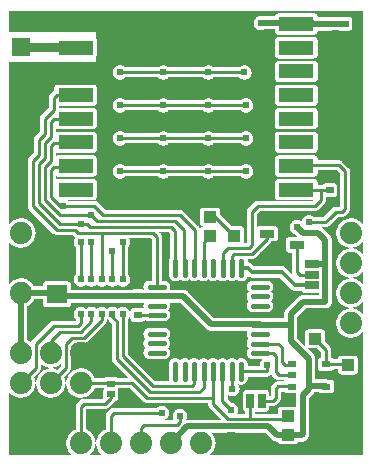
<source format=gtl>
G04 ---------------------------- Layer name :TOP LAYER*
G04 EasyEDA v5.5.15, Tue, 26 Jun 2018 10:07:45 GMT*
G04 6b00658ecf034e76a6cd097d3bdf46c6*
G04 Gerber Generator version 0.2*
G04 Scale: 100 percent, Rotated: No, Reflected: No *
G04 Dimensions in inches *
G04 leading zeros omitted , absolute positions ,2 integer and 4 decimal *
%FSLAX24Y24*%
%MOIN*%
G90*
G70D02*

%ADD10C,0.010000*%
%ADD11C,0.030000*%
%ADD12C,0.020000*%
%ADD13C,0.014000*%
%ADD14C,0.017716*%
%ADD15C,0.024400*%
%ADD16R,0.043310X0.039370*%
%ADD17R,0.025590X0.023620*%
%ADD18R,0.031500X0.020100*%
%ADD19R,0.043307X0.039370*%
%ADD20R,0.025000X0.050000*%
%ADD21R,0.049213X0.027559*%
%ADD22R,0.050000X0.025000*%
%ADD23R,0.070900X0.063000*%
%ADD24R,0.118100X0.047200*%
%ADD25C,0.074000*%
%ADD26R,0.062000X0.062000*%
%ADD27C,0.098000*%
%ADD28C,0.170000*%

%LPD*%
G36*
G01X100Y100D02*
G01X100Y2217D01*
G01X109Y2204D01*
G01X140Y2166D01*
G01X175Y2132D01*
G01X213Y2102D01*
G01X255Y2075D01*
G01X298Y2053D01*
G01X343Y2035D01*
G01X390Y2022D01*
G01X439Y2013D01*
G01X487Y2010D01*
G01X536Y2011D01*
G01X585Y2017D01*
G01X632Y2028D01*
G01X679Y2043D01*
G01X723Y2063D01*
G01X765Y2088D01*
G01X805Y2116D01*
G01X842Y2149D01*
G01X875Y2185D01*
G01X904Y2223D01*
G01X930Y2265D01*
G01X951Y2309D01*
G01X968Y2355D01*
G01X980Y2402D01*
G01X987Y2451D01*
G01X990Y2500D01*
G01X987Y2548D01*
G01X980Y2597D01*
G01X968Y2644D01*
G01X951Y2690D01*
G01X944Y2704D01*
G01X1120Y2879D01*
G01X1124Y2883D01*
G01X1127Y2887D01*
G01X1131Y2892D01*
G01X1134Y2896D01*
G01X1138Y2900D01*
G01X1141Y2905D01*
G01X1144Y2910D01*
G01X1147Y2915D01*
G01X1149Y2919D01*
G01X1152Y2924D01*
G01X1154Y2929D01*
G01X1157Y2934D01*
G01X1159Y2940D01*
G01X1160Y2945D01*
G01X1162Y2950D01*
G01X1164Y2955D01*
G01X1165Y2961D01*
G01X1166Y2966D01*
G01X1167Y2972D01*
G01X1168Y2977D01*
G01X1169Y2983D01*
G01X1169Y2988D01*
G01X1169Y2994D01*
G01X1169Y3000D01*
G01X1169Y3138D01*
G01X1175Y3132D01*
G01X1213Y3102D01*
G01X1255Y3075D01*
G01X1298Y3053D01*
G01X1343Y3035D01*
G01X1390Y3022D01*
G01X1439Y3013D01*
G01X1487Y3010D01*
G01X1536Y3011D01*
G01X1585Y3017D01*
G01X1632Y3028D01*
G01X1679Y3043D01*
G01X1723Y3063D01*
G01X1765Y3088D01*
G01X1805Y3116D01*
G01X1830Y3138D01*
G01X1830Y3070D01*
G01X1704Y2944D01*
G01X1679Y2956D01*
G01X1632Y2971D01*
G01X1585Y2982D01*
G01X1536Y2988D01*
G01X1487Y2989D01*
G01X1439Y2986D01*
G01X1390Y2977D01*
G01X1343Y2964D01*
G01X1298Y2946D01*
G01X1255Y2924D01*
G01X1213Y2897D01*
G01X1175Y2867D01*
G01X1140Y2833D01*
G01X1109Y2795D01*
G01X1081Y2755D01*
G01X1058Y2712D01*
G01X1039Y2667D01*
G01X1025Y2620D01*
G01X1015Y2573D01*
G01X1010Y2524D01*
G01X1010Y2475D01*
G01X1015Y2426D01*
G01X1025Y2379D01*
G01X1039Y2332D01*
G01X1058Y2287D01*
G01X1081Y2244D01*
G01X1109Y2204D01*
G01X1140Y2166D01*
G01X1175Y2132D01*
G01X1213Y2102D01*
G01X1255Y2075D01*
G01X1298Y2053D01*
G01X1343Y2035D01*
G01X1390Y2022D01*
G01X1439Y2013D01*
G01X1487Y2010D01*
G01X1536Y2011D01*
G01X1585Y2017D01*
G01X1632Y2028D01*
G01X1679Y2043D01*
G01X1723Y2063D01*
G01X1765Y2088D01*
G01X1805Y2116D01*
G01X1842Y2149D01*
G01X1875Y2185D01*
G01X1904Y2223D01*
G01X1930Y2265D01*
G01X1951Y2309D01*
G01X1968Y2355D01*
G01X1980Y2402D01*
G01X1987Y2451D01*
G01X1990Y2500D01*
G01X1987Y2548D01*
G01X1980Y2597D01*
G01X1968Y2644D01*
G01X1951Y2690D01*
G01X1944Y2704D01*
G01X2120Y2879D01*
G01X2124Y2883D01*
G01X2127Y2887D01*
G01X2131Y2892D01*
G01X2134Y2896D01*
G01X2138Y2900D01*
G01X2141Y2905D01*
G01X2144Y2910D01*
G01X2147Y2915D01*
G01X2149Y2919D01*
G01X2152Y2924D01*
G01X2154Y2929D01*
G01X2157Y2934D01*
G01X2159Y2940D01*
G01X2160Y2945D01*
G01X2162Y2950D01*
G01X2164Y2955D01*
G01X2165Y2961D01*
G01X2166Y2966D01*
G01X2167Y2972D01*
G01X2168Y2977D01*
G01X2169Y2983D01*
G01X2169Y2988D01*
G01X2169Y2994D01*
G01X2169Y3000D01*
G01X2169Y3729D01*
G01X2270Y3830D01*
G01X2600Y3830D01*
G01X2605Y3830D01*
G01X2611Y3830D01*
G01X2616Y3830D01*
G01X2622Y3831D01*
G01X2627Y3832D01*
G01X2633Y3833D01*
G01X2638Y3834D01*
G01X2644Y3835D01*
G01X2649Y3837D01*
G01X2654Y3839D01*
G01X2659Y3840D01*
G01X2665Y3842D01*
G01X2670Y3845D01*
G01X2675Y3847D01*
G01X2680Y3850D01*
G01X2684Y3852D01*
G01X2689Y3855D01*
G01X2694Y3858D01*
G01X2699Y3861D01*
G01X2703Y3865D01*
G01X2707Y3868D01*
G01X2712Y3872D01*
G01X2716Y3875D01*
G01X2720Y3879D01*
G01X3320Y4479D01*
G01X3324Y4483D01*
G01X3327Y4487D01*
G01X3331Y4492D01*
G01X3334Y4496D01*
G01X3338Y4500D01*
G01X3341Y4505D01*
G01X3344Y4510D01*
G01X3347Y4515D01*
G01X3349Y4519D01*
G01X3352Y4524D01*
G01X3354Y4529D01*
G01X3357Y4534D01*
G01X3359Y4540D01*
G01X3360Y4545D01*
G01X3362Y4550D01*
G01X3364Y4555D01*
G01X3365Y4561D01*
G01X3366Y4566D01*
G01X3367Y4572D01*
G01X3368Y4577D01*
G01X3369Y4583D01*
G01X3369Y4588D01*
G01X3369Y4594D01*
G01X3369Y4600D01*
G01X3369Y4627D01*
G01X3374Y4633D01*
G01X3389Y4618D01*
G01X3408Y4603D01*
G01X3409Y4602D01*
G01X3411Y4599D01*
G01X3415Y4595D01*
G01X3418Y4591D01*
G01X3422Y4586D01*
G01X3425Y4582D01*
G01X3429Y4578D01*
G01X3530Y4478D01*
G01X3530Y3300D01*
G01X3530Y3294D01*
G01X3530Y3288D01*
G01X3530Y3283D01*
G01X3531Y3277D01*
G01X3532Y3272D01*
G01X3533Y3266D01*
G01X3534Y3261D01*
G01X3535Y3255D01*
G01X3537Y3250D01*
G01X3539Y3245D01*
G01X3540Y3240D01*
G01X3542Y3234D01*
G01X3545Y3229D01*
G01X3547Y3224D01*
G01X3550Y3219D01*
G01X3552Y3215D01*
G01X3555Y3210D01*
G01X3558Y3205D01*
G01X3561Y3200D01*
G01X3565Y3196D01*
G01X3568Y3192D01*
G01X3572Y3187D01*
G01X3575Y3183D01*
G01X3579Y3179D01*
G01X4089Y2669D01*
G01X3709Y2669D01*
G01X3709Y2670D01*
G01X3706Y2673D01*
G01X3702Y2675D01*
G01X3699Y2678D01*
G01X3695Y2681D01*
G01X3691Y2683D01*
G01X3687Y2686D01*
G01X3683Y2688D01*
G01X3679Y2690D01*
G01X3675Y2692D01*
G01X3671Y2693D01*
G01X3667Y2695D01*
G01X3663Y2696D01*
G01X3658Y2698D01*
G01X3654Y2699D01*
G01X3650Y2700D01*
G01X3645Y2700D01*
G01X3641Y2701D01*
G01X3636Y2701D01*
G01X3632Y2702D01*
G01X3627Y2702D01*
G01X3372Y2702D01*
G01X3367Y2702D01*
G01X3363Y2701D01*
G01X3358Y2701D01*
G01X3354Y2700D01*
G01X3349Y2700D01*
G01X3345Y2699D01*
G01X3341Y2698D01*
G01X3336Y2696D01*
G01X3332Y2695D01*
G01X3328Y2693D01*
G01X3324Y2692D01*
G01X3320Y2690D01*
G01X3316Y2688D01*
G01X3312Y2686D01*
G01X3308Y2683D01*
G01X3304Y2681D01*
G01X3300Y2678D01*
G01X3297Y2675D01*
G01X3293Y2673D01*
G01X3290Y2670D01*
G01X3290Y2669D01*
G01X2958Y2669D01*
G01X2951Y2690D01*
G01X2930Y2734D01*
G01X2904Y2776D01*
G01X2875Y2814D01*
G01X2842Y2850D01*
G01X2805Y2883D01*
G01X2765Y2911D01*
G01X2723Y2936D01*
G01X2679Y2956D01*
G01X2632Y2971D01*
G01X2585Y2982D01*
G01X2536Y2988D01*
G01X2487Y2989D01*
G01X2439Y2986D01*
G01X2390Y2977D01*
G01X2343Y2964D01*
G01X2298Y2946D01*
G01X2255Y2924D01*
G01X2213Y2897D01*
G01X2175Y2867D01*
G01X2140Y2833D01*
G01X2109Y2795D01*
G01X2081Y2755D01*
G01X2058Y2712D01*
G01X2039Y2667D01*
G01X2025Y2620D01*
G01X2015Y2573D01*
G01X2010Y2524D01*
G01X2010Y2475D01*
G01X2015Y2426D01*
G01X2025Y2379D01*
G01X2039Y2332D01*
G01X2058Y2287D01*
G01X2081Y2244D01*
G01X2109Y2204D01*
G01X2140Y2166D01*
G01X2175Y2132D01*
G01X2213Y2102D01*
G01X2255Y2075D01*
G01X2298Y2053D01*
G01X2343Y2035D01*
G01X2390Y2022D01*
G01X2439Y2013D01*
G01X2487Y2010D01*
G01X2536Y2011D01*
G01X2585Y2017D01*
G01X2632Y2028D01*
G01X2679Y2043D01*
G01X2723Y2063D01*
G01X2765Y2088D01*
G01X2805Y2116D01*
G01X2842Y2149D01*
G01X2875Y2185D01*
G01X2904Y2223D01*
G01X2930Y2265D01*
G01X2951Y2309D01*
G01X2958Y2330D01*
G01X3253Y2330D01*
G01X3253Y2328D01*
G01X3254Y2323D01*
G01X3255Y2319D01*
G01X3256Y2314D01*
G01X3257Y2310D01*
G01X3258Y2306D01*
G01X3260Y2302D01*
G01X3262Y2297D01*
G01X3262Y2296D01*
G01X3262Y2296D01*
G01X3260Y2291D01*
G01X3258Y2287D01*
G01X3257Y2283D01*
G01X3256Y2279D01*
G01X3255Y2274D01*
G01X3254Y2270D01*
G01X3253Y2265D01*
G01X3252Y2261D01*
G01X3252Y2257D01*
G01X3252Y2252D01*
G01X3252Y2248D01*
G01X3252Y2011D01*
G01X3252Y2007D01*
G01X3252Y2002D01*
G01X3252Y1998D01*
G01X3253Y1994D01*
G01X3253Y1993D01*
G01X3229Y1969D01*
G01X2600Y1969D01*
G01X2594Y1969D01*
G01X2588Y1969D01*
G01X2583Y1969D01*
G01X2577Y1968D01*
G01X2572Y1967D01*
G01X2566Y1966D01*
G01X2561Y1965D01*
G01X2555Y1964D01*
G01X2550Y1962D01*
G01X2545Y1960D01*
G01X2540Y1959D01*
G01X2534Y1957D01*
G01X2529Y1954D01*
G01X2524Y1952D01*
G01X2519Y1949D01*
G01X2515Y1947D01*
G01X2510Y1944D01*
G01X2505Y1941D01*
G01X2500Y1938D01*
G01X2496Y1934D01*
G01X2492Y1931D01*
G01X2487Y1927D01*
G01X2483Y1924D01*
G01X2479Y1920D01*
G01X2379Y1820D01*
G01X2375Y1816D01*
G01X2372Y1812D01*
G01X2368Y1807D01*
G01X2365Y1803D01*
G01X2361Y1799D01*
G01X2358Y1794D01*
G01X2355Y1789D01*
G01X2352Y1784D01*
G01X2350Y1780D01*
G01X2347Y1775D01*
G01X2345Y1770D01*
G01X2342Y1765D01*
G01X2340Y1759D01*
G01X2339Y1754D01*
G01X2337Y1749D01*
G01X2335Y1744D01*
G01X2334Y1738D01*
G01X2333Y1733D01*
G01X2332Y1727D01*
G01X2331Y1722D01*
G01X2330Y1716D01*
G01X2330Y1711D01*
G01X2330Y1705D01*
G01X2330Y1700D01*
G01X2330Y959D01*
G01X2298Y946D01*
G01X2255Y924D01*
G01X2213Y897D01*
G01X2175Y867D01*
G01X2140Y833D01*
G01X2109Y795D01*
G01X2081Y755D01*
G01X2058Y712D01*
G01X2039Y667D01*
G01X2025Y620D01*
G01X2015Y573D01*
G01X2010Y524D01*
G01X2010Y475D01*
G01X2015Y426D01*
G01X2025Y379D01*
G01X2039Y332D01*
G01X2058Y287D01*
G01X2081Y244D01*
G01X2109Y204D01*
G01X2140Y166D01*
G01X2175Y132D01*
G01X2213Y102D01*
G01X2217Y100D01*
G01X100Y100D01*
G37*

%LPC*%

%LPD*%
G36*
G01X2782Y100D02*
G01X2805Y116D01*
G01X2842Y149D01*
G01X2875Y185D01*
G01X2904Y223D01*
G01X2930Y265D01*
G01X2951Y309D01*
G01X2968Y355D01*
G01X2980Y402D01*
G01X2987Y451D01*
G01X2990Y500D01*
G01X2987Y548D01*
G01X2980Y597D01*
G01X2968Y644D01*
G01X2951Y690D01*
G01X2930Y734D01*
G01X2904Y776D01*
G01X2875Y814D01*
G01X2842Y850D01*
G01X2805Y883D01*
G01X2765Y911D01*
G01X2723Y936D01*
G01X2679Y956D01*
G01X2669Y959D01*
G01X2669Y1629D01*
G01X2670Y1630D01*
G01X3300Y1630D01*
G01X3305Y1630D01*
G01X3311Y1630D01*
G01X3316Y1630D01*
G01X3322Y1631D01*
G01X3327Y1632D01*
G01X3333Y1633D01*
G01X3338Y1634D01*
G01X3344Y1635D01*
G01X3349Y1637D01*
G01X3354Y1639D01*
G01X3359Y1640D01*
G01X3365Y1642D01*
G01X3370Y1645D01*
G01X3375Y1647D01*
G01X3380Y1650D01*
G01X3384Y1652D01*
G01X3389Y1655D01*
G01X3394Y1658D01*
G01X3399Y1661D01*
G01X3403Y1665D01*
G01X3407Y1668D01*
G01X3412Y1672D01*
G01X3416Y1675D01*
G01X3420Y1679D01*
G01X3620Y1879D01*
G01X3624Y1883D01*
G01X3627Y1887D01*
G01X3631Y1891D01*
G01X3632Y1891D01*
G01X3636Y1892D01*
G01X3641Y1892D01*
G01X3645Y1893D01*
G01X3650Y1893D01*
G01X3654Y1894D01*
G01X3658Y1895D01*
G01X3663Y1897D01*
G01X3667Y1898D01*
G01X3671Y1900D01*
G01X3675Y1901D01*
G01X3679Y1903D01*
G01X3683Y1905D01*
G01X3687Y1907D01*
G01X3691Y1910D01*
G01X3695Y1912D01*
G01X3699Y1915D01*
G01X3702Y1918D01*
G01X3706Y1920D01*
G01X3709Y1923D01*
G01X3712Y1927D01*
G01X3715Y1930D01*
G01X3718Y1933D01*
G01X3721Y1937D01*
G01X3724Y1940D01*
G01X3727Y1944D01*
G01X3729Y1948D01*
G01X3731Y1951D01*
G01X3733Y1955D01*
G01X3736Y1959D01*
G01X3737Y1963D01*
G01X3739Y1968D01*
G01X3741Y1972D01*
G01X3742Y1976D01*
G01X3743Y1980D01*
G01X3744Y1985D01*
G01X3745Y1989D01*
G01X3746Y1994D01*
G01X3747Y1998D01*
G01X3747Y2002D01*
G01X3747Y2007D01*
G01X3747Y2011D01*
G01X3747Y2248D01*
G01X3747Y2252D01*
G01X3747Y2257D01*
G01X3747Y2261D01*
G01X3746Y2265D01*
G01X3745Y2270D01*
G01X3744Y2274D01*
G01X3743Y2279D01*
G01X3742Y2283D01*
G01X3741Y2287D01*
G01X3739Y2291D01*
G01X3737Y2296D01*
G01X3737Y2296D01*
G01X3737Y2297D01*
G01X3739Y2302D01*
G01X3741Y2306D01*
G01X3742Y2310D01*
G01X3743Y2314D01*
G01X3744Y2319D01*
G01X3745Y2323D01*
G01X3746Y2328D01*
G01X3746Y2330D01*
G01X4129Y2330D01*
G01X4579Y1879D01*
G01X4583Y1875D01*
G01X4587Y1872D01*
G01X4592Y1868D01*
G01X4596Y1865D01*
G01X4600Y1861D01*
G01X4605Y1858D01*
G01X4610Y1855D01*
G01X4615Y1852D01*
G01X4619Y1850D01*
G01X4624Y1847D01*
G01X4629Y1845D01*
G01X4634Y1842D01*
G01X4640Y1840D01*
G01X4645Y1839D01*
G01X4650Y1837D01*
G01X4655Y1835D01*
G01X4661Y1834D01*
G01X4666Y1833D01*
G01X4672Y1832D01*
G01X4677Y1831D01*
G01X4683Y1830D01*
G01X4688Y1830D01*
G01X4694Y1830D01*
G01X4700Y1830D01*
G01X6734Y1830D01*
G01X6734Y1805D01*
G01X6735Y1802D01*
G01X6735Y1800D01*
G01X6735Y1798D01*
G01X6735Y1796D01*
G01X6735Y1794D01*
G01X6735Y1791D01*
G01X6735Y1790D01*
G01X6735Y1788D01*
G01X6736Y1785D01*
G01X6736Y1783D01*
G01X6736Y1781D01*
G01X6736Y1779D01*
G01X6737Y1777D01*
G01X6737Y1775D01*
G01X6738Y1773D01*
G01X6738Y1771D01*
G01X6738Y1768D01*
G01X6739Y1766D01*
G01X6739Y1765D01*
G01X6740Y1763D01*
G01X6740Y1760D01*
G01X6741Y1758D01*
G01X6742Y1756D01*
G01X6742Y1754D01*
G01X6743Y1752D01*
G01X6743Y1750D01*
G01X6744Y1748D01*
G01X6745Y1746D01*
G01X6746Y1744D01*
G01X6746Y1742D01*
G01X6747Y1740D01*
G01X6748Y1738D01*
G01X6749Y1736D01*
G01X6750Y1734D01*
G01X6751Y1732D01*
G01X6751Y1731D01*
G01X6752Y1729D01*
G01X6753Y1727D01*
G01X6754Y1725D01*
G01X6755Y1723D01*
G01X6756Y1721D01*
G01X6757Y1719D01*
G01X6758Y1718D01*
G01X6759Y1716D01*
G01X6761Y1714D01*
G01X6762Y1712D01*
G01X6763Y1710D01*
G01X6764Y1709D01*
G01X6765Y1707D01*
G01X6767Y1705D01*
G01X6768Y1704D01*
G01X6769Y1702D01*
G01X6770Y1700D01*
G01X6772Y1698D01*
G01X6773Y1697D01*
G01X6774Y1695D01*
G01X6776Y1694D01*
G01X6777Y1692D01*
G01X6778Y1690D01*
G01X6780Y1689D01*
G01X6782Y1687D01*
G01X6783Y1686D01*
G01X7191Y1269D01*
G01X6050Y1269D01*
G01X6043Y1269D01*
G01X6037Y1269D01*
G01X6031Y1269D01*
G01X6025Y1268D01*
G01X6019Y1267D01*
G01X6013Y1266D01*
G01X6007Y1265D01*
G01X6001Y1264D01*
G01X6000Y1264D01*
G01X6012Y1284D01*
G01X6023Y1305D01*
G01X6031Y1328D01*
G01X6037Y1352D01*
G01X6040Y1375D01*
G01X6042Y1400D01*
G01X6040Y1424D01*
G01X6037Y1447D01*
G01X6031Y1471D01*
G01X6023Y1494D01*
G01X6012Y1515D01*
G01X5999Y1536D01*
G01X5985Y1555D01*
G01X5968Y1573D01*
G01X5950Y1589D01*
G01X5931Y1603D01*
G01X5910Y1615D01*
G01X5888Y1625D01*
G01X5865Y1632D01*
G01X5842Y1638D01*
G01X5818Y1641D01*
G01X5793Y1641D01*
G01X5769Y1640D01*
G01X5746Y1635D01*
G01X5722Y1629D01*
G01X5700Y1620D01*
G01X5678Y1609D01*
G01X5658Y1596D01*
G01X5639Y1581D01*
G01X5622Y1564D01*
G01X5607Y1546D01*
G01X5593Y1526D01*
G01X5581Y1505D01*
G01X5572Y1482D01*
G01X5565Y1459D01*
G01X5560Y1436D01*
G01X5558Y1412D01*
G01X5558Y1387D01*
G01X5560Y1363D01*
G01X5565Y1340D01*
G01X5572Y1317D01*
G01X5581Y1294D01*
G01X5593Y1273D01*
G01X5596Y1269D01*
G01X5274Y1269D01*
G01X5288Y1274D01*
G01X5310Y1284D01*
G01X5331Y1296D01*
G01X5350Y1310D01*
G01X5368Y1326D01*
G01X5385Y1344D01*
G01X5399Y1363D01*
G01X5412Y1384D01*
G01X5423Y1405D01*
G01X5431Y1428D01*
G01X5437Y1452D01*
G01X5440Y1475D01*
G01X5442Y1500D01*
G01X5440Y1524D01*
G01X5437Y1547D01*
G01X5431Y1571D01*
G01X5423Y1594D01*
G01X5412Y1615D01*
G01X5399Y1636D01*
G01X5385Y1655D01*
G01X5368Y1673D01*
G01X5350Y1689D01*
G01X5331Y1703D01*
G01X5310Y1715D01*
G01X5288Y1725D01*
G01X5265Y1732D01*
G01X5242Y1738D01*
G01X5218Y1741D01*
G01X5193Y1741D01*
G01X5169Y1740D01*
G01X5146Y1735D01*
G01X5122Y1729D01*
G01X5100Y1720D01*
G01X5078Y1709D01*
G01X5058Y1696D01*
G01X5039Y1681D01*
G01X5028Y1669D01*
G01X3600Y1669D01*
G01X3594Y1669D01*
G01X3588Y1669D01*
G01X3583Y1669D01*
G01X3577Y1668D01*
G01X3572Y1667D01*
G01X3566Y1666D01*
G01X3561Y1665D01*
G01X3555Y1664D01*
G01X3550Y1662D01*
G01X3545Y1660D01*
G01X3540Y1659D01*
G01X3534Y1657D01*
G01X3529Y1654D01*
G01X3524Y1652D01*
G01X3519Y1649D01*
G01X3515Y1647D01*
G01X3510Y1644D01*
G01X3505Y1641D01*
G01X3500Y1638D01*
G01X3496Y1634D01*
G01X3492Y1631D01*
G01X3487Y1627D01*
G01X3483Y1624D01*
G01X3479Y1620D01*
G01X3379Y1520D01*
G01X3375Y1516D01*
G01X3372Y1512D01*
G01X3368Y1507D01*
G01X3365Y1503D01*
G01X3361Y1499D01*
G01X3358Y1494D01*
G01X3355Y1489D01*
G01X3352Y1484D01*
G01X3350Y1480D01*
G01X3347Y1475D01*
G01X3345Y1470D01*
G01X3342Y1465D01*
G01X3340Y1459D01*
G01X3339Y1454D01*
G01X3337Y1449D01*
G01X3335Y1444D01*
G01X3334Y1438D01*
G01X3333Y1433D01*
G01X3332Y1427D01*
G01X3331Y1422D01*
G01X3330Y1416D01*
G01X3330Y1411D01*
G01X3330Y1405D01*
G01X3330Y1400D01*
G01X3330Y959D01*
G01X3298Y946D01*
G01X3255Y924D01*
G01X3213Y897D01*
G01X3175Y867D01*
G01X3140Y833D01*
G01X3109Y795D01*
G01X3081Y755D01*
G01X3058Y712D01*
G01X3039Y667D01*
G01X3025Y620D01*
G01X3015Y573D01*
G01X3010Y524D01*
G01X3010Y475D01*
G01X3015Y426D01*
G01X3025Y379D01*
G01X3039Y332D01*
G01X3058Y287D01*
G01X3081Y244D01*
G01X3109Y204D01*
G01X3140Y166D01*
G01X3175Y132D01*
G01X3213Y102D01*
G01X3217Y100D01*
G01X2782Y100D01*
G37*

%LPC*%

%LPD*%
G36*
G01X6782Y100D02*
G01X6805Y116D01*
G01X6842Y149D01*
G01X6875Y185D01*
G01X6904Y223D01*
G01X6930Y265D01*
G01X6951Y309D01*
G01X6968Y355D01*
G01X6980Y402D01*
G01X6987Y451D01*
G01X6990Y500D01*
G01X6987Y548D01*
G01X6980Y597D01*
G01X6968Y644D01*
G01X6951Y690D01*
G01X6930Y734D01*
G01X6904Y776D01*
G01X6875Y814D01*
G01X6861Y830D01*
G01X8658Y830D01*
G01X8880Y608D01*
G01X8884Y604D01*
G01X8889Y599D01*
G01X8894Y595D01*
G01X8898Y592D01*
G01X8903Y588D01*
G01X8908Y584D01*
G01X8913Y581D01*
G01X8918Y577D01*
G01X8924Y574D01*
G01X8929Y571D01*
G01X8935Y568D01*
G01X8940Y565D01*
G01X8946Y563D01*
G01X8951Y560D01*
G01X8957Y558D01*
G01X8963Y556D01*
G01X8969Y554D01*
G01X8975Y552D01*
G01X8981Y550D01*
G01X8987Y549D01*
G01X8993Y548D01*
G01X8999Y547D01*
G01X9005Y546D01*
G01X9011Y545D01*
G01X9017Y544D01*
G01X9023Y544D01*
G01X9029Y544D01*
G01X9036Y544D01*
G01X9065Y544D01*
G01X9066Y540D01*
G01X9067Y536D01*
G01X9068Y531D01*
G01X9070Y527D01*
G01X9071Y523D01*
G01X9073Y519D01*
G01X9075Y515D01*
G01X9077Y511D01*
G01X9079Y507D01*
G01X9081Y503D01*
G01X9084Y499D01*
G01X9086Y496D01*
G01X9089Y492D01*
G01X9092Y489D01*
G01X9095Y485D01*
G01X9098Y482D01*
G01X9101Y479D01*
G01X9105Y476D01*
G01X9108Y473D01*
G01X9112Y470D01*
G01X9115Y468D01*
G01X9119Y465D01*
G01X9123Y463D01*
G01X9127Y461D01*
G01X9131Y459D01*
G01X9135Y457D01*
G01X9139Y455D01*
G01X9143Y454D01*
G01X9148Y452D01*
G01X9152Y451D01*
G01X9156Y450D01*
G01X9161Y449D01*
G01X9165Y448D01*
G01X9169Y448D01*
G01X9174Y447D01*
G01X9178Y447D01*
G01X9183Y447D01*
G01X9616Y447D01*
G01X9620Y447D01*
G01X9625Y447D01*
G01X9629Y448D01*
G01X9634Y448D01*
G01X9638Y449D01*
G01X9643Y450D01*
G01X9647Y451D01*
G01X9651Y452D01*
G01X9656Y454D01*
G01X9660Y455D01*
G01X9664Y457D01*
G01X9668Y459D01*
G01X9672Y461D01*
G01X9676Y463D01*
G01X9680Y465D01*
G01X9684Y468D01*
G01X9687Y470D01*
G01X9691Y473D01*
G01X9694Y476D01*
G01X9698Y479D01*
G01X9701Y482D01*
G01X9704Y485D01*
G01X9707Y489D01*
G01X9710Y492D01*
G01X9712Y496D01*
G01X9715Y499D01*
G01X9718Y503D01*
G01X9720Y507D01*
G01X9722Y511D01*
G01X9724Y515D01*
G01X9726Y519D01*
G01X9728Y523D01*
G01X9729Y527D01*
G01X9730Y530D01*
G01X9850Y530D01*
G01X9856Y530D01*
G01X9862Y530D01*
G01X9868Y530D01*
G01X9874Y531D01*
G01X9880Y532D01*
G01X9886Y533D01*
G01X9892Y534D01*
G01X9898Y535D01*
G01X9904Y536D01*
G01X9910Y538D01*
G01X9916Y540D01*
G01X9922Y542D01*
G01X9928Y544D01*
G01X9934Y546D01*
G01X9939Y549D01*
G01X9945Y551D01*
G01X9950Y554D01*
G01X9956Y557D01*
G01X9961Y560D01*
G01X9967Y563D01*
G01X9972Y567D01*
G01X9977Y570D01*
G01X9982Y574D01*
G01X9987Y578D01*
G01X9991Y581D01*
G01X9996Y585D01*
G01X10001Y590D01*
G01X10005Y594D01*
G01X10055Y644D01*
G01X10059Y648D01*
G01X10064Y653D01*
G01X10068Y658D01*
G01X10072Y662D01*
G01X10075Y667D01*
G01X10079Y672D01*
G01X10082Y677D01*
G01X10086Y682D01*
G01X10089Y688D01*
G01X10092Y693D01*
G01X10095Y699D01*
G01X10098Y704D01*
G01X10100Y710D01*
G01X10103Y715D01*
G01X10105Y721D01*
G01X10107Y727D01*
G01X10109Y733D01*
G01X10111Y739D01*
G01X10113Y745D01*
G01X10114Y751D01*
G01X10115Y757D01*
G01X10116Y763D01*
G01X10117Y769D01*
G01X10118Y775D01*
G01X10119Y781D01*
G01X10119Y787D01*
G01X10119Y793D01*
G01X10119Y800D01*
G01X10119Y2008D01*
G01X10255Y2144D01*
G01X10259Y2148D01*
G01X10264Y2153D01*
G01X10268Y2158D01*
G01X10272Y2162D01*
G01X10275Y2167D01*
G01X10279Y2172D01*
G01X10282Y2177D01*
G01X10284Y2180D01*
G01X10444Y2180D01*
G01X10445Y2179D01*
G01X10449Y2176D01*
G01X10453Y2174D01*
G01X10457Y2172D01*
G01X10461Y2170D01*
G01X10465Y2168D01*
G01X10469Y2166D01*
G01X10473Y2165D01*
G01X10478Y2163D01*
G01X10482Y2162D01*
G01X10486Y2161D01*
G01X10491Y2160D01*
G01X10495Y2159D01*
G01X10500Y2159D01*
G01X10504Y2158D01*
G01X10509Y2158D01*
G01X10513Y2158D01*
G01X10828Y2158D01*
G01X10832Y2158D01*
G01X10837Y2158D01*
G01X10841Y2159D01*
G01X10846Y2159D01*
G01X10850Y2160D01*
G01X10855Y2161D01*
G01X10859Y2162D01*
G01X10863Y2163D01*
G01X10868Y2165D01*
G01X10872Y2166D01*
G01X10876Y2168D01*
G01X10880Y2170D01*
G01X10884Y2172D01*
G01X10888Y2174D01*
G01X10892Y2176D01*
G01X10896Y2179D01*
G01X10899Y2181D01*
G01X10903Y2184D01*
G01X10906Y2187D01*
G01X10910Y2190D01*
G01X10913Y2193D01*
G01X10916Y2196D01*
G01X10919Y2200D01*
G01X10922Y2203D01*
G01X10925Y2207D01*
G01X10927Y2210D01*
G01X10930Y2214D01*
G01X10932Y2218D01*
G01X10934Y2222D01*
G01X10936Y2226D01*
G01X10938Y2230D01*
G01X10940Y2234D01*
G01X10941Y2238D01*
G01X10943Y2243D01*
G01X10944Y2247D01*
G01X10945Y2251D01*
G01X10946Y2256D01*
G01X10947Y2260D01*
G01X10947Y2265D01*
G01X10948Y2269D01*
G01X10948Y2274D01*
G01X10948Y2278D01*
G01X10948Y2479D01*
G01X10948Y2483D01*
G01X10948Y2488D01*
G01X10947Y2492D01*
G01X10947Y2497D01*
G01X10946Y2501D01*
G01X10945Y2506D01*
G01X10944Y2510D01*
G01X10943Y2514D01*
G01X10941Y2519D01*
G01X10940Y2523D01*
G01X10938Y2527D01*
G01X10936Y2531D01*
G01X10934Y2535D01*
G01X10932Y2539D01*
G01X10930Y2543D01*
G01X10927Y2547D01*
G01X10925Y2550D01*
G01X10922Y2554D01*
G01X10919Y2557D01*
G01X10916Y2561D01*
G01X10913Y2564D01*
G01X10910Y2567D01*
G01X10906Y2570D01*
G01X10903Y2573D01*
G01X10899Y2576D01*
G01X10896Y2578D01*
G01X10892Y2581D01*
G01X10888Y2583D01*
G01X10884Y2585D01*
G01X10880Y2587D01*
G01X10876Y2589D01*
G01X10872Y2591D01*
G01X10868Y2592D01*
G01X10863Y2594D01*
G01X10859Y2595D01*
G01X10855Y2596D01*
G01X10850Y2597D01*
G01X10846Y2598D01*
G01X10841Y2598D01*
G01X10837Y2599D01*
G01X10832Y2599D01*
G01X10828Y2599D01*
G01X10742Y2599D01*
G01X10739Y2600D01*
G01X10734Y2603D01*
G01X10728Y2605D01*
G01X10722Y2607D01*
G01X10716Y2609D01*
G01X10710Y2611D01*
G01X10704Y2613D01*
G01X10698Y2614D01*
G01X10692Y2615D01*
G01X10686Y2616D01*
G01X10680Y2617D01*
G01X10674Y2618D01*
G01X10668Y2619D01*
G01X10662Y2619D01*
G01X10656Y2619D01*
G01X10650Y2619D01*
G01X10319Y2619D01*
G01X10319Y3300D01*
G01X10319Y3306D01*
G01X10319Y3312D01*
G01X10319Y3318D01*
G01X10318Y3324D01*
G01X10317Y3330D01*
G01X10316Y3336D01*
G01X10315Y3342D01*
G01X10314Y3348D01*
G01X10313Y3354D01*
G01X10311Y3360D01*
G01X10309Y3366D01*
G01X10307Y3372D01*
G01X10305Y3378D01*
G01X10303Y3384D01*
G01X10300Y3389D01*
G01X10298Y3395D01*
G01X10295Y3400D01*
G01X10292Y3406D01*
G01X10289Y3411D01*
G01X10286Y3417D01*
G01X10282Y3422D01*
G01X10279Y3427D01*
G01X10275Y3432D01*
G01X10272Y3437D01*
G01X10268Y3441D01*
G01X10264Y3446D01*
G01X10259Y3451D01*
G01X10255Y3455D01*
G01X10061Y3649D01*
G01X10065Y3648D01*
G01X10069Y3648D01*
G01X10074Y3647D01*
G01X10078Y3647D01*
G01X10083Y3647D01*
G01X10376Y3647D01*
G01X10500Y3523D01*
G01X10500Y3338D01*
G01X10495Y3338D01*
G01X10491Y3337D01*
G01X10486Y3336D01*
G01X10482Y3335D01*
G01X10478Y3334D01*
G01X10473Y3332D01*
G01X10469Y3331D01*
G01X10465Y3329D01*
G01X10461Y3327D01*
G01X10457Y3325D01*
G01X10453Y3323D01*
G01X10449Y3321D01*
G01X10445Y3318D01*
G01X10442Y3316D01*
G01X10438Y3313D01*
G01X10435Y3310D01*
G01X10431Y3307D01*
G01X10428Y3304D01*
G01X10425Y3301D01*
G01X10422Y3297D01*
G01X10419Y3294D01*
G01X10416Y3290D01*
G01X10414Y3287D01*
G01X10411Y3283D01*
G01X10409Y3279D01*
G01X10407Y3275D01*
G01X10405Y3271D01*
G01X10403Y3267D01*
G01X10401Y3263D01*
G01X10400Y3259D01*
G01X10398Y3254D01*
G01X10397Y3250D01*
G01X10396Y3246D01*
G01X10395Y3241D01*
G01X10394Y3237D01*
G01X10394Y3232D01*
G01X10393Y3228D01*
G01X10393Y3223D01*
G01X10393Y3219D01*
G01X10393Y3018D01*
G01X10393Y3014D01*
G01X10393Y3009D01*
G01X10394Y3005D01*
G01X10394Y3000D01*
G01X10395Y2996D01*
G01X10396Y2991D01*
G01X10397Y2987D01*
G01X10398Y2983D01*
G01X10400Y2978D01*
G01X10401Y2974D01*
G01X10403Y2970D01*
G01X10405Y2966D01*
G01X10407Y2962D01*
G01X10409Y2958D01*
G01X10411Y2954D01*
G01X10414Y2950D01*
G01X10416Y2947D01*
G01X10419Y2943D01*
G01X10422Y2940D01*
G01X10425Y2936D01*
G01X10428Y2933D01*
G01X10431Y2930D01*
G01X10435Y2927D01*
G01X10438Y2924D01*
G01X10442Y2921D01*
G01X10445Y2919D01*
G01X10449Y2916D01*
G01X10453Y2914D01*
G01X10457Y2912D01*
G01X10461Y2910D01*
G01X10465Y2908D01*
G01X10469Y2906D01*
G01X10473Y2905D01*
G01X10478Y2903D01*
G01X10482Y2902D01*
G01X10486Y2901D01*
G01X10491Y2900D01*
G01X10495Y2899D01*
G01X10500Y2899D01*
G01X10504Y2898D01*
G01X10509Y2898D01*
G01X10513Y2898D01*
G01X10828Y2898D01*
G01X10832Y2898D01*
G01X10837Y2898D01*
G01X10841Y2899D01*
G01X10846Y2899D01*
G01X10850Y2900D01*
G01X10855Y2901D01*
G01X10859Y2902D01*
G01X10863Y2903D01*
G01X10868Y2905D01*
G01X10872Y2906D01*
G01X10876Y2908D01*
G01X10880Y2910D01*
G01X10884Y2912D01*
G01X10888Y2914D01*
G01X10892Y2916D01*
G01X10896Y2919D01*
G01X10899Y2921D01*
G01X10903Y2924D01*
G01X10906Y2927D01*
G01X10910Y2930D01*
G01X10913Y2933D01*
G01X10916Y2936D01*
G01X10919Y2940D01*
G01X10922Y2943D01*
G01X10925Y2947D01*
G01X10927Y2950D01*
G01X11063Y2950D01*
G01X11063Y2897D01*
G01X11063Y2892D01*
G01X11063Y2888D01*
G01X11064Y2883D01*
G01X11064Y2879D01*
G01X11065Y2874D01*
G01X11066Y2870D01*
G01X11067Y2866D01*
G01X11068Y2861D01*
G01X11070Y2857D01*
G01X11071Y2853D01*
G01X11073Y2849D01*
G01X11075Y2845D01*
G01X11077Y2841D01*
G01X11079Y2837D01*
G01X11081Y2833D01*
G01X11084Y2829D01*
G01X11086Y2825D01*
G01X11089Y2822D01*
G01X11092Y2818D01*
G01X11095Y2815D01*
G01X11098Y2812D01*
G01X11101Y2809D01*
G01X11105Y2806D01*
G01X11108Y2803D01*
G01X11112Y2800D01*
G01X11115Y2797D01*
G01X11119Y2795D01*
G01X11123Y2793D01*
G01X11127Y2791D01*
G01X11131Y2788D01*
G01X11135Y2787D01*
G01X11139Y2785D01*
G01X11143Y2783D01*
G01X11148Y2782D01*
G01X11152Y2781D01*
G01X11156Y2780D01*
G01X11161Y2779D01*
G01X11165Y2778D01*
G01X11169Y2777D01*
G01X11174Y2777D01*
G01X11178Y2777D01*
G01X11183Y2777D01*
G01X11616Y2777D01*
G01X11620Y2777D01*
G01X11625Y2777D01*
G01X11629Y2777D01*
G01X11634Y2778D01*
G01X11638Y2779D01*
G01X11643Y2780D01*
G01X11647Y2781D01*
G01X11651Y2782D01*
G01X11656Y2783D01*
G01X11660Y2785D01*
G01X11664Y2787D01*
G01X11668Y2788D01*
G01X11672Y2791D01*
G01X11676Y2793D01*
G01X11680Y2795D01*
G01X11684Y2797D01*
G01X11687Y2800D01*
G01X11691Y2803D01*
G01X11694Y2806D01*
G01X11698Y2809D01*
G01X11701Y2812D01*
G01X11704Y2815D01*
G01X11707Y2818D01*
G01X11710Y2822D01*
G01X11712Y2825D01*
G01X11715Y2829D01*
G01X11718Y2833D01*
G01X11720Y2837D01*
G01X11722Y2841D01*
G01X11724Y2845D01*
G01X11726Y2849D01*
G01X11728Y2853D01*
G01X11729Y2857D01*
G01X11731Y2861D01*
G01X11732Y2866D01*
G01X11733Y2870D01*
G01X11734Y2874D01*
G01X11735Y2879D01*
G01X11735Y2883D01*
G01X11736Y2888D01*
G01X11736Y2892D01*
G01X11736Y2897D01*
G01X11736Y3290D01*
G01X11736Y3295D01*
G01X11736Y3299D01*
G01X11735Y3304D01*
G01X11735Y3308D01*
G01X11734Y3313D01*
G01X11733Y3317D01*
G01X11732Y3321D01*
G01X11731Y3326D01*
G01X11729Y3330D01*
G01X11728Y3334D01*
G01X11726Y3338D01*
G01X11724Y3342D01*
G01X11722Y3346D01*
G01X11720Y3350D01*
G01X11718Y3354D01*
G01X11715Y3358D01*
G01X11712Y3362D01*
G01X11710Y3365D01*
G01X11707Y3369D01*
G01X11704Y3372D01*
G01X11701Y3375D01*
G01X11698Y3378D01*
G01X11694Y3381D01*
G01X11691Y3384D01*
G01X11687Y3387D01*
G01X11684Y3389D01*
G01X11680Y3392D01*
G01X11676Y3394D01*
G01X11672Y3396D01*
G01X11668Y3398D01*
G01X11664Y3400D01*
G01X11660Y3402D01*
G01X11656Y3404D01*
G01X11651Y3405D01*
G01X11647Y3406D01*
G01X11643Y3407D01*
G01X11638Y3408D01*
G01X11634Y3409D01*
G01X11629Y3410D01*
G01X11625Y3410D01*
G01X11620Y3410D01*
G01X11616Y3410D01*
G01X11183Y3410D01*
G01X11178Y3410D01*
G01X11174Y3410D01*
G01X11169Y3410D01*
G01X11165Y3409D01*
G01X11161Y3408D01*
G01X11156Y3407D01*
G01X11152Y3406D01*
G01X11148Y3405D01*
G01X11143Y3404D01*
G01X11139Y3402D01*
G01X11135Y3400D01*
G01X11131Y3398D01*
G01X11127Y3396D01*
G01X11123Y3394D01*
G01X11119Y3392D01*
G01X11115Y3389D01*
G01X11112Y3387D01*
G01X11108Y3384D01*
G01X11105Y3381D01*
G01X11101Y3378D01*
G01X11098Y3375D01*
G01X11095Y3372D01*
G01X11092Y3369D01*
G01X11089Y3365D01*
G01X11086Y3362D01*
G01X11084Y3358D01*
G01X11081Y3354D01*
G01X11079Y3350D01*
G01X11077Y3346D01*
G01X11075Y3342D01*
G01X11073Y3338D01*
G01X11071Y3334D01*
G01X11070Y3330D01*
G01X11068Y3326D01*
G01X11067Y3321D01*
G01X11066Y3317D01*
G01X11065Y3313D01*
G01X11064Y3308D01*
G01X11064Y3304D01*
G01X11063Y3299D01*
G01X11063Y3295D01*
G01X11063Y3290D01*
G01X11063Y3290D01*
G01X10925Y3290D01*
G01X10925Y3290D01*
G01X10922Y3294D01*
G01X10919Y3297D01*
G01X10916Y3301D01*
G01X10913Y3304D01*
G01X10910Y3307D01*
G01X10906Y3310D01*
G01X10903Y3313D01*
G01X10899Y3316D01*
G01X10896Y3318D01*
G01X10892Y3321D01*
G01X10888Y3323D01*
G01X10884Y3325D01*
G01X10880Y3327D01*
G01X10876Y3329D01*
G01X10872Y3331D01*
G01X10868Y3332D01*
G01X10863Y3334D01*
G01X10859Y3335D01*
G01X10855Y3336D01*
G01X10850Y3337D01*
G01X10846Y3338D01*
G01X10841Y3338D01*
G01X10839Y3338D01*
G01X10839Y3594D01*
G01X10839Y3599D01*
G01X10839Y3605D01*
G01X10839Y3610D01*
G01X10838Y3616D01*
G01X10837Y3621D01*
G01X10836Y3627D01*
G01X10835Y3632D01*
G01X10834Y3638D01*
G01X10832Y3643D01*
G01X10830Y3648D01*
G01X10829Y3653D01*
G01X10827Y3659D01*
G01X10824Y3664D01*
G01X10822Y3669D01*
G01X10819Y3674D01*
G01X10817Y3678D01*
G01X10814Y3683D01*
G01X10811Y3688D01*
G01X10808Y3693D01*
G01X10804Y3697D01*
G01X10801Y3701D01*
G01X10797Y3706D01*
G01X10794Y3710D01*
G01X10790Y3714D01*
G01X10636Y3868D01*
G01X10636Y4161D01*
G01X10636Y4165D01*
G01X10636Y4169D01*
G01X10635Y4174D01*
G01X10635Y4178D01*
G01X10634Y4183D01*
G01X10633Y4187D01*
G01X10632Y4192D01*
G01X10631Y4196D01*
G01X10629Y4200D01*
G01X10628Y4204D01*
G01X10626Y4208D01*
G01X10624Y4213D01*
G01X10622Y4217D01*
G01X10620Y4221D01*
G01X10618Y4224D01*
G01X10615Y4228D01*
G01X10612Y4232D01*
G01X10610Y4235D01*
G01X10607Y4239D01*
G01X10604Y4242D01*
G01X10601Y4245D01*
G01X10598Y4248D01*
G01X10594Y4251D01*
G01X10591Y4254D01*
G01X10587Y4257D01*
G01X10584Y4260D01*
G01X10580Y4262D01*
G01X10576Y4264D01*
G01X10572Y4267D01*
G01X10568Y4269D01*
G01X10564Y4270D01*
G01X10560Y4272D01*
G01X10556Y4274D01*
G01X10551Y4275D01*
G01X10547Y4276D01*
G01X10543Y4277D01*
G01X10538Y4278D01*
G01X10534Y4279D01*
G01X10529Y4280D01*
G01X10525Y4280D01*
G01X10520Y4280D01*
G01X10516Y4280D01*
G01X10083Y4280D01*
G01X10078Y4280D01*
G01X10074Y4280D01*
G01X10069Y4280D01*
G01X10065Y4279D01*
G01X10061Y4278D01*
G01X10056Y4277D01*
G01X10052Y4276D01*
G01X10048Y4275D01*
G01X10043Y4274D01*
G01X10039Y4272D01*
G01X10035Y4270D01*
G01X10031Y4269D01*
G01X10027Y4267D01*
G01X10023Y4264D01*
G01X10019Y4262D01*
G01X10015Y4260D01*
G01X10012Y4257D01*
G01X10008Y4254D01*
G01X10005Y4251D01*
G01X10001Y4248D01*
G01X9998Y4245D01*
G01X9995Y4242D01*
G01X9992Y4239D01*
G01X9989Y4235D01*
G01X9986Y4232D01*
G01X9984Y4228D01*
G01X9981Y4224D01*
G01X9979Y4221D01*
G01X9977Y4217D01*
G01X9975Y4213D01*
G01X9973Y4208D01*
G01X9971Y4204D01*
G01X9970Y4200D01*
G01X9968Y4196D01*
G01X9967Y4192D01*
G01X9966Y4187D01*
G01X9965Y4183D01*
G01X9964Y4178D01*
G01X9964Y4174D01*
G01X9963Y4169D01*
G01X9963Y4165D01*
G01X9963Y4161D01*
G01X9963Y3767D01*
G01X9963Y3762D01*
G01X9963Y3758D01*
G01X9964Y3753D01*
G01X9964Y3749D01*
G01X9965Y3745D01*
G01X9719Y3991D01*
G01X9719Y4708D01*
G01X9991Y4980D01*
G01X10650Y4980D01*
G01X10656Y4980D01*
G01X10662Y4980D01*
G01X10668Y4980D01*
G01X10674Y4981D01*
G01X10680Y4982D01*
G01X10686Y4982D01*
G01X10692Y4984D01*
G01X10698Y4985D01*
G01X10704Y4986D01*
G01X10709Y4988D01*
G01X10715Y4990D01*
G01X10721Y4991D01*
G01X10727Y4993D01*
G01X10732Y4996D01*
G01X10738Y4998D01*
G01X10743Y5001D01*
G01X10749Y5003D01*
G01X10754Y5006D01*
G01X10760Y5009D01*
G01X10765Y5012D01*
G01X10770Y5015D01*
G01X10775Y5019D01*
G01X10780Y5022D01*
G01X10785Y5026D01*
G01X10789Y5030D01*
G01X10794Y5034D01*
G01X10798Y5038D01*
G01X10803Y5042D01*
G01X10807Y5046D01*
G01X10811Y5051D01*
G01X10815Y5055D01*
G01X10819Y5060D01*
G01X10823Y5064D01*
G01X10827Y5069D01*
G01X10830Y5074D01*
G01X10834Y5079D01*
G01X10837Y5084D01*
G01X10840Y5090D01*
G01X10843Y5095D01*
G01X10846Y5100D01*
G01X10848Y5106D01*
G01X10851Y5111D01*
G01X10853Y5117D01*
G01X10856Y5122D01*
G01X10858Y5128D01*
G01X10859Y5134D01*
G01X10861Y5140D01*
G01X10863Y5145D01*
G01X10864Y5151D01*
G01X10865Y5157D01*
G01X10867Y5163D01*
G01X10867Y5169D01*
G01X10868Y5175D01*
G01X10869Y5181D01*
G01X10869Y5187D01*
G01X10869Y5193D01*
G01X10869Y5200D01*
G01X10869Y7250D01*
G01X10869Y7256D01*
G01X10869Y7262D01*
G01X10869Y7268D01*
G01X10868Y7274D01*
G01X10867Y7280D01*
G01X10866Y7286D01*
G01X10865Y7292D01*
G01X10864Y7298D01*
G01X10863Y7304D01*
G01X10861Y7310D01*
G01X10859Y7316D01*
G01X10857Y7322D01*
G01X10855Y7328D01*
G01X10853Y7334D01*
G01X10850Y7339D01*
G01X10848Y7345D01*
G01X10845Y7350D01*
G01X10842Y7356D01*
G01X10839Y7361D01*
G01X10836Y7367D01*
G01X10832Y7372D01*
G01X10829Y7377D01*
G01X10825Y7382D01*
G01X10822Y7387D01*
G01X10818Y7391D01*
G01X10814Y7396D01*
G01X10809Y7401D01*
G01X10805Y7405D01*
G01X10555Y7655D01*
G01X10551Y7659D01*
G01X10546Y7664D01*
G01X10541Y7668D01*
G01X10537Y7671D01*
G01X10532Y7675D01*
G01X10527Y7679D01*
G01X10526Y7680D01*
G01X10650Y7680D01*
G01X10655Y7680D01*
G01X10661Y7680D01*
G01X10666Y7680D01*
G01X10672Y7681D01*
G01X10677Y7682D01*
G01X10683Y7683D01*
G01X10688Y7684D01*
G01X10693Y7685D01*
G01X10699Y7687D01*
G01X10704Y7689D01*
G01X10709Y7690D01*
G01X10715Y7692D01*
G01X10720Y7695D01*
G01X10725Y7697D01*
G01X10730Y7700D01*
G01X10735Y7702D01*
G01X10739Y7705D01*
G01X10744Y7708D01*
G01X10749Y7711D01*
G01X10753Y7715D01*
G01X10757Y7718D01*
G01X10762Y7722D01*
G01X10766Y7725D01*
G01X10770Y7729D01*
G01X11070Y8030D01*
G01X11200Y8030D01*
G01X11205Y8030D01*
G01X11211Y8030D01*
G01X11216Y8030D01*
G01X11222Y8031D01*
G01X11227Y8032D01*
G01X11233Y8033D01*
G01X11238Y8034D01*
G01X11243Y8035D01*
G01X11249Y8037D01*
G01X11254Y8039D01*
G01X11259Y8040D01*
G01X11265Y8042D01*
G01X11270Y8045D01*
G01X11275Y8047D01*
G01X11280Y8050D01*
G01X11285Y8052D01*
G01X11289Y8055D01*
G01X11294Y8058D01*
G01X11299Y8061D01*
G01X11303Y8065D01*
G01X11307Y8068D01*
G01X11312Y8072D01*
G01X11316Y8075D01*
G01X11320Y8079D01*
G01X11420Y8179D01*
G01X11424Y8183D01*
G01X11427Y8187D01*
G01X11431Y8192D01*
G01X11434Y8196D01*
G01X11438Y8200D01*
G01X11441Y8205D01*
G01X11444Y8210D01*
G01X11447Y8215D01*
G01X11449Y8219D01*
G01X11452Y8224D01*
G01X11454Y8229D01*
G01X11457Y8234D01*
G01X11459Y8240D01*
G01X11460Y8245D01*
G01X11462Y8250D01*
G01X11464Y8255D01*
G01X11465Y8261D01*
G01X11466Y8266D01*
G01X11467Y8272D01*
G01X11468Y8277D01*
G01X11469Y8283D01*
G01X11469Y8288D01*
G01X11469Y8294D01*
G01X11469Y8300D01*
G01X11469Y9550D01*
G01X11469Y9555D01*
G01X11469Y9561D01*
G01X11469Y9566D01*
G01X11468Y9572D01*
G01X11467Y9577D01*
G01X11466Y9583D01*
G01X11465Y9588D01*
G01X11464Y9594D01*
G01X11462Y9599D01*
G01X11460Y9604D01*
G01X11459Y9609D01*
G01X11457Y9615D01*
G01X11454Y9620D01*
G01X11452Y9625D01*
G01X11449Y9630D01*
G01X11447Y9634D01*
G01X11444Y9639D01*
G01X11441Y9644D01*
G01X11438Y9649D01*
G01X11434Y9653D01*
G01X11431Y9657D01*
G01X11427Y9662D01*
G01X11424Y9666D01*
G01X11420Y9670D01*
G01X11220Y9870D01*
G01X11216Y9874D01*
G01X11212Y9877D01*
G01X11207Y9881D01*
G01X11203Y9884D01*
G01X11199Y9888D01*
G01X11194Y9891D01*
G01X11189Y9894D01*
G01X11185Y9897D01*
G01X11180Y9899D01*
G01X11175Y9902D01*
G01X11170Y9904D01*
G01X11165Y9907D01*
G01X11159Y9909D01*
G01X11154Y9910D01*
G01X11149Y9912D01*
G01X11143Y9914D01*
G01X11138Y9915D01*
G01X11133Y9916D01*
G01X11127Y9917D01*
G01X11122Y9918D01*
G01X11116Y9919D01*
G01X11111Y9919D01*
G01X11105Y9919D01*
G01X11100Y9919D01*
G01X10393Y9919D01*
G01X10393Y9965D01*
G01X10393Y9970D01*
G01X10393Y9974D01*
G01X10392Y9979D01*
G01X10392Y9983D01*
G01X10391Y9988D01*
G01X10390Y9992D01*
G01X10389Y9997D01*
G01X10388Y10001D01*
G01X10386Y10005D01*
G01X10385Y10009D01*
G01X10383Y10013D01*
G01X10381Y10018D01*
G01X10379Y10022D01*
G01X10377Y10026D01*
G01X10375Y10029D01*
G01X10372Y10033D01*
G01X10370Y10037D01*
G01X10367Y10040D01*
G01X10364Y10044D01*
G01X10361Y10047D01*
G01X10358Y10050D01*
G01X10355Y10053D01*
G01X10351Y10056D01*
G01X10348Y10059D01*
G01X10344Y10062D01*
G01X10341Y10065D01*
G01X10337Y10067D01*
G01X10333Y10069D01*
G01X10329Y10072D01*
G01X10325Y10074D01*
G01X10321Y10075D01*
G01X10317Y10077D01*
G01X10313Y10079D01*
G01X10308Y10080D01*
G01X10304Y10081D01*
G01X10300Y10082D01*
G01X10295Y10083D01*
G01X10291Y10084D01*
G01X10286Y10085D01*
G01X10282Y10085D01*
G01X10277Y10085D01*
G01X10273Y10086D01*
G01X9092Y10086D01*
G01X9088Y10085D01*
G01X9083Y10085D01*
G01X9079Y10085D01*
G01X9074Y10084D01*
G01X9070Y10083D01*
G01X9065Y10082D01*
G01X9061Y10081D01*
G01X9057Y10080D01*
G01X9052Y10079D01*
G01X9048Y10077D01*
G01X9044Y10075D01*
G01X9040Y10074D01*
G01X9036Y10072D01*
G01X9032Y10069D01*
G01X9028Y10067D01*
G01X9024Y10065D01*
G01X9021Y10062D01*
G01X9017Y10059D01*
G01X9014Y10056D01*
G01X9010Y10053D01*
G01X9007Y10050D01*
G01X9004Y10047D01*
G01X9001Y10044D01*
G01X8998Y10040D01*
G01X8995Y10037D01*
G01X8993Y10033D01*
G01X8990Y10029D01*
G01X8988Y10026D01*
G01X8986Y10022D01*
G01X8984Y10018D01*
G01X8982Y10013D01*
G01X8980Y10009D01*
G01X8979Y10005D01*
G01X8977Y10001D01*
G01X8976Y9997D01*
G01X8975Y9992D01*
G01X8974Y9988D01*
G01X8973Y9983D01*
G01X8973Y9979D01*
G01X8972Y9974D01*
G01X8972Y9970D01*
G01X8972Y9965D01*
G01X8972Y9494D01*
G01X8972Y9489D01*
G01X8972Y9485D01*
G01X8973Y9480D01*
G01X8973Y9476D01*
G01X8974Y9471D01*
G01X8975Y9467D01*
G01X8976Y9462D01*
G01X8977Y9458D01*
G01X8979Y9454D01*
G01X8980Y9450D01*
G01X8982Y9446D01*
G01X8984Y9441D01*
G01X8986Y9437D01*
G01X8988Y9434D01*
G01X8990Y9430D01*
G01X8993Y9426D01*
G01X8995Y9422D01*
G01X8998Y9419D01*
G01X9001Y9415D01*
G01X9004Y9412D01*
G01X9007Y9409D01*
G01X9010Y9406D01*
G01X9014Y9403D01*
G01X9017Y9400D01*
G01X9021Y9397D01*
G01X9024Y9394D01*
G01X9028Y9392D01*
G01X9032Y9390D01*
G01X9036Y9387D01*
G01X9040Y9385D01*
G01X9044Y9384D01*
G01X9048Y9382D01*
G01X9052Y9380D01*
G01X9057Y9379D01*
G01X9061Y9378D01*
G01X9065Y9377D01*
G01X9070Y9376D01*
G01X9074Y9375D01*
G01X9079Y9374D01*
G01X9083Y9374D01*
G01X9088Y9374D01*
G01X9092Y9373D01*
G01X10273Y9373D01*
G01X10277Y9374D01*
G01X10282Y9374D01*
G01X10286Y9374D01*
G01X10291Y9375D01*
G01X10295Y9376D01*
G01X10300Y9377D01*
G01X10304Y9378D01*
G01X10308Y9379D01*
G01X10313Y9380D01*
G01X10317Y9382D01*
G01X10321Y9384D01*
G01X10325Y9385D01*
G01X10329Y9387D01*
G01X10333Y9390D01*
G01X10337Y9392D01*
G01X10341Y9394D01*
G01X10344Y9397D01*
G01X10348Y9400D01*
G01X10351Y9403D01*
G01X10355Y9406D01*
G01X10358Y9409D01*
G01X10361Y9412D01*
G01X10364Y9415D01*
G01X10367Y9419D01*
G01X10370Y9422D01*
G01X10372Y9426D01*
G01X10375Y9430D01*
G01X10377Y9434D01*
G01X10379Y9437D01*
G01X10381Y9441D01*
G01X10383Y9446D01*
G01X10385Y9450D01*
G01X10386Y9454D01*
G01X10388Y9458D01*
G01X10389Y9462D01*
G01X10390Y9467D01*
G01X10391Y9471D01*
G01X10392Y9476D01*
G01X10392Y9480D01*
G01X10393Y9485D01*
G01X10393Y9489D01*
G01X10393Y9494D01*
G01X10393Y9580D01*
G01X11029Y9580D01*
G01X11130Y9479D01*
G01X11130Y8370D01*
G01X11129Y8369D01*
G01X11000Y8369D01*
G01X10994Y8369D01*
G01X10988Y8369D01*
G01X10983Y8369D01*
G01X10977Y8368D01*
G01X10972Y8367D01*
G01X10966Y8366D01*
G01X10961Y8365D01*
G01X10956Y8364D01*
G01X10950Y8362D01*
G01X10945Y8360D01*
G01X10940Y8359D01*
G01X10934Y8357D01*
G01X10929Y8354D01*
G01X10924Y8352D01*
G01X10919Y8349D01*
G01X10914Y8347D01*
G01X10910Y8344D01*
G01X10905Y8341D01*
G01X10900Y8338D01*
G01X10896Y8334D01*
G01X10892Y8331D01*
G01X10887Y8327D01*
G01X10883Y8324D01*
G01X10879Y8320D01*
G01X10579Y8019D01*
G01X10271Y8019D01*
G01X10268Y8023D01*
G01X10250Y8039D01*
G01X10231Y8053D01*
G01X10210Y8065D01*
G01X10188Y8075D01*
G01X10165Y8082D01*
G01X10142Y8088D01*
G01X10118Y8091D01*
G01X10093Y8091D01*
G01X10069Y8090D01*
G01X10046Y8085D01*
G01X10022Y8079D01*
G01X10000Y8070D01*
G01X9978Y8059D01*
G01X9958Y8046D01*
G01X9939Y8031D01*
G01X9922Y8014D01*
G01X9907Y7996D01*
G01X9893Y7976D01*
G01X9881Y7955D01*
G01X9872Y7932D01*
G01X9865Y7909D01*
G01X9860Y7886D01*
G01X9860Y7880D01*
G01X9850Y7889D01*
G01X9831Y7903D01*
G01X9810Y7915D01*
G01X9788Y7925D01*
G01X9765Y7932D01*
G01X9742Y7938D01*
G01X9718Y7941D01*
G01X9693Y7941D01*
G01X9669Y7940D01*
G01X9646Y7935D01*
G01X9622Y7929D01*
G01X9600Y7920D01*
G01X9578Y7909D01*
G01X9558Y7896D01*
G01X9539Y7881D01*
G01X9522Y7864D01*
G01X9507Y7846D01*
G01X9493Y7826D01*
G01X9481Y7805D01*
G01X9472Y7782D01*
G01X9465Y7759D01*
G01X9460Y7736D01*
G01X9458Y7712D01*
G01X9458Y7687D01*
G01X9460Y7663D01*
G01X9465Y7640D01*
G01X9472Y7617D01*
G01X9481Y7594D01*
G01X9493Y7573D01*
G01X9507Y7553D01*
G01X9522Y7535D01*
G01X9539Y7518D01*
G01X9558Y7503D01*
G01X9578Y7490D01*
G01X9600Y7479D01*
G01X9615Y7473D01*
G01X9731Y7357D01*
G01X9445Y7357D01*
G01X9441Y7357D01*
G01X9436Y7357D01*
G01X9432Y7357D01*
G01X9428Y7356D01*
G01X9423Y7355D01*
G01X9419Y7354D01*
G01X9414Y7353D01*
G01X9410Y7352D01*
G01X9406Y7351D01*
G01X9402Y7349D01*
G01X9397Y7347D01*
G01X9393Y7345D01*
G01X9389Y7343D01*
G01X9385Y7341D01*
G01X9382Y7339D01*
G01X9378Y7336D01*
G01X9374Y7334D01*
G01X9371Y7331D01*
G01X9367Y7328D01*
G01X9364Y7325D01*
G01X9361Y7322D01*
G01X9357Y7319D01*
G01X9354Y7316D01*
G01X9352Y7312D01*
G01X9349Y7309D01*
G01X9346Y7305D01*
G01X9344Y7301D01*
G01X9342Y7297D01*
G01X9339Y7293D01*
G01X9337Y7289D01*
G01X9335Y7285D01*
G01X9334Y7281D01*
G01X9332Y7277D01*
G01X9331Y7273D01*
G01X9330Y7268D01*
G01X9328Y7264D01*
G01X9328Y7260D01*
G01X9327Y7255D01*
G01X9326Y7251D01*
G01X9326Y7246D01*
G01X9326Y7242D01*
G01X9325Y7237D01*
G01X9325Y6962D01*
G01X9326Y6957D01*
G01X9326Y6953D01*
G01X9326Y6948D01*
G01X9327Y6944D01*
G01X9328Y6939D01*
G01X9328Y6935D01*
G01X9330Y6931D01*
G01X9331Y6926D01*
G01X9332Y6922D01*
G01X9334Y6918D01*
G01X9335Y6914D01*
G01X9337Y6910D01*
G01X9339Y6906D01*
G01X9342Y6902D01*
G01X9344Y6898D01*
G01X9346Y6894D01*
G01X9349Y6890D01*
G01X9352Y6887D01*
G01X9354Y6883D01*
G01X9357Y6880D01*
G01X9361Y6877D01*
G01X9364Y6874D01*
G01X9367Y6871D01*
G01X9371Y6868D01*
G01X9374Y6865D01*
G01X9378Y6863D01*
G01X9382Y6860D01*
G01X9385Y6858D01*
G01X9389Y6856D01*
G01X9393Y6854D01*
G01X9397Y6852D01*
G01X9402Y6850D01*
G01X9406Y6848D01*
G01X9410Y6847D01*
G01X9414Y6846D01*
G01X9419Y6845D01*
G01X9423Y6844D01*
G01X9428Y6843D01*
G01X9432Y6842D01*
G01X9436Y6842D01*
G01X9441Y6842D01*
G01X9445Y6842D01*
G01X9530Y6842D01*
G01X9530Y6200D01*
G01X9530Y6194D01*
G01X9530Y6188D01*
G01X9530Y6183D01*
G01X9531Y6177D01*
G01X9532Y6172D01*
G01X9533Y6166D01*
G01X9534Y6161D01*
G01X9535Y6155D01*
G01X9537Y6150D01*
G01X9539Y6145D01*
G01X9540Y6140D01*
G01X9542Y6134D01*
G01X9545Y6129D01*
G01X9547Y6124D01*
G01X9550Y6119D01*
G01X9551Y6117D01*
G01X9334Y6334D01*
G01X9330Y6338D01*
G01X9325Y6342D01*
G01X9321Y6345D01*
G01X9317Y6349D01*
G01X9312Y6353D01*
G01X9307Y6356D01*
G01X9303Y6359D01*
G01X9298Y6362D01*
G01X9293Y6365D01*
G01X9288Y6368D01*
G01X9283Y6370D01*
G01X9277Y6373D01*
G01X9272Y6375D01*
G01X9267Y6377D01*
G01X9261Y6379D01*
G01X9256Y6381D01*
G01X9251Y6383D01*
G01X9245Y6384D01*
G01X9239Y6385D01*
G01X9234Y6386D01*
G01X9228Y6387D01*
G01X9222Y6388D01*
G01X9217Y6389D01*
G01X9211Y6389D01*
G01X9205Y6389D01*
G01X9200Y6390D01*
G01X8278Y6390D01*
G01X8204Y6464D01*
G01X8200Y6468D01*
G01X8195Y6472D01*
G01X8191Y6475D01*
G01X8187Y6479D01*
G01X8182Y6483D01*
G01X8177Y6486D01*
G01X8173Y6489D01*
G01X8168Y6492D01*
G01X8163Y6495D01*
G01X8158Y6498D01*
G01X8153Y6500D01*
G01X8147Y6503D01*
G01X8142Y6505D01*
G01X8137Y6507D01*
G01X8131Y6509D01*
G01X8126Y6511D01*
G01X8121Y6513D01*
G01X8115Y6514D01*
G01X8109Y6515D01*
G01X8104Y6516D01*
G01X8098Y6517D01*
G01X8092Y6518D01*
G01X8087Y6519D01*
G01X8081Y6519D01*
G01X8075Y6519D01*
G01X8069Y6519D01*
G01X8062Y6519D01*
G01X8062Y6566D01*
G01X8062Y6569D01*
G01X8062Y6573D01*
G01X8062Y6579D01*
G01X8061Y6584D01*
G01X8061Y6589D01*
G01X8060Y6594D01*
G01X8059Y6600D01*
G01X8058Y6604D01*
G01X8057Y6610D01*
G01X8056Y6614D01*
G01X8055Y6620D01*
G01X8054Y6624D01*
G01X8052Y6630D01*
G01X8200Y6630D01*
G01X8205Y6630D01*
G01X8211Y6630D01*
G01X8216Y6630D01*
G01X8222Y6631D01*
G01X8227Y6632D01*
G01X8233Y6633D01*
G01X8238Y6634D01*
G01X8244Y6635D01*
G01X8249Y6637D01*
G01X8254Y6639D01*
G01X8259Y6640D01*
G01X8265Y6642D01*
G01X8270Y6645D01*
G01X8275Y6647D01*
G01X8280Y6650D01*
G01X8284Y6652D01*
G01X8289Y6655D01*
G01X8294Y6658D01*
G01X8299Y6661D01*
G01X8303Y6665D01*
G01X8307Y6668D01*
G01X8312Y6672D01*
G01X8316Y6675D01*
G01X8320Y6679D01*
G01X8820Y7179D01*
G01X8824Y7183D01*
G01X8827Y7187D01*
G01X8831Y7192D01*
G01X8834Y7196D01*
G01X8838Y7200D01*
G01X8841Y7205D01*
G01X8844Y7210D01*
G01X8847Y7215D01*
G01X8847Y7216D01*
G01X8954Y7216D01*
G01X8958Y7216D01*
G01X8963Y7216D01*
G01X8967Y7216D01*
G01X8971Y7217D01*
G01X8976Y7218D01*
G01X8980Y7219D01*
G01X8985Y7220D01*
G01X8989Y7221D01*
G01X8993Y7222D01*
G01X8997Y7224D01*
G01X9002Y7226D01*
G01X9006Y7228D01*
G01X9010Y7230D01*
G01X9014Y7232D01*
G01X9017Y7234D01*
G01X9021Y7237D01*
G01X9025Y7239D01*
G01X9028Y7242D01*
G01X9032Y7245D01*
G01X9035Y7248D01*
G01X9038Y7251D01*
G01X9042Y7254D01*
G01X9045Y7257D01*
G01X9047Y7261D01*
G01X9050Y7264D01*
G01X9053Y7268D01*
G01X9055Y7272D01*
G01X9057Y7276D01*
G01X9060Y7280D01*
G01X9062Y7284D01*
G01X9064Y7288D01*
G01X9065Y7292D01*
G01X9067Y7296D01*
G01X9068Y7300D01*
G01X9069Y7305D01*
G01X9071Y7309D01*
G01X9071Y7313D01*
G01X9072Y7318D01*
G01X9073Y7322D01*
G01X9073Y7327D01*
G01X9073Y7331D01*
G01X9074Y7336D01*
G01X9074Y7611D01*
G01X9073Y7616D01*
G01X9073Y7620D01*
G01X9073Y7625D01*
G01X9072Y7629D01*
G01X9071Y7634D01*
G01X9071Y7638D01*
G01X9069Y7642D01*
G01X9068Y7647D01*
G01X9067Y7651D01*
G01X9065Y7655D01*
G01X9064Y7659D01*
G01X9062Y7663D01*
G01X9060Y7667D01*
G01X9057Y7671D01*
G01X9055Y7675D01*
G01X9053Y7679D01*
G01X9050Y7683D01*
G01X9047Y7686D01*
G01X9045Y7690D01*
G01X9042Y7693D01*
G01X9038Y7696D01*
G01X9035Y7699D01*
G01X9032Y7702D01*
G01X9028Y7705D01*
G01X9025Y7708D01*
G01X9021Y7710D01*
G01X9017Y7713D01*
G01X9014Y7715D01*
G01X9010Y7717D01*
G01X9006Y7719D01*
G01X9002Y7721D01*
G01X8997Y7723D01*
G01X8993Y7725D01*
G01X8989Y7726D01*
G01X8985Y7727D01*
G01X8980Y7728D01*
G01X8976Y7729D01*
G01X8971Y7730D01*
G01X8967Y7731D01*
G01X8963Y7731D01*
G01X8958Y7731D01*
G01X8954Y7731D01*
G01X8461Y7731D01*
G01X8457Y7731D01*
G01X8452Y7731D01*
G01X8448Y7731D01*
G01X8444Y7730D01*
G01X8439Y7729D01*
G01X8435Y7728D01*
G01X8430Y7727D01*
G01X8426Y7726D01*
G01X8422Y7725D01*
G01X8418Y7723D01*
G01X8413Y7721D01*
G01X8409Y7719D01*
G01X8405Y7717D01*
G01X8401Y7715D01*
G01X8398Y7713D01*
G01X8394Y7710D01*
G01X8390Y7708D01*
G01X8387Y7705D01*
G01X8383Y7702D01*
G01X8380Y7699D01*
G01X8377Y7696D01*
G01X8373Y7693D01*
G01X8370Y7690D01*
G01X8369Y7688D01*
G01X8369Y8129D01*
G01X8470Y8230D01*
G01X10300Y8230D01*
G01X10305Y8230D01*
G01X10311Y8230D01*
G01X10316Y8230D01*
G01X10322Y8231D01*
G01X10327Y8232D01*
G01X10333Y8233D01*
G01X10338Y8234D01*
G01X10343Y8235D01*
G01X10349Y8237D01*
G01X10354Y8239D01*
G01X10359Y8240D01*
G01X10365Y8242D01*
G01X10370Y8245D01*
G01X10375Y8247D01*
G01X10380Y8250D01*
G01X10385Y8252D01*
G01X10389Y8255D01*
G01X10394Y8258D01*
G01X10399Y8261D01*
G01X10403Y8265D01*
G01X10407Y8268D01*
G01X10412Y8272D01*
G01X10416Y8275D01*
G01X10420Y8279D01*
G01X10620Y8479D01*
G01X10624Y8483D01*
G01X10627Y8487D01*
G01X10631Y8492D01*
G01X10634Y8496D01*
G01X10638Y8500D01*
G01X10641Y8505D01*
G01X10644Y8510D01*
G01X10647Y8515D01*
G01X10649Y8519D01*
G01X10652Y8524D01*
G01X10654Y8529D01*
G01X10657Y8534D01*
G01X10659Y8540D01*
G01X10660Y8545D01*
G01X10662Y8550D01*
G01X10664Y8555D01*
G01X10665Y8561D01*
G01X10666Y8566D01*
G01X10667Y8572D01*
G01X10668Y8577D01*
G01X10669Y8583D01*
G01X10669Y8588D01*
G01X10669Y8594D01*
G01X10669Y8600D01*
G01X10669Y8681D01*
G01X10672Y8681D01*
G01X10927Y8681D01*
G01X10932Y8681D01*
G01X10936Y8682D01*
G01X10941Y8682D01*
G01X10945Y8683D01*
G01X10950Y8683D01*
G01X10954Y8684D01*
G01X10958Y8685D01*
G01X10963Y8687D01*
G01X10967Y8688D01*
G01X10971Y8690D01*
G01X10975Y8691D01*
G01X10979Y8693D01*
G01X10983Y8695D01*
G01X10987Y8697D01*
G01X10991Y8700D01*
G01X10995Y8702D01*
G01X10999Y8705D01*
G01X11002Y8708D01*
G01X11006Y8710D01*
G01X11009Y8713D01*
G01X11012Y8717D01*
G01X11015Y8720D01*
G01X11018Y8723D01*
G01X11021Y8727D01*
G01X11024Y8730D01*
G01X11027Y8734D01*
G01X11029Y8738D01*
G01X11031Y8741D01*
G01X11033Y8745D01*
G01X11036Y8749D01*
G01X11037Y8753D01*
G01X11039Y8758D01*
G01X11041Y8762D01*
G01X11042Y8766D01*
G01X11043Y8770D01*
G01X11044Y8775D01*
G01X11045Y8779D01*
G01X11046Y8784D01*
G01X11047Y8788D01*
G01X11047Y8792D01*
G01X11047Y8797D01*
G01X11047Y8801D01*
G01X11047Y9038D01*
G01X11047Y9042D01*
G01X11047Y9047D01*
G01X11047Y9051D01*
G01X11046Y9055D01*
G01X11045Y9060D01*
G01X11044Y9064D01*
G01X11043Y9069D01*
G01X11042Y9073D01*
G01X11041Y9077D01*
G01X11039Y9081D01*
G01X11037Y9086D01*
G01X11036Y9090D01*
G01X11033Y9094D01*
G01X11031Y9098D01*
G01X11029Y9101D01*
G01X11027Y9105D01*
G01X11024Y9109D01*
G01X11021Y9112D01*
G01X11018Y9116D01*
G01X11015Y9119D01*
G01X11012Y9122D01*
G01X11009Y9126D01*
G01X11006Y9129D01*
G01X11002Y9131D01*
G01X10999Y9134D01*
G01X10995Y9137D01*
G01X10991Y9139D01*
G01X10987Y9142D01*
G01X10983Y9144D01*
G01X10979Y9146D01*
G01X10975Y9148D01*
G01X10971Y9149D01*
G01X10967Y9151D01*
G01X10963Y9152D01*
G01X10958Y9154D01*
G01X10954Y9155D01*
G01X10950Y9156D01*
G01X10945Y9156D01*
G01X10941Y9157D01*
G01X10936Y9157D01*
G01X10932Y9158D01*
G01X10927Y9158D01*
G01X10672Y9158D01*
G01X10667Y9158D01*
G01X10663Y9157D01*
G01X10658Y9157D01*
G01X10654Y9156D01*
G01X10649Y9156D01*
G01X10645Y9155D01*
G01X10641Y9154D01*
G01X10636Y9152D01*
G01X10632Y9151D01*
G01X10628Y9149D01*
G01X10624Y9148D01*
G01X10620Y9146D01*
G01X10616Y9144D01*
G01X10612Y9142D01*
G01X10608Y9139D01*
G01X10604Y9137D01*
G01X10600Y9134D01*
G01X10597Y9131D01*
G01X10593Y9129D01*
G01X10590Y9126D01*
G01X10587Y9122D01*
G01X10584Y9119D01*
G01X10581Y9116D01*
G01X10578Y9112D01*
G01X10576Y9109D01*
G01X10393Y9109D01*
G01X10393Y9176D01*
G01X10393Y9180D01*
G01X10393Y9184D01*
G01X10392Y9189D01*
G01X10392Y9193D01*
G01X10391Y9198D01*
G01X10390Y9202D01*
G01X10389Y9207D01*
G01X10388Y9211D01*
G01X10386Y9215D01*
G01X10385Y9219D01*
G01X10383Y9223D01*
G01X10381Y9228D01*
G01X10379Y9232D01*
G01X10377Y9236D01*
G01X10375Y9239D01*
G01X10372Y9243D01*
G01X10370Y9247D01*
G01X10367Y9250D01*
G01X10364Y9254D01*
G01X10361Y9257D01*
G01X10358Y9260D01*
G01X10355Y9263D01*
G01X10351Y9266D01*
G01X10348Y9269D01*
G01X10344Y9272D01*
G01X10341Y9275D01*
G01X10337Y9277D01*
G01X10333Y9279D01*
G01X10329Y9282D01*
G01X10325Y9284D01*
G01X10321Y9285D01*
G01X10317Y9287D01*
G01X10313Y9289D01*
G01X10308Y9290D01*
G01X10304Y9291D01*
G01X10300Y9292D01*
G01X10295Y9293D01*
G01X10291Y9294D01*
G01X10286Y9295D01*
G01X10282Y9295D01*
G01X10277Y9295D01*
G01X10273Y9296D01*
G01X9092Y9296D01*
G01X9088Y9295D01*
G01X9083Y9295D01*
G01X9079Y9295D01*
G01X9074Y9294D01*
G01X9070Y9293D01*
G01X9065Y9292D01*
G01X9061Y9291D01*
G01X9057Y9290D01*
G01X9052Y9289D01*
G01X9048Y9287D01*
G01X9044Y9285D01*
G01X9040Y9284D01*
G01X9036Y9282D01*
G01X9032Y9279D01*
G01X9028Y9277D01*
G01X9024Y9275D01*
G01X9021Y9272D01*
G01X9017Y9269D01*
G01X9014Y9266D01*
G01X9010Y9263D01*
G01X9007Y9260D01*
G01X9004Y9257D01*
G01X9001Y9254D01*
G01X8998Y9250D01*
G01X8995Y9247D01*
G01X8993Y9243D01*
G01X8990Y9239D01*
G01X8988Y9236D01*
G01X8986Y9232D01*
G01X8984Y9228D01*
G01X8982Y9223D01*
G01X8980Y9219D01*
G01X8979Y9215D01*
G01X8977Y9211D01*
G01X8976Y9207D01*
G01X8975Y9202D01*
G01X8974Y9198D01*
G01X8973Y9193D01*
G01X8973Y9189D01*
G01X8972Y9184D01*
G01X8972Y9180D01*
G01X8972Y9176D01*
G01X8972Y8703D01*
G01X8972Y8699D01*
G01X8972Y8695D01*
G01X8973Y8690D01*
G01X8973Y8686D01*
G01X8974Y8681D01*
G01X8975Y8677D01*
G01X8976Y8672D01*
G01X8977Y8668D01*
G01X8979Y8664D01*
G01X8980Y8660D01*
G01X8982Y8656D01*
G01X8984Y8651D01*
G01X8986Y8647D01*
G01X8988Y8644D01*
G01X8990Y8640D01*
G01X8993Y8636D01*
G01X8995Y8632D01*
G01X8998Y8629D01*
G01X9001Y8625D01*
G01X9004Y8622D01*
G01X9007Y8619D01*
G01X9010Y8616D01*
G01X9014Y8613D01*
G01X9017Y8610D01*
G01X9021Y8607D01*
G01X9024Y8604D01*
G01X9028Y8602D01*
G01X9032Y8600D01*
G01X9036Y8597D01*
G01X9040Y8595D01*
G01X9044Y8594D01*
G01X9048Y8592D01*
G01X9052Y8590D01*
G01X9057Y8589D01*
G01X9061Y8588D01*
G01X9065Y8587D01*
G01X9070Y8586D01*
G01X9074Y8585D01*
G01X9079Y8584D01*
G01X9083Y8584D01*
G01X9088Y8584D01*
G01X9092Y8584D01*
G01X10243Y8584D01*
G01X10229Y8569D01*
G01X8400Y8569D01*
G01X8394Y8569D01*
G01X8388Y8569D01*
G01X8383Y8569D01*
G01X8377Y8568D01*
G01X8372Y8567D01*
G01X8366Y8566D01*
G01X8361Y8565D01*
G01X8355Y8564D01*
G01X8350Y8562D01*
G01X8345Y8560D01*
G01X8340Y8559D01*
G01X8334Y8557D01*
G01X8329Y8554D01*
G01X8324Y8552D01*
G01X8319Y8549D01*
G01X8315Y8547D01*
G01X8310Y8544D01*
G01X8305Y8541D01*
G01X8300Y8538D01*
G01X8296Y8534D01*
G01X8292Y8531D01*
G01X8287Y8527D01*
G01X8283Y8524D01*
G01X8279Y8520D01*
G01X8079Y8320D01*
G01X8075Y8316D01*
G01X8072Y8312D01*
G01X8068Y8307D01*
G01X8065Y8303D01*
G01X8061Y8299D01*
G01X8058Y8294D01*
G01X8055Y8289D01*
G01X8052Y8284D01*
G01X8050Y8280D01*
G01X8047Y8275D01*
G01X8045Y8270D01*
G01X8042Y8265D01*
G01X8040Y8259D01*
G01X8039Y8254D01*
G01X8037Y8249D01*
G01X8035Y8244D01*
G01X8034Y8238D01*
G01X8033Y8233D01*
G01X8032Y8227D01*
G01X8031Y8222D01*
G01X8030Y8216D01*
G01X8030Y8211D01*
G01X8030Y8205D01*
G01X8030Y8200D01*
G01X8030Y7170D01*
G01X8029Y7169D01*
G01X7930Y7169D01*
G01X7931Y7173D01*
G01X7932Y7178D01*
G01X7933Y7182D01*
G01X7934Y7186D01*
G01X7935Y7191D01*
G01X7935Y7195D01*
G01X7936Y7200D01*
G01X7936Y7204D01*
G01X7936Y7209D01*
G01X7936Y7602D01*
G01X7936Y7607D01*
G01X7936Y7611D01*
G01X7935Y7616D01*
G01X7935Y7620D01*
G01X7934Y7625D01*
G01X7933Y7629D01*
G01X7932Y7633D01*
G01X7931Y7638D01*
G01X7929Y7642D01*
G01X7928Y7646D01*
G01X7926Y7650D01*
G01X7924Y7654D01*
G01X7922Y7658D01*
G01X7920Y7662D01*
G01X7918Y7666D01*
G01X7915Y7670D01*
G01X7913Y7674D01*
G01X7910Y7677D01*
G01X7907Y7681D01*
G01X7904Y7684D01*
G01X7901Y7687D01*
G01X7898Y7690D01*
G01X7894Y7693D01*
G01X7891Y7696D01*
G01X7887Y7699D01*
G01X7884Y7702D01*
G01X7880Y7704D01*
G01X7876Y7706D01*
G01X7872Y7708D01*
G01X7868Y7711D01*
G01X7864Y7712D01*
G01X7860Y7714D01*
G01X7856Y7716D01*
G01X7851Y7717D01*
G01X7847Y7718D01*
G01X7843Y7719D01*
G01X7838Y7720D01*
G01X7834Y7721D01*
G01X7830Y7722D01*
G01X7825Y7722D01*
G01X7821Y7722D01*
G01X7816Y7722D01*
G01X7523Y7722D01*
G01X7136Y8109D01*
G01X7136Y8226D01*
G01X7136Y8230D01*
G01X7136Y8235D01*
G01X7136Y8239D01*
G01X7135Y8244D01*
G01X7134Y8248D01*
G01X7133Y8253D01*
G01X7132Y8257D01*
G01X7131Y8261D01*
G01X7130Y8266D01*
G01X7128Y8270D01*
G01X7126Y8274D01*
G01X7125Y8278D01*
G01X7123Y8282D01*
G01X7120Y8286D01*
G01X7118Y8290D01*
G01X7116Y8294D01*
G01X7113Y8297D01*
G01X7110Y8301D01*
G01X7107Y8304D01*
G01X7104Y8308D01*
G01X7101Y8311D01*
G01X7098Y8314D01*
G01X7095Y8317D01*
G01X7091Y8320D01*
G01X7088Y8322D01*
G01X7084Y8325D01*
G01X7080Y8328D01*
G01X7076Y8330D01*
G01X7073Y8332D01*
G01X7069Y8334D01*
G01X7064Y8336D01*
G01X7060Y8338D01*
G01X7056Y8339D01*
G01X7052Y8341D01*
G01X7048Y8342D01*
G01X7043Y8343D01*
G01X7039Y8344D01*
G01X7034Y8345D01*
G01X7030Y8345D01*
G01X7025Y8346D01*
G01X7021Y8346D01*
G01X7017Y8346D01*
G01X6583Y8346D01*
G01X6579Y8346D01*
G01X6574Y8346D01*
G01X6570Y8345D01*
G01X6566Y8345D01*
G01X6561Y8344D01*
G01X6557Y8343D01*
G01X6552Y8342D01*
G01X6548Y8341D01*
G01X6544Y8339D01*
G01X6540Y8338D01*
G01X6535Y8336D01*
G01X6531Y8334D01*
G01X6527Y8332D01*
G01X6523Y8330D01*
G01X6520Y8328D01*
G01X6516Y8325D01*
G01X6512Y8322D01*
G01X6509Y8320D01*
G01X6505Y8317D01*
G01X6502Y8314D01*
G01X6499Y8311D01*
G01X6495Y8308D01*
G01X6492Y8304D01*
G01X6490Y8301D01*
G01X6487Y8297D01*
G01X6484Y8294D01*
G01X6482Y8290D01*
G01X6479Y8286D01*
G01X6477Y8282D01*
G01X6475Y8278D01*
G01X6473Y8274D01*
G01X6472Y8270D01*
G01X6470Y8266D01*
G01X6469Y8261D01*
G01X6467Y8257D01*
G01X6466Y8253D01*
G01X6465Y8248D01*
G01X6465Y8244D01*
G01X6464Y8239D01*
G01X6464Y8235D01*
G01X6463Y8230D01*
G01X6463Y8226D01*
G01X6463Y7832D01*
G01X6463Y7828D01*
G01X6464Y7823D01*
G01X6464Y7819D01*
G01X6465Y7814D01*
G01X6465Y7810D01*
G01X6466Y7805D01*
G01X6467Y7801D01*
G01X6469Y7797D01*
G01X6470Y7793D01*
G01X6472Y7788D01*
G01X6473Y7784D01*
G01X6475Y7780D01*
G01X6477Y7776D01*
G01X6479Y7772D01*
G01X6482Y7768D01*
G01X6484Y7765D01*
G01X6487Y7761D01*
G01X6490Y7757D01*
G01X6492Y7754D01*
G01X6495Y7751D01*
G01X6499Y7747D01*
G01X6502Y7744D01*
G01X6505Y7741D01*
G01X6509Y7738D01*
G01X6512Y7736D01*
G01X6516Y7733D01*
G01X6520Y7731D01*
G01X6523Y7728D01*
G01X6527Y7726D01*
G01X6531Y7724D01*
G01X6535Y7722D01*
G01X6540Y7721D01*
G01X6544Y7719D01*
G01X6548Y7718D01*
G01X6552Y7716D01*
G01X6557Y7715D01*
G01X6561Y7714D01*
G01X6561Y7714D01*
G01X6556Y7713D01*
G01X6552Y7712D01*
G01X6548Y7711D01*
G01X6543Y7710D01*
G01X6539Y7708D01*
G01X6535Y7706D01*
G01X6531Y7705D01*
G01X6527Y7702D01*
G01X6523Y7700D01*
G01X6519Y7698D01*
G01X6515Y7696D01*
G01X6512Y7693D01*
G01X6508Y7690D01*
G01X6505Y7687D01*
G01X6501Y7684D01*
G01X6498Y7681D01*
G01X6495Y7678D01*
G01X6492Y7675D01*
G01X6489Y7671D01*
G01X6486Y7668D01*
G01X6484Y7664D01*
G01X6481Y7660D01*
G01X6479Y7656D01*
G01X6477Y7652D01*
G01X6475Y7648D01*
G01X6473Y7644D01*
G01X6471Y7640D01*
G01X6470Y7636D01*
G01X6468Y7632D01*
G01X6467Y7628D01*
G01X6466Y7633D01*
G01X6465Y7638D01*
G01X6464Y7644D01*
G01X6462Y7649D01*
G01X6460Y7654D01*
G01X6459Y7659D01*
G01X6457Y7665D01*
G01X6454Y7670D01*
G01X6452Y7675D01*
G01X6449Y7680D01*
G01X6447Y7684D01*
G01X6444Y7689D01*
G01X6441Y7694D01*
G01X6438Y7699D01*
G01X6434Y7703D01*
G01X6431Y7707D01*
G01X6427Y7712D01*
G01X6424Y7716D01*
G01X6420Y7720D01*
G01X5920Y8220D01*
G01X5916Y8224D01*
G01X5912Y8227D01*
G01X5907Y8231D01*
G01X5903Y8234D01*
G01X5899Y8238D01*
G01X5894Y8241D01*
G01X5889Y8244D01*
G01X5884Y8247D01*
G01X5880Y8249D01*
G01X5875Y8252D01*
G01X5870Y8254D01*
G01X5865Y8257D01*
G01X5859Y8259D01*
G01X5854Y8260D01*
G01X5849Y8262D01*
G01X5844Y8264D01*
G01X5838Y8265D01*
G01X5833Y8266D01*
G01X5827Y8267D01*
G01X5822Y8268D01*
G01X5816Y8269D01*
G01X5811Y8269D01*
G01X5805Y8269D01*
G01X5800Y8269D01*
G01X3320Y8269D01*
G01X3070Y8520D01*
G01X3066Y8524D01*
G01X3062Y8527D01*
G01X3057Y8531D01*
G01X3053Y8534D01*
G01X3049Y8538D01*
G01X3044Y8541D01*
G01X3039Y8544D01*
G01X3034Y8547D01*
G01X3030Y8549D01*
G01X3025Y8552D01*
G01X3020Y8554D01*
G01X3015Y8557D01*
G01X3009Y8559D01*
G01X3004Y8560D01*
G01X2999Y8562D01*
G01X2994Y8564D01*
G01X2988Y8565D01*
G01X2983Y8566D01*
G01X2977Y8567D01*
G01X2972Y8568D01*
G01X2966Y8569D01*
G01X2961Y8569D01*
G01X2955Y8569D01*
G01X2950Y8569D01*
G01X2071Y8569D01*
G01X2068Y8573D01*
G01X2056Y8584D01*
G01X2913Y8584D01*
G01X2917Y8584D01*
G01X2922Y8584D01*
G01X2926Y8584D01*
G01X2931Y8585D01*
G01X2935Y8586D01*
G01X2940Y8587D01*
G01X2944Y8588D01*
G01X2948Y8589D01*
G01X2953Y8590D01*
G01X2957Y8592D01*
G01X2961Y8594D01*
G01X2965Y8595D01*
G01X2969Y8597D01*
G01X2973Y8600D01*
G01X2977Y8602D01*
G01X2981Y8604D01*
G01X2984Y8607D01*
G01X2988Y8610D01*
G01X2991Y8613D01*
G01X2995Y8616D01*
G01X2998Y8619D01*
G01X3001Y8622D01*
G01X3004Y8625D01*
G01X3007Y8629D01*
G01X3010Y8632D01*
G01X3012Y8636D01*
G01X3015Y8640D01*
G01X3017Y8644D01*
G01X3019Y8647D01*
G01X3021Y8651D01*
G01X3023Y8656D01*
G01X3025Y8660D01*
G01X3026Y8664D01*
G01X3028Y8668D01*
G01X3029Y8672D01*
G01X3030Y8677D01*
G01X3031Y8681D01*
G01X3032Y8686D01*
G01X3032Y8690D01*
G01X3033Y8695D01*
G01X3033Y8699D01*
G01X3033Y8703D01*
G01X3033Y9176D01*
G01X3033Y9180D01*
G01X3033Y9184D01*
G01X3032Y9189D01*
G01X3032Y9193D01*
G01X3031Y9198D01*
G01X3030Y9202D01*
G01X3029Y9207D01*
G01X3028Y9211D01*
G01X3026Y9215D01*
G01X3025Y9219D01*
G01X3023Y9223D01*
G01X3021Y9228D01*
G01X3019Y9232D01*
G01X3017Y9236D01*
G01X3015Y9239D01*
G01X3012Y9243D01*
G01X3010Y9247D01*
G01X3007Y9250D01*
G01X3004Y9254D01*
G01X3001Y9257D01*
G01X2998Y9260D01*
G01X2995Y9263D01*
G01X2991Y9266D01*
G01X2988Y9269D01*
G01X2984Y9272D01*
G01X2981Y9275D01*
G01X2977Y9277D01*
G01X2973Y9279D01*
G01X2969Y9282D01*
G01X2965Y9284D01*
G01X2961Y9285D01*
G01X2957Y9287D01*
G01X2953Y9289D01*
G01X2948Y9290D01*
G01X2944Y9291D01*
G01X2940Y9292D01*
G01X2935Y9293D01*
G01X2931Y9294D01*
G01X2926Y9295D01*
G01X2922Y9295D01*
G01X2917Y9295D01*
G01X2913Y9296D01*
G01X1732Y9296D01*
G01X1728Y9295D01*
G01X1723Y9295D01*
G01X1719Y9295D01*
G01X1714Y9294D01*
G01X1710Y9293D01*
G01X1705Y9292D01*
G01X1701Y9291D01*
G01X1697Y9290D01*
G01X1692Y9289D01*
G01X1688Y9287D01*
G01X1684Y9285D01*
G01X1680Y9284D01*
G01X1676Y9282D01*
G01X1672Y9279D01*
G01X1669Y9278D01*
G01X1669Y9391D01*
G01X1672Y9390D01*
G01X1676Y9387D01*
G01X1680Y9385D01*
G01X1684Y9384D01*
G01X1688Y9382D01*
G01X1692Y9380D01*
G01X1697Y9379D01*
G01X1701Y9378D01*
G01X1705Y9377D01*
G01X1710Y9376D01*
G01X1714Y9375D01*
G01X1719Y9374D01*
G01X1723Y9374D01*
G01X1728Y9374D01*
G01X1732Y9373D01*
G01X2913Y9373D01*
G01X2917Y9374D01*
G01X2922Y9374D01*
G01X2926Y9374D01*
G01X2931Y9375D01*
G01X2935Y9376D01*
G01X2940Y9377D01*
G01X2944Y9378D01*
G01X2948Y9379D01*
G01X2953Y9380D01*
G01X2957Y9382D01*
G01X2961Y9384D01*
G01X2965Y9385D01*
G01X2969Y9387D01*
G01X2973Y9390D01*
G01X2977Y9392D01*
G01X2981Y9394D01*
G01X2984Y9397D01*
G01X2988Y9400D01*
G01X2991Y9403D01*
G01X2995Y9406D01*
G01X2998Y9409D01*
G01X3001Y9412D01*
G01X3004Y9415D01*
G01X3007Y9419D01*
G01X3010Y9422D01*
G01X3012Y9426D01*
G01X3015Y9430D01*
G01X3017Y9434D01*
G01X3019Y9437D01*
G01X3021Y9441D01*
G01X3023Y9446D01*
G01X3025Y9450D01*
G01X3026Y9454D01*
G01X3028Y9458D01*
G01X3029Y9462D01*
G01X3030Y9467D01*
G01X3031Y9471D01*
G01X3032Y9476D01*
G01X3032Y9480D01*
G01X3033Y9485D01*
G01X3033Y9489D01*
G01X3033Y9494D01*
G01X3033Y9965D01*
G01X3033Y9970D01*
G01X3033Y9974D01*
G01X3032Y9979D01*
G01X3032Y9983D01*
G01X3031Y9988D01*
G01X3030Y9992D01*
G01X3029Y9997D01*
G01X3028Y10001D01*
G01X3026Y10005D01*
G01X3025Y10009D01*
G01X3023Y10013D01*
G01X3021Y10018D01*
G01X3019Y10022D01*
G01X3017Y10026D01*
G01X3015Y10029D01*
G01X3012Y10033D01*
G01X3010Y10037D01*
G01X3007Y10040D01*
G01X3004Y10044D01*
G01X3001Y10047D01*
G01X2998Y10050D01*
G01X2995Y10053D01*
G01X2991Y10056D01*
G01X2988Y10059D01*
G01X2984Y10062D01*
G01X2981Y10065D01*
G01X2977Y10067D01*
G01X2973Y10069D01*
G01X2969Y10072D01*
G01X2965Y10074D01*
G01X2961Y10075D01*
G01X2957Y10077D01*
G01X2953Y10079D01*
G01X2948Y10080D01*
G01X2944Y10081D01*
G01X2940Y10082D01*
G01X2935Y10083D01*
G01X2931Y10084D01*
G01X2926Y10085D01*
G01X2922Y10085D01*
G01X2917Y10085D01*
G01X2913Y10086D01*
G01X1732Y10086D01*
G01X1728Y10085D01*
G01X1723Y10085D01*
G01X1719Y10085D01*
G01X1714Y10084D01*
G01X1710Y10083D01*
G01X1705Y10082D01*
G01X1701Y10081D01*
G01X1697Y10080D01*
G01X1692Y10079D01*
G01X1688Y10077D01*
G01X1684Y10075D01*
G01X1680Y10074D01*
G01X1676Y10072D01*
G01X1672Y10069D01*
G01X1669Y10068D01*
G01X1669Y10181D01*
G01X1672Y10180D01*
G01X1676Y10177D01*
G01X1680Y10175D01*
G01X1684Y10174D01*
G01X1688Y10172D01*
G01X1692Y10170D01*
G01X1697Y10169D01*
G01X1701Y10168D01*
G01X1705Y10167D01*
G01X1710Y10166D01*
G01X1714Y10165D01*
G01X1719Y10164D01*
G01X1723Y10164D01*
G01X1728Y10164D01*
G01X1732Y10163D01*
G01X2913Y10163D01*
G01X2917Y10164D01*
G01X2922Y10164D01*
G01X2926Y10164D01*
G01X2931Y10165D01*
G01X2935Y10166D01*
G01X2940Y10167D01*
G01X2944Y10168D01*
G01X2948Y10169D01*
G01X2953Y10170D01*
G01X2957Y10172D01*
G01X2961Y10174D01*
G01X2965Y10175D01*
G01X2969Y10177D01*
G01X2973Y10180D01*
G01X2977Y10182D01*
G01X2981Y10184D01*
G01X2984Y10187D01*
G01X2988Y10190D01*
G01X2991Y10193D01*
G01X2995Y10196D01*
G01X2998Y10199D01*
G01X3001Y10202D01*
G01X3004Y10205D01*
G01X3007Y10209D01*
G01X3010Y10212D01*
G01X3012Y10216D01*
G01X3015Y10220D01*
G01X3017Y10223D01*
G01X3019Y10227D01*
G01X3021Y10231D01*
G01X3023Y10236D01*
G01X3025Y10240D01*
G01X3026Y10244D01*
G01X3028Y10248D01*
G01X3029Y10252D01*
G01X3030Y10257D01*
G01X3031Y10261D01*
G01X3032Y10266D01*
G01X3032Y10270D01*
G01X3033Y10275D01*
G01X3033Y10279D01*
G01X3033Y10284D01*
G01X3033Y10755D01*
G01X3033Y10760D01*
G01X3033Y10764D01*
G01X3032Y10769D01*
G01X3032Y10773D01*
G01X3031Y10778D01*
G01X3030Y10782D01*
G01X3029Y10787D01*
G01X3028Y10791D01*
G01X3026Y10795D01*
G01X3025Y10799D01*
G01X3023Y10803D01*
G01X3021Y10808D01*
G01X3019Y10812D01*
G01X3017Y10815D01*
G01X3015Y10819D01*
G01X3012Y10823D01*
G01X3010Y10827D01*
G01X3007Y10830D01*
G01X3004Y10834D01*
G01X3001Y10837D01*
G01X2998Y10840D01*
G01X2995Y10843D01*
G01X2991Y10846D01*
G01X2988Y10849D01*
G01X2984Y10852D01*
G01X2981Y10855D01*
G01X2977Y10857D01*
G01X2973Y10859D01*
G01X2969Y10862D01*
G01X2965Y10864D01*
G01X2961Y10865D01*
G01X2957Y10867D01*
G01X2953Y10869D01*
G01X2948Y10870D01*
G01X2944Y10871D01*
G01X2940Y10872D01*
G01X2935Y10873D01*
G01X2931Y10874D01*
G01X2926Y10875D01*
G01X2922Y10875D01*
G01X2917Y10875D01*
G01X2913Y10876D01*
G01X1732Y10876D01*
G01X1728Y10875D01*
G01X1723Y10875D01*
G01X1719Y10875D01*
G01X1714Y10874D01*
G01X1710Y10873D01*
G01X1705Y10872D01*
G01X1701Y10871D01*
G01X1697Y10870D01*
G01X1692Y10869D01*
G01X1688Y10867D01*
G01X1684Y10865D01*
G01X1680Y10864D01*
G01X1676Y10862D01*
G01X1672Y10859D01*
G01X1669Y10858D01*
G01X1669Y10971D01*
G01X1672Y10970D01*
G01X1676Y10967D01*
G01X1680Y10965D01*
G01X1684Y10964D01*
G01X1688Y10962D01*
G01X1692Y10960D01*
G01X1697Y10959D01*
G01X1701Y10958D01*
G01X1705Y10957D01*
G01X1710Y10956D01*
G01X1714Y10955D01*
G01X1719Y10954D01*
G01X1723Y10954D01*
G01X1728Y10954D01*
G01X1732Y10953D01*
G01X2913Y10953D01*
G01X2917Y10954D01*
G01X2922Y10954D01*
G01X2926Y10954D01*
G01X2931Y10955D01*
G01X2935Y10956D01*
G01X2940Y10957D01*
G01X2944Y10958D01*
G01X2948Y10959D01*
G01X2953Y10960D01*
G01X2957Y10962D01*
G01X2961Y10964D01*
G01X2965Y10965D01*
G01X2969Y10967D01*
G01X2973Y10970D01*
G01X2977Y10972D01*
G01X2981Y10974D01*
G01X2984Y10977D01*
G01X2988Y10980D01*
G01X2991Y10983D01*
G01X2995Y10986D01*
G01X2998Y10989D01*
G01X3001Y10992D01*
G01X3004Y10995D01*
G01X3007Y10999D01*
G01X3010Y11002D01*
G01X3012Y11006D01*
G01X3015Y11010D01*
G01X3017Y11013D01*
G01X3019Y11017D01*
G01X3021Y11021D01*
G01X3023Y11026D01*
G01X3025Y11030D01*
G01X3026Y11034D01*
G01X3028Y11038D01*
G01X3029Y11042D01*
G01X3030Y11047D01*
G01X3031Y11051D01*
G01X3032Y11056D01*
G01X3032Y11060D01*
G01X3033Y11065D01*
G01X3033Y11069D01*
G01X3033Y11073D01*
G01X3033Y11546D01*
G01X3033Y11550D01*
G01X3033Y11554D01*
G01X3032Y11559D01*
G01X3032Y11563D01*
G01X3031Y11568D01*
G01X3030Y11572D01*
G01X3029Y11577D01*
G01X3028Y11581D01*
G01X3026Y11585D01*
G01X3025Y11589D01*
G01X3023Y11593D01*
G01X3021Y11598D01*
G01X3019Y11602D01*
G01X3017Y11605D01*
G01X3015Y11609D01*
G01X3012Y11613D01*
G01X3010Y11617D01*
G01X3007Y11620D01*
G01X3004Y11624D01*
G01X3001Y11627D01*
G01X2998Y11630D01*
G01X2995Y11633D01*
G01X2991Y11636D01*
G01X2988Y11639D01*
G01X2984Y11642D01*
G01X2981Y11645D01*
G01X2977Y11647D01*
G01X2973Y11649D01*
G01X2969Y11652D01*
G01X2965Y11654D01*
G01X2961Y11655D01*
G01X2957Y11657D01*
G01X2953Y11659D01*
G01X2948Y11660D01*
G01X2944Y11661D01*
G01X2940Y11662D01*
G01X2935Y11663D01*
G01X2931Y11664D01*
G01X2926Y11665D01*
G01X2922Y11665D01*
G01X2917Y11665D01*
G01X2913Y11665D01*
G01X1769Y11665D01*
G01X1769Y11734D01*
G01X2913Y11734D01*
G01X2917Y11734D01*
G01X2922Y11734D01*
G01X2926Y11734D01*
G01X2931Y11735D01*
G01X2935Y11736D01*
G01X2940Y11737D01*
G01X2944Y11738D01*
G01X2948Y11739D01*
G01X2953Y11740D01*
G01X2957Y11742D01*
G01X2961Y11744D01*
G01X2965Y11745D01*
G01X2969Y11747D01*
G01X2973Y11750D01*
G01X2977Y11752D01*
G01X2981Y11754D01*
G01X2984Y11757D01*
G01X2988Y11760D01*
G01X2991Y11763D01*
G01X2995Y11766D01*
G01X2998Y11769D01*
G01X3001Y11772D01*
G01X3004Y11775D01*
G01X3007Y11779D01*
G01X3010Y11782D01*
G01X3012Y11786D01*
G01X3015Y11790D01*
G01X3017Y11794D01*
G01X3019Y11797D01*
G01X3021Y11801D01*
G01X3023Y11806D01*
G01X3025Y11810D01*
G01X3026Y11814D01*
G01X3028Y11818D01*
G01X3029Y11822D01*
G01X3030Y11827D01*
G01X3031Y11831D01*
G01X3032Y11836D01*
G01X3032Y11840D01*
G01X3033Y11845D01*
G01X3033Y11849D01*
G01X3033Y11853D01*
G01X3033Y12326D01*
G01X3033Y12330D01*
G01X3033Y12334D01*
G01X3032Y12339D01*
G01X3032Y12343D01*
G01X3031Y12348D01*
G01X3030Y12352D01*
G01X3029Y12357D01*
G01X3028Y12361D01*
G01X3026Y12365D01*
G01X3025Y12369D01*
G01X3023Y12373D01*
G01X3021Y12378D01*
G01X3019Y12382D01*
G01X3017Y12386D01*
G01X3015Y12389D01*
G01X3012Y12393D01*
G01X3010Y12397D01*
G01X3007Y12400D01*
G01X3004Y12404D01*
G01X3001Y12407D01*
G01X2998Y12410D01*
G01X2995Y12413D01*
G01X2991Y12416D01*
G01X2988Y12419D01*
G01X2984Y12422D01*
G01X2981Y12425D01*
G01X2977Y12427D01*
G01X2973Y12429D01*
G01X2969Y12432D01*
G01X2965Y12434D01*
G01X2961Y12435D01*
G01X2957Y12437D01*
G01X2953Y12439D01*
G01X2948Y12440D01*
G01X2944Y12441D01*
G01X2940Y12442D01*
G01X2935Y12443D01*
G01X2931Y12444D01*
G01X2926Y12445D01*
G01X2922Y12445D01*
G01X2917Y12445D01*
G01X2913Y12446D01*
G01X1732Y12446D01*
G01X1728Y12445D01*
G01X1723Y12445D01*
G01X1719Y12445D01*
G01X1714Y12444D01*
G01X1710Y12443D01*
G01X1705Y12442D01*
G01X1701Y12441D01*
G01X1697Y12440D01*
G01X1692Y12439D01*
G01X1688Y12437D01*
G01X1684Y12435D01*
G01X1680Y12434D01*
G01X1676Y12432D01*
G01X1672Y12429D01*
G01X1668Y12427D01*
G01X1664Y12425D01*
G01X1661Y12422D01*
G01X1657Y12419D01*
G01X1654Y12416D01*
G01X1650Y12413D01*
G01X1647Y12410D01*
G01X1644Y12407D01*
G01X1641Y12404D01*
G01X1638Y12400D01*
G01X1635Y12397D01*
G01X1633Y12393D01*
G01X1630Y12389D01*
G01X1628Y12386D01*
G01X1626Y12382D01*
G01X1624Y12378D01*
G01X1622Y12373D01*
G01X1620Y12369D01*
G01X1619Y12365D01*
G01X1617Y12361D01*
G01X1616Y12357D01*
G01X1615Y12352D01*
G01X1614Y12348D01*
G01X1613Y12343D01*
G01X1613Y12339D01*
G01X1612Y12334D01*
G01X1612Y12330D01*
G01X1612Y12326D01*
G01X1612Y12245D01*
G01X1610Y12244D01*
G01X1605Y12241D01*
G01X1600Y12238D01*
G01X1596Y12234D01*
G01X1592Y12231D01*
G01X1587Y12227D01*
G01X1583Y12224D01*
G01X1579Y12220D01*
G01X1479Y12120D01*
G01X1475Y12116D01*
G01X1472Y12112D01*
G01X1468Y12107D01*
G01X1465Y12103D01*
G01X1461Y12099D01*
G01X1458Y12094D01*
G01X1455Y12089D01*
G01X1452Y12084D01*
G01X1450Y12080D01*
G01X1447Y12075D01*
G01X1445Y12070D01*
G01X1442Y12065D01*
G01X1440Y12059D01*
G01X1439Y12054D01*
G01X1437Y12049D01*
G01X1435Y12044D01*
G01X1434Y12038D01*
G01X1433Y12033D01*
G01X1432Y12027D01*
G01X1431Y12022D01*
G01X1430Y12016D01*
G01X1430Y12011D01*
G01X1430Y12005D01*
G01X1430Y12000D01*
G01X1430Y11670D01*
G01X1179Y11420D01*
G01X1175Y11416D01*
G01X1172Y11412D01*
G01X1168Y11407D01*
G01X1165Y11403D01*
G01X1161Y11399D01*
G01X1158Y11394D01*
G01X1155Y11389D01*
G01X1152Y11384D01*
G01X1150Y11380D01*
G01X1147Y11375D01*
G01X1145Y11370D01*
G01X1142Y11365D01*
G01X1140Y11359D01*
G01X1139Y11354D01*
G01X1137Y11349D01*
G01X1135Y11344D01*
G01X1134Y11338D01*
G01X1133Y11333D01*
G01X1132Y11327D01*
G01X1131Y11322D01*
G01X1130Y11316D01*
G01X1130Y11311D01*
G01X1130Y11305D01*
G01X1130Y11300D01*
G01X1130Y10870D01*
G01X979Y10720D01*
G01X975Y10716D01*
G01X972Y10712D01*
G01X968Y10707D01*
G01X965Y10703D01*
G01X961Y10699D01*
G01X958Y10694D01*
G01X955Y10689D01*
G01X952Y10684D01*
G01X950Y10680D01*
G01X947Y10675D01*
G01X945Y10670D01*
G01X942Y10665D01*
G01X940Y10659D01*
G01X939Y10654D01*
G01X937Y10649D01*
G01X935Y10644D01*
G01X934Y10638D01*
G01X933Y10633D01*
G01X932Y10627D01*
G01X931Y10622D01*
G01X930Y10616D01*
G01X930Y10611D01*
G01X930Y10605D01*
G01X930Y10600D01*
G01X930Y10170D01*
G01X779Y10020D01*
G01X775Y10016D01*
G01X772Y10012D01*
G01X768Y10007D01*
G01X765Y10003D01*
G01X761Y9999D01*
G01X758Y9994D01*
G01X755Y9989D01*
G01X752Y9984D01*
G01X750Y9980D01*
G01X747Y9975D01*
G01X745Y9970D01*
G01X742Y9965D01*
G01X740Y9959D01*
G01X739Y9954D01*
G01X737Y9949D01*
G01X735Y9944D01*
G01X734Y9938D01*
G01X733Y9933D01*
G01X732Y9927D01*
G01X731Y9922D01*
G01X730Y9916D01*
G01X730Y9911D01*
G01X730Y9905D01*
G01X730Y9900D01*
G01X730Y8400D01*
G01X730Y8394D01*
G01X730Y8388D01*
G01X730Y8383D01*
G01X731Y8377D01*
G01X732Y8372D01*
G01X733Y8366D01*
G01X734Y8361D01*
G01X735Y8355D01*
G01X737Y8350D01*
G01X739Y8345D01*
G01X740Y8340D01*
G01X742Y8334D01*
G01X745Y8329D01*
G01X747Y8324D01*
G01X750Y8319D01*
G01X752Y8315D01*
G01X755Y8310D01*
G01X758Y8305D01*
G01X761Y8300D01*
G01X765Y8296D01*
G01X768Y8292D01*
G01X772Y8287D01*
G01X775Y8283D01*
G01X779Y8279D01*
G01X1579Y7479D01*
G01X1583Y7475D01*
G01X1587Y7472D01*
G01X1592Y7468D01*
G01X1596Y7465D01*
G01X1600Y7461D01*
G01X1605Y7458D01*
G01X1610Y7455D01*
G01X1615Y7452D01*
G01X1619Y7450D01*
G01X1624Y7447D01*
G01X1629Y7445D01*
G01X1634Y7442D01*
G01X1640Y7440D01*
G01X1645Y7439D01*
G01X1650Y7437D01*
G01X1655Y7435D01*
G01X1661Y7434D01*
G01X1666Y7433D01*
G01X1672Y7432D01*
G01X1677Y7431D01*
G01X1683Y7430D01*
G01X1688Y7430D01*
G01X1694Y7430D01*
G01X1700Y7430D01*
G01X2229Y7430D01*
G01X2279Y7379D01*
G01X2283Y7375D01*
G01X2287Y7372D01*
G01X2292Y7368D01*
G01X2296Y7365D01*
G01X2300Y7361D01*
G01X2305Y7358D01*
G01X2310Y7355D01*
G01X2313Y7353D01*
G01X2307Y7346D01*
G01X2293Y7326D01*
G01X2281Y7305D01*
G01X2272Y7282D01*
G01X2265Y7259D01*
G01X2260Y7236D01*
G01X2258Y7212D01*
G01X2258Y7187D01*
G01X2260Y7163D01*
G01X2265Y7140D01*
G01X2272Y7117D01*
G01X2281Y7094D01*
G01X2293Y7073D01*
G01X2307Y7053D01*
G01X2322Y7035D01*
G01X2330Y7028D01*
G01X2330Y6121D01*
G01X2322Y6114D01*
G01X2307Y6096D01*
G01X2293Y6076D01*
G01X2281Y6055D01*
G01X2272Y6032D01*
G01X2265Y6009D01*
G01X2260Y5986D01*
G01X2258Y5962D01*
G01X2258Y5937D01*
G01X2260Y5913D01*
G01X2265Y5890D01*
G01X2272Y5867D01*
G01X2281Y5844D01*
G01X2293Y5823D01*
G01X2307Y5803D01*
G01X2322Y5785D01*
G01X2339Y5768D01*
G01X2358Y5753D01*
G01X2378Y5740D01*
G01X2400Y5729D01*
G01X2422Y5720D01*
G01X2446Y5714D01*
G01X2469Y5709D01*
G01X2493Y5708D01*
G01X2518Y5708D01*
G01X2542Y5711D01*
G01X2565Y5717D01*
G01X2588Y5724D01*
G01X2610Y5734D01*
G01X2631Y5746D01*
G01X2650Y5760D01*
G01X2668Y5776D01*
G01X2674Y5783D01*
G01X2689Y5768D01*
G01X2708Y5753D01*
G01X2728Y5740D01*
G01X2750Y5729D01*
G01X2772Y5720D01*
G01X2796Y5714D01*
G01X2819Y5709D01*
G01X2843Y5708D01*
G01X2868Y5708D01*
G01X2892Y5711D01*
G01X2915Y5717D01*
G01X2938Y5724D01*
G01X2960Y5734D01*
G01X2981Y5746D01*
G01X3000Y5760D01*
G01X3018Y5776D01*
G01X3024Y5783D01*
G01X3039Y5768D01*
G01X3058Y5753D01*
G01X3078Y5740D01*
G01X3100Y5729D01*
G01X3122Y5720D01*
G01X3146Y5714D01*
G01X3169Y5709D01*
G01X3193Y5708D01*
G01X3218Y5708D01*
G01X3242Y5711D01*
G01X3265Y5717D01*
G01X3288Y5724D01*
G01X3310Y5734D01*
G01X3331Y5746D01*
G01X3350Y5760D01*
G01X3368Y5776D01*
G01X3374Y5783D01*
G01X3389Y5768D01*
G01X3408Y5753D01*
G01X3428Y5740D01*
G01X3450Y5729D01*
G01X3472Y5720D01*
G01X3496Y5714D01*
G01X3519Y5709D01*
G01X3543Y5708D01*
G01X3568Y5708D01*
G01X3592Y5711D01*
G01X3615Y5717D01*
G01X3638Y5724D01*
G01X3660Y5734D01*
G01X3681Y5746D01*
G01X3700Y5760D01*
G01X3718Y5776D01*
G01X3724Y5783D01*
G01X3739Y5768D01*
G01X3758Y5753D01*
G01X3778Y5740D01*
G01X3800Y5729D01*
G01X3822Y5720D01*
G01X3846Y5714D01*
G01X3869Y5709D01*
G01X3893Y5708D01*
G01X3918Y5708D01*
G01X3942Y5711D01*
G01X3965Y5717D01*
G01X3988Y5724D01*
G01X4010Y5734D01*
G01X4031Y5746D01*
G01X4050Y5760D01*
G01X4068Y5776D01*
G01X4085Y5794D01*
G01X4099Y5813D01*
G01X4112Y5834D01*
G01X4123Y5855D01*
G01X4131Y5878D01*
G01X4137Y5902D01*
G01X4140Y5925D01*
G01X4142Y5950D01*
G01X4140Y5974D01*
G01X4137Y5997D01*
G01X4131Y6021D01*
G01X4123Y6044D01*
G01X4112Y6065D01*
G01X4099Y6086D01*
G01X4085Y6105D01*
G01X4069Y6122D01*
G01X4069Y7027D01*
G01X4085Y7044D01*
G01X4099Y7063D01*
G01X4112Y7084D01*
G01X4123Y7105D01*
G01X4131Y7128D01*
G01X4137Y7152D01*
G01X4140Y7175D01*
G01X4142Y7200D01*
G01X4140Y7224D01*
G01X4137Y7247D01*
G01X4131Y7271D01*
G01X4123Y7294D01*
G01X4112Y7315D01*
G01X4103Y7330D01*
G01X4829Y7330D01*
G01X4859Y7299D01*
G01X4859Y5912D01*
G01X4793Y5912D01*
G01X4790Y5912D01*
G01X4786Y5912D01*
G01X4780Y5912D01*
G01X4775Y5911D01*
G01X4770Y5911D01*
G01X4765Y5910D01*
G01X4759Y5909D01*
G01X4755Y5908D01*
G01X4749Y5907D01*
G01X4745Y5906D01*
G01X4739Y5905D01*
G01X4735Y5904D01*
G01X4729Y5902D01*
G01X4725Y5901D01*
G01X4719Y5898D01*
G01X4715Y5897D01*
G01X4710Y5895D01*
G01X4706Y5893D01*
G01X4700Y5890D01*
G01X4696Y5888D01*
G01X4691Y5885D01*
G01X4687Y5883D01*
G01X4682Y5880D01*
G01X4678Y5878D01*
G01X4673Y5874D01*
G01X4670Y5871D01*
G01X4665Y5868D01*
G01X4662Y5865D01*
G01X4657Y5861D01*
G01X4653Y5858D01*
G01X4649Y5854D01*
G01X4646Y5851D01*
G01X4642Y5847D01*
G01X4639Y5844D01*
G01X4635Y5839D01*
G01X4632Y5836D01*
G01X4628Y5831D01*
G01X4626Y5828D01*
G01X4622Y5823D01*
G01X4620Y5819D01*
G01X4616Y5814D01*
G01X4614Y5810D01*
G01X4611Y5805D01*
G01X4609Y5801D01*
G01X4606Y5796D01*
G01X4604Y5792D01*
G01X4602Y5787D01*
G01X4600Y5783D01*
G01X4598Y5777D01*
G01X4597Y5773D01*
G01X4595Y5767D01*
G01X4593Y5763D01*
G01X4592Y5757D01*
G01X4591Y5753D01*
G01X4589Y5747D01*
G01X4588Y5743D01*
G01X4587Y5737D01*
G01X4587Y5732D01*
G01X4586Y5726D01*
G01X4586Y5722D01*
G01X4585Y5716D01*
G01X4585Y5712D01*
G01X4585Y5706D01*
G01X4585Y5701D01*
G01X4585Y5695D01*
G01X4585Y5691D01*
G01X4586Y5685D01*
G01X4586Y5681D01*
G01X4587Y5675D01*
G01X4587Y5670D01*
G01X4588Y5664D01*
G01X4589Y5660D01*
G01X4591Y5654D01*
G01X4592Y5650D01*
G01X4593Y5644D01*
G01X4595Y5640D01*
G01X4597Y5634D01*
G01X4598Y5630D01*
G01X4600Y5624D01*
G01X4602Y5620D01*
G01X4604Y5615D01*
G01X4606Y5611D01*
G01X4608Y5609D01*
G01X4586Y5609D01*
G01X4583Y5610D01*
G01X4579Y5612D01*
G01X4575Y5614D01*
G01X4571Y5615D01*
G01X4567Y5617D01*
G01X4563Y5618D01*
G01X4558Y5620D01*
G01X4554Y5621D01*
G01X4550Y5622D01*
G01X4545Y5622D01*
G01X4541Y5623D01*
G01X4536Y5623D01*
G01X4532Y5624D01*
G01X4527Y5624D01*
G01X4272Y5624D01*
G01X4267Y5624D01*
G01X4263Y5623D01*
G01X4258Y5623D01*
G01X4254Y5622D01*
G01X4249Y5622D01*
G01X4245Y5621D01*
G01X4241Y5620D01*
G01X4236Y5618D01*
G01X4232Y5617D01*
G01X4228Y5615D01*
G01X4224Y5614D01*
G01X4220Y5612D01*
G01X4216Y5610D01*
G01X4212Y5608D01*
G01X4208Y5605D01*
G01X2177Y5605D01*
G01X2177Y5765D01*
G01X2177Y5769D01*
G01X2177Y5773D01*
G01X2176Y5778D01*
G01X2176Y5782D01*
G01X2175Y5787D01*
G01X2174Y5791D01*
G01X2173Y5796D01*
G01X2172Y5800D01*
G01X2170Y5804D01*
G01X2169Y5808D01*
G01X2167Y5812D01*
G01X2165Y5817D01*
G01X2163Y5821D01*
G01X2161Y5825D01*
G01X2159Y5828D01*
G01X2156Y5832D01*
G01X2154Y5836D01*
G01X2151Y5839D01*
G01X2148Y5843D01*
G01X2145Y5846D01*
G01X2142Y5849D01*
G01X2139Y5852D01*
G01X2135Y5855D01*
G01X2132Y5858D01*
G01X2128Y5861D01*
G01X2125Y5864D01*
G01X2121Y5866D01*
G01X2117Y5868D01*
G01X2113Y5871D01*
G01X2109Y5873D01*
G01X2105Y5874D01*
G01X2101Y5876D01*
G01X2097Y5878D01*
G01X2092Y5879D01*
G01X2088Y5880D01*
G01X2084Y5881D01*
G01X2079Y5882D01*
G01X2075Y5883D01*
G01X2070Y5884D01*
G01X2066Y5884D01*
G01X2061Y5884D01*
G01X2057Y5884D01*
G01X1348Y5884D01*
G01X1344Y5884D01*
G01X1339Y5884D01*
G01X1335Y5884D01*
G01X1330Y5883D01*
G01X1326Y5882D01*
G01X1321Y5881D01*
G01X1317Y5880D01*
G01X1313Y5879D01*
G01X1308Y5878D01*
G01X1304Y5876D01*
G01X1300Y5874D01*
G01X1296Y5873D01*
G01X1292Y5871D01*
G01X1288Y5868D01*
G01X1284Y5866D01*
G01X1280Y5864D01*
G01X1277Y5861D01*
G01X1273Y5858D01*
G01X1270Y5855D01*
G01X1266Y5852D01*
G01X1263Y5849D01*
G01X1260Y5846D01*
G01X1257Y5843D01*
G01X1254Y5839D01*
G01X1251Y5836D01*
G01X1249Y5832D01*
G01X1246Y5828D01*
G01X1244Y5825D01*
G01X1242Y5821D01*
G01X1240Y5817D01*
G01X1238Y5812D01*
G01X1236Y5808D01*
G01X1235Y5804D01*
G01X1233Y5800D01*
G01X1232Y5796D01*
G01X1231Y5791D01*
G01X1230Y5787D01*
G01X1229Y5782D01*
G01X1229Y5778D01*
G01X1228Y5773D01*
G01X1228Y5769D01*
G01X1228Y5765D01*
G01X1228Y5719D01*
G01X937Y5719D01*
G01X930Y5734D01*
G01X904Y5776D01*
G01X875Y5814D01*
G01X842Y5850D01*
G01X805Y5883D01*
G01X765Y5911D01*
G01X723Y5936D01*
G01X679Y5956D01*
G01X632Y5971D01*
G01X585Y5982D01*
G01X536Y5988D01*
G01X487Y5989D01*
G01X439Y5986D01*
G01X390Y5977D01*
G01X343Y5964D01*
G01X298Y5946D01*
G01X255Y5924D01*
G01X213Y5897D01*
G01X175Y5867D01*
G01X140Y5833D01*
G01X109Y5795D01*
G01X100Y5782D01*
G01X100Y7217D01*
G01X109Y7204D01*
G01X140Y7166D01*
G01X175Y7132D01*
G01X213Y7102D01*
G01X255Y7075D01*
G01X298Y7053D01*
G01X343Y7035D01*
G01X390Y7022D01*
G01X439Y7013D01*
G01X487Y7010D01*
G01X536Y7011D01*
G01X585Y7017D01*
G01X632Y7028D01*
G01X679Y7043D01*
G01X723Y7063D01*
G01X765Y7088D01*
G01X805Y7116D01*
G01X842Y7149D01*
G01X875Y7185D01*
G01X904Y7223D01*
G01X930Y7265D01*
G01X951Y7309D01*
G01X968Y7355D01*
G01X980Y7402D01*
G01X987Y7451D01*
G01X990Y7500D01*
G01X987Y7548D01*
G01X980Y7597D01*
G01X968Y7644D01*
G01X951Y7690D01*
G01X930Y7734D01*
G01X904Y7776D01*
G01X875Y7814D01*
G01X842Y7850D01*
G01X805Y7883D01*
G01X765Y7911D01*
G01X723Y7936D01*
G01X679Y7956D01*
G01X632Y7971D01*
G01X585Y7982D01*
G01X536Y7988D01*
G01X487Y7989D01*
G01X439Y7986D01*
G01X390Y7977D01*
G01X343Y7964D01*
G01X298Y7946D01*
G01X255Y7924D01*
G01X213Y7897D01*
G01X175Y7867D01*
G01X140Y7833D01*
G01X109Y7795D01*
G01X100Y7782D01*
G01X100Y13200D01*
G01X3000Y13200D01*
G01X3000Y13350D01*
G01X3001Y13352D01*
G01X3004Y13355D01*
G01X3007Y13359D01*
G01X3010Y13362D01*
G01X3012Y13366D01*
G01X3015Y13370D01*
G01X3017Y13373D01*
G01X3019Y13377D01*
G01X3021Y13381D01*
G01X3023Y13386D01*
G01X3025Y13390D01*
G01X3026Y13394D01*
G01X3028Y13398D01*
G01X3029Y13402D01*
G01X3030Y13407D01*
G01X3031Y13411D01*
G01X3032Y13416D01*
G01X3032Y13420D01*
G01X3033Y13425D01*
G01X3033Y13429D01*
G01X3033Y13434D01*
G01X3033Y13905D01*
G01X3033Y13910D01*
G01X3033Y13914D01*
G01X3032Y13919D01*
G01X3032Y13923D01*
G01X3031Y13928D01*
G01X3030Y13932D01*
G01X3029Y13937D01*
G01X3028Y13941D01*
G01X3026Y13945D01*
G01X3025Y13949D01*
G01X3023Y13953D01*
G01X3021Y13958D01*
G01X3019Y13962D01*
G01X3017Y13965D01*
G01X3015Y13969D01*
G01X3012Y13973D01*
G01X3010Y13977D01*
G01X3007Y13980D01*
G01X3004Y13984D01*
G01X3001Y13987D01*
G01X3000Y13989D01*
G01X3000Y14200D01*
G01X100Y14200D01*
G01X100Y14900D01*
G01X11900Y14900D01*
G01X11900Y7782D01*
G01X11875Y7814D01*
G01X11842Y7850D01*
G01X11805Y7883D01*
G01X11765Y7911D01*
G01X11723Y7936D01*
G01X11679Y7956D01*
G01X11632Y7971D01*
G01X11585Y7982D01*
G01X11536Y7988D01*
G01X11487Y7989D01*
G01X11439Y7986D01*
G01X11390Y7977D01*
G01X11343Y7964D01*
G01X11298Y7946D01*
G01X11255Y7924D01*
G01X11213Y7897D01*
G01X11175Y7867D01*
G01X11140Y7833D01*
G01X11109Y7795D01*
G01X11081Y7755D01*
G01X11058Y7712D01*
G01X11039Y7667D01*
G01X11025Y7620D01*
G01X11015Y7573D01*
G01X11010Y7524D01*
G01X11010Y7475D01*
G01X11015Y7426D01*
G01X11025Y7379D01*
G01X11039Y7332D01*
G01X11058Y7287D01*
G01X11081Y7244D01*
G01X11109Y7204D01*
G01X11140Y7166D01*
G01X11175Y7132D01*
G01X11213Y7102D01*
G01X11255Y7075D01*
G01X11298Y7053D01*
G01X11343Y7035D01*
G01X11390Y7022D01*
G01X11439Y7013D01*
G01X11487Y7010D01*
G01X11536Y7011D01*
G01X11585Y7017D01*
G01X11632Y7028D01*
G01X11679Y7043D01*
G01X11723Y7063D01*
G01X11765Y7088D01*
G01X11805Y7116D01*
G01X11842Y7149D01*
G01X11875Y7185D01*
G01X11900Y7217D01*
G01X11900Y6782D01*
G01X11875Y6814D01*
G01X11842Y6850D01*
G01X11805Y6883D01*
G01X11765Y6911D01*
G01X11723Y6936D01*
G01X11679Y6956D01*
G01X11632Y6971D01*
G01X11585Y6982D01*
G01X11536Y6988D01*
G01X11487Y6989D01*
G01X11439Y6986D01*
G01X11390Y6977D01*
G01X11343Y6964D01*
G01X11298Y6946D01*
G01X11255Y6924D01*
G01X11213Y6897D01*
G01X11175Y6867D01*
G01X11140Y6833D01*
G01X11109Y6795D01*
G01X11081Y6755D01*
G01X11058Y6712D01*
G01X11039Y6667D01*
G01X11025Y6620D01*
G01X11015Y6573D01*
G01X11010Y6524D01*
G01X11010Y6475D01*
G01X11015Y6426D01*
G01X11025Y6379D01*
G01X11039Y6332D01*
G01X11058Y6287D01*
G01X11081Y6244D01*
G01X11109Y6204D01*
G01X11140Y6166D01*
G01X11175Y6132D01*
G01X11213Y6102D01*
G01X11255Y6075D01*
G01X11298Y6053D01*
G01X11343Y6035D01*
G01X11390Y6022D01*
G01X11439Y6013D01*
G01X11487Y6010D01*
G01X11536Y6011D01*
G01X11585Y6017D01*
G01X11632Y6028D01*
G01X11679Y6043D01*
G01X11723Y6063D01*
G01X11765Y6088D01*
G01X11805Y6116D01*
G01X11842Y6149D01*
G01X11875Y6185D01*
G01X11900Y6217D01*
G01X11900Y5782D01*
G01X11875Y5814D01*
G01X11842Y5850D01*
G01X11805Y5883D01*
G01X11765Y5911D01*
G01X11723Y5936D01*
G01X11679Y5956D01*
G01X11632Y5971D01*
G01X11585Y5982D01*
G01X11536Y5988D01*
G01X11487Y5989D01*
G01X11439Y5986D01*
G01X11390Y5977D01*
G01X11343Y5964D01*
G01X11298Y5946D01*
G01X11255Y5924D01*
G01X11213Y5897D01*
G01X11175Y5867D01*
G01X11140Y5833D01*
G01X11109Y5795D01*
G01X11081Y5755D01*
G01X11058Y5712D01*
G01X11039Y5667D01*
G01X11025Y5620D01*
G01X11015Y5573D01*
G01X11010Y5524D01*
G01X11010Y5475D01*
G01X11015Y5426D01*
G01X11025Y5379D01*
G01X11039Y5332D01*
G01X11058Y5287D01*
G01X11081Y5244D01*
G01X11109Y5204D01*
G01X11140Y5166D01*
G01X11175Y5132D01*
G01X11213Y5102D01*
G01X11255Y5075D01*
G01X11298Y5053D01*
G01X11343Y5035D01*
G01X11390Y5022D01*
G01X11439Y5013D01*
G01X11487Y5010D01*
G01X11536Y5011D01*
G01X11585Y5017D01*
G01X11632Y5028D01*
G01X11679Y5043D01*
G01X11723Y5063D01*
G01X11765Y5088D01*
G01X11805Y5116D01*
G01X11842Y5149D01*
G01X11875Y5185D01*
G01X11900Y5217D01*
G01X11900Y4782D01*
G01X11875Y4814D01*
G01X11842Y4850D01*
G01X11805Y4883D01*
G01X11765Y4911D01*
G01X11723Y4936D01*
G01X11679Y4956D01*
G01X11632Y4971D01*
G01X11585Y4982D01*
G01X11536Y4988D01*
G01X11487Y4989D01*
G01X11439Y4986D01*
G01X11390Y4977D01*
G01X11343Y4964D01*
G01X11298Y4946D01*
G01X11255Y4924D01*
G01X11213Y4897D01*
G01X11175Y4867D01*
G01X11140Y4833D01*
G01X11109Y4795D01*
G01X11081Y4755D01*
G01X11058Y4712D01*
G01X11039Y4667D01*
G01X11025Y4620D01*
G01X11015Y4573D01*
G01X11010Y4524D01*
G01X11010Y4475D01*
G01X11015Y4426D01*
G01X11025Y4379D01*
G01X11039Y4332D01*
G01X11058Y4287D01*
G01X11081Y4244D01*
G01X11109Y4204D01*
G01X11140Y4166D01*
G01X11175Y4132D01*
G01X11213Y4102D01*
G01X11255Y4075D01*
G01X11298Y4053D01*
G01X11343Y4035D01*
G01X11390Y4022D01*
G01X11439Y4013D01*
G01X11487Y4010D01*
G01X11536Y4011D01*
G01X11585Y4017D01*
G01X11632Y4028D01*
G01X11679Y4043D01*
G01X11723Y4063D01*
G01X11765Y4088D01*
G01X11805Y4116D01*
G01X11842Y4149D01*
G01X11875Y4185D01*
G01X11900Y4217D01*
G01X11900Y100D01*
G01X6782Y100D01*
G37*

%LPC*%
G36*
G01X3793Y9308D02*
G01X3818Y9308D01*
G01X3842Y9311D01*
G01X3865Y9317D01*
G01X3888Y9324D01*
G01X3910Y9334D01*
G01X3931Y9346D01*
G01X3950Y9360D01*
G01X3968Y9376D01*
G01X3971Y9380D01*
G01X5078Y9380D01*
G01X5089Y9368D01*
G01X5108Y9353D01*
G01X5128Y9340D01*
G01X5150Y9329D01*
G01X5172Y9320D01*
G01X5196Y9314D01*
G01X5219Y9309D01*
G01X5243Y9308D01*
G01X5268Y9308D01*
G01X5292Y9311D01*
G01X5315Y9317D01*
G01X5338Y9324D01*
G01X5360Y9334D01*
G01X5381Y9346D01*
G01X5400Y9360D01*
G01X5418Y9376D01*
G01X5421Y9380D01*
G01X6578Y9380D01*
G01X6589Y9368D01*
G01X6608Y9353D01*
G01X6628Y9340D01*
G01X6650Y9329D01*
G01X6672Y9320D01*
G01X6696Y9314D01*
G01X6719Y9309D01*
G01X6743Y9308D01*
G01X6768Y9308D01*
G01X6792Y9311D01*
G01X6815Y9317D01*
G01X6838Y9324D01*
G01X6860Y9334D01*
G01X6881Y9346D01*
G01X6900Y9360D01*
G01X6918Y9376D01*
G01X6921Y9380D01*
G01X7828Y9380D01*
G01X7839Y9368D01*
G01X7858Y9353D01*
G01X7878Y9340D01*
G01X7900Y9329D01*
G01X7922Y9320D01*
G01X7946Y9314D01*
G01X7969Y9309D01*
G01X7993Y9308D01*
G01X8018Y9308D01*
G01X8042Y9311D01*
G01X8065Y9317D01*
G01X8088Y9324D01*
G01X8110Y9334D01*
G01X8131Y9346D01*
G01X8150Y9360D01*
G01X8168Y9376D01*
G01X8185Y9394D01*
G01X8199Y9413D01*
G01X8212Y9434D01*
G01X8223Y9455D01*
G01X8231Y9478D01*
G01X8237Y9502D01*
G01X8240Y9525D01*
G01X8242Y9550D01*
G01X8240Y9574D01*
G01X8237Y9597D01*
G01X8231Y9621D01*
G01X8223Y9644D01*
G01X8212Y9665D01*
G01X8199Y9686D01*
G01X8185Y9705D01*
G01X8168Y9723D01*
G01X8150Y9739D01*
G01X8131Y9753D01*
G01X8110Y9765D01*
G01X8088Y9775D01*
G01X8065Y9782D01*
G01X8042Y9788D01*
G01X8018Y9791D01*
G01X7993Y9791D01*
G01X7969Y9790D01*
G01X7946Y9785D01*
G01X7922Y9779D01*
G01X7900Y9770D01*
G01X7878Y9759D01*
G01X7858Y9746D01*
G01X7839Y9731D01*
G01X7828Y9719D01*
G01X6921Y9719D01*
G01X6918Y9723D01*
G01X6900Y9739D01*
G01X6881Y9753D01*
G01X6860Y9765D01*
G01X6838Y9775D01*
G01X6815Y9782D01*
G01X6792Y9788D01*
G01X6768Y9791D01*
G01X6743Y9791D01*
G01X6719Y9790D01*
G01X6696Y9785D01*
G01X6672Y9779D01*
G01X6650Y9770D01*
G01X6628Y9759D01*
G01X6608Y9746D01*
G01X6589Y9731D01*
G01X6578Y9719D01*
G01X5421Y9719D01*
G01X5418Y9723D01*
G01X5400Y9739D01*
G01X5381Y9753D01*
G01X5360Y9765D01*
G01X5338Y9775D01*
G01X5315Y9782D01*
G01X5292Y9788D01*
G01X5268Y9791D01*
G01X5243Y9791D01*
G01X5219Y9790D01*
G01X5196Y9785D01*
G01X5172Y9779D01*
G01X5150Y9770D01*
G01X5128Y9759D01*
G01X5108Y9746D01*
G01X5089Y9731D01*
G01X5078Y9719D01*
G01X3971Y9719D01*
G01X3968Y9723D01*
G01X3950Y9739D01*
G01X3931Y9753D01*
G01X3910Y9765D01*
G01X3888Y9775D01*
G01X3865Y9782D01*
G01X3842Y9788D01*
G01X3818Y9791D01*
G01X3793Y9791D01*
G01X3769Y9790D01*
G01X3746Y9785D01*
G01X3722Y9779D01*
G01X3700Y9770D01*
G01X3678Y9759D01*
G01X3658Y9746D01*
G01X3639Y9731D01*
G01X3622Y9714D01*
G01X3607Y9696D01*
G01X3593Y9676D01*
G01X3581Y9655D01*
G01X3572Y9632D01*
G01X3565Y9609D01*
G01X3560Y9586D01*
G01X3558Y9562D01*
G01X3558Y9537D01*
G01X3560Y9513D01*
G01X3565Y9490D01*
G01X3572Y9467D01*
G01X3581Y9444D01*
G01X3593Y9423D01*
G01X3607Y9403D01*
G01X3622Y9385D01*
G01X3639Y9368D01*
G01X3658Y9353D01*
G01X3678Y9340D01*
G01X3700Y9329D01*
G01X3722Y9320D01*
G01X3746Y9314D01*
G01X3769Y9309D01*
G01X3793Y9308D01*
G37*
G36*
G01X9092Y10163D02*
G01X10273Y10163D01*
G01X10277Y10164D01*
G01X10282Y10164D01*
G01X10286Y10164D01*
G01X10291Y10165D01*
G01X10295Y10166D01*
G01X10300Y10167D01*
G01X10304Y10168D01*
G01X10308Y10169D01*
G01X10313Y10170D01*
G01X10317Y10172D01*
G01X10321Y10174D01*
G01X10325Y10175D01*
G01X10329Y10177D01*
G01X10333Y10180D01*
G01X10337Y10182D01*
G01X10341Y10184D01*
G01X10344Y10187D01*
G01X10348Y10190D01*
G01X10351Y10193D01*
G01X10355Y10196D01*
G01X10358Y10199D01*
G01X10361Y10202D01*
G01X10364Y10205D01*
G01X10367Y10209D01*
G01X10370Y10212D01*
G01X10372Y10216D01*
G01X10375Y10220D01*
G01X10377Y10223D01*
G01X10379Y10227D01*
G01X10381Y10231D01*
G01X10383Y10236D01*
G01X10385Y10240D01*
G01X10386Y10244D01*
G01X10388Y10248D01*
G01X10389Y10252D01*
G01X10390Y10257D01*
G01X10391Y10261D01*
G01X10392Y10266D01*
G01X10392Y10270D01*
G01X10393Y10275D01*
G01X10393Y10279D01*
G01X10393Y10284D01*
G01X10393Y10755D01*
G01X10393Y10760D01*
G01X10393Y10764D01*
G01X10392Y10769D01*
G01X10392Y10773D01*
G01X10391Y10778D01*
G01X10390Y10782D01*
G01X10389Y10787D01*
G01X10388Y10791D01*
G01X10386Y10795D01*
G01X10385Y10799D01*
G01X10383Y10803D01*
G01X10381Y10808D01*
G01X10379Y10812D01*
G01X10377Y10815D01*
G01X10375Y10819D01*
G01X10372Y10823D01*
G01X10370Y10827D01*
G01X10367Y10830D01*
G01X10364Y10834D01*
G01X10361Y10837D01*
G01X10358Y10840D01*
G01X10355Y10843D01*
G01X10351Y10846D01*
G01X10348Y10849D01*
G01X10344Y10852D01*
G01X10341Y10855D01*
G01X10337Y10857D01*
G01X10333Y10859D01*
G01X10329Y10862D01*
G01X10325Y10864D01*
G01X10321Y10865D01*
G01X10317Y10867D01*
G01X10313Y10869D01*
G01X10308Y10870D01*
G01X10304Y10871D01*
G01X10300Y10872D01*
G01X10295Y10873D01*
G01X10291Y10874D01*
G01X10286Y10875D01*
G01X10282Y10875D01*
G01X10277Y10875D01*
G01X10273Y10876D01*
G01X9092Y10876D01*
G01X9088Y10875D01*
G01X9083Y10875D01*
G01X9079Y10875D01*
G01X9074Y10874D01*
G01X9070Y10873D01*
G01X9065Y10872D01*
G01X9061Y10871D01*
G01X9057Y10870D01*
G01X9052Y10869D01*
G01X9048Y10867D01*
G01X9044Y10865D01*
G01X9040Y10864D01*
G01X9036Y10862D01*
G01X9032Y10859D01*
G01X9028Y10857D01*
G01X9024Y10855D01*
G01X9021Y10852D01*
G01X9017Y10849D01*
G01X9014Y10846D01*
G01X9010Y10843D01*
G01X9007Y10840D01*
G01X9004Y10837D01*
G01X9001Y10834D01*
G01X8998Y10830D01*
G01X8995Y10827D01*
G01X8993Y10823D01*
G01X8990Y10819D01*
G01X8988Y10815D01*
G01X8986Y10812D01*
G01X8984Y10808D01*
G01X8982Y10803D01*
G01X8980Y10799D01*
G01X8979Y10795D01*
G01X8977Y10791D01*
G01X8976Y10787D01*
G01X8975Y10782D01*
G01X8974Y10778D01*
G01X8973Y10773D01*
G01X8973Y10769D01*
G01X8972Y10764D01*
G01X8972Y10760D01*
G01X8972Y10755D01*
G01X8972Y10284D01*
G01X8972Y10279D01*
G01X8972Y10275D01*
G01X8973Y10270D01*
G01X8973Y10266D01*
G01X8974Y10261D01*
G01X8975Y10257D01*
G01X8976Y10252D01*
G01X8977Y10248D01*
G01X8979Y10244D01*
G01X8980Y10240D01*
G01X8982Y10236D01*
G01X8984Y10231D01*
G01X8986Y10227D01*
G01X8988Y10223D01*
G01X8990Y10220D01*
G01X8993Y10216D01*
G01X8995Y10212D01*
G01X8998Y10209D01*
G01X9001Y10205D01*
G01X9004Y10202D01*
G01X9007Y10199D01*
G01X9010Y10196D01*
G01X9014Y10193D01*
G01X9017Y10190D01*
G01X9021Y10187D01*
G01X9024Y10184D01*
G01X9028Y10182D01*
G01X9032Y10180D01*
G01X9036Y10177D01*
G01X9040Y10175D01*
G01X9044Y10174D01*
G01X9048Y10172D01*
G01X9052Y10170D01*
G01X9057Y10169D01*
G01X9061Y10168D01*
G01X9065Y10167D01*
G01X9070Y10166D01*
G01X9074Y10165D01*
G01X9079Y10164D01*
G01X9083Y10164D01*
G01X9088Y10164D01*
G01X9092Y10163D01*
G37*
G36*
G01X3793Y10408D02*
G01X3818Y10408D01*
G01X3842Y10411D01*
G01X3865Y10417D01*
G01X3888Y10424D01*
G01X3910Y10434D01*
G01X3931Y10446D01*
G01X3950Y10460D01*
G01X3968Y10476D01*
G01X3971Y10480D01*
G01X5078Y10480D01*
G01X5089Y10468D01*
G01X5108Y10453D01*
G01X5128Y10440D01*
G01X5150Y10429D01*
G01X5172Y10420D01*
G01X5196Y10414D01*
G01X5219Y10409D01*
G01X5243Y10408D01*
G01X5268Y10408D01*
G01X5292Y10411D01*
G01X5315Y10417D01*
G01X5338Y10424D01*
G01X5360Y10434D01*
G01X5381Y10446D01*
G01X5400Y10460D01*
G01X5418Y10476D01*
G01X5421Y10480D01*
G01X6578Y10480D01*
G01X6589Y10468D01*
G01X6608Y10453D01*
G01X6628Y10440D01*
G01X6650Y10429D01*
G01X6672Y10420D01*
G01X6696Y10414D01*
G01X6719Y10409D01*
G01X6743Y10408D01*
G01X6768Y10408D01*
G01X6792Y10411D01*
G01X6815Y10417D01*
G01X6838Y10424D01*
G01X6860Y10434D01*
G01X6881Y10446D01*
G01X6900Y10460D01*
G01X6918Y10476D01*
G01X6921Y10480D01*
G01X7828Y10480D01*
G01X7839Y10468D01*
G01X7858Y10453D01*
G01X7878Y10440D01*
G01X7900Y10429D01*
G01X7922Y10420D01*
G01X7946Y10414D01*
G01X7969Y10409D01*
G01X7993Y10408D01*
G01X8018Y10408D01*
G01X8042Y10411D01*
G01X8065Y10417D01*
G01X8088Y10424D01*
G01X8110Y10434D01*
G01X8131Y10446D01*
G01X8150Y10460D01*
G01X8168Y10476D01*
G01X8185Y10494D01*
G01X8199Y10513D01*
G01X8212Y10534D01*
G01X8223Y10555D01*
G01X8231Y10578D01*
G01X8237Y10602D01*
G01X8240Y10625D01*
G01X8242Y10650D01*
G01X8240Y10674D01*
G01X8237Y10697D01*
G01X8231Y10721D01*
G01X8223Y10744D01*
G01X8212Y10765D01*
G01X8199Y10786D01*
G01X8185Y10805D01*
G01X8168Y10823D01*
G01X8150Y10839D01*
G01X8131Y10853D01*
G01X8110Y10865D01*
G01X8088Y10875D01*
G01X8065Y10882D01*
G01X8042Y10888D01*
G01X8018Y10891D01*
G01X7993Y10891D01*
G01X7969Y10890D01*
G01X7946Y10885D01*
G01X7922Y10879D01*
G01X7900Y10870D01*
G01X7878Y10859D01*
G01X7858Y10846D01*
G01X7839Y10831D01*
G01X7828Y10819D01*
G01X6921Y10819D01*
G01X6918Y10823D01*
G01X6900Y10839D01*
G01X6881Y10853D01*
G01X6860Y10865D01*
G01X6838Y10875D01*
G01X6815Y10882D01*
G01X6792Y10888D01*
G01X6768Y10891D01*
G01X6743Y10891D01*
G01X6719Y10890D01*
G01X6696Y10885D01*
G01X6672Y10879D01*
G01X6650Y10870D01*
G01X6628Y10859D01*
G01X6608Y10846D01*
G01X6589Y10831D01*
G01X6578Y10819D01*
G01X5421Y10819D01*
G01X5418Y10823D01*
G01X5400Y10839D01*
G01X5381Y10853D01*
G01X5360Y10865D01*
G01X5338Y10875D01*
G01X5315Y10882D01*
G01X5292Y10888D01*
G01X5268Y10891D01*
G01X5243Y10891D01*
G01X5219Y10890D01*
G01X5196Y10885D01*
G01X5172Y10879D01*
G01X5150Y10870D01*
G01X5128Y10859D01*
G01X5108Y10846D01*
G01X5089Y10831D01*
G01X5078Y10819D01*
G01X3971Y10819D01*
G01X3968Y10823D01*
G01X3950Y10839D01*
G01X3931Y10853D01*
G01X3910Y10865D01*
G01X3888Y10875D01*
G01X3865Y10882D01*
G01X3842Y10888D01*
G01X3818Y10891D01*
G01X3793Y10891D01*
G01X3769Y10890D01*
G01X3746Y10885D01*
G01X3722Y10879D01*
G01X3700Y10870D01*
G01X3678Y10859D01*
G01X3658Y10846D01*
G01X3639Y10831D01*
G01X3622Y10814D01*
G01X3607Y10796D01*
G01X3593Y10776D01*
G01X3581Y10755D01*
G01X3572Y10732D01*
G01X3565Y10709D01*
G01X3560Y10686D01*
G01X3558Y10662D01*
G01X3558Y10637D01*
G01X3560Y10613D01*
G01X3565Y10590D01*
G01X3572Y10567D01*
G01X3581Y10544D01*
G01X3593Y10523D01*
G01X3607Y10503D01*
G01X3622Y10485D01*
G01X3639Y10468D01*
G01X3658Y10453D01*
G01X3678Y10440D01*
G01X3700Y10429D01*
G01X3722Y10420D01*
G01X3746Y10414D01*
G01X3769Y10409D01*
G01X3793Y10408D01*
G37*
G36*
G01X9092Y10953D02*
G01X10273Y10953D01*
G01X10277Y10954D01*
G01X10282Y10954D01*
G01X10286Y10954D01*
G01X10291Y10955D01*
G01X10295Y10956D01*
G01X10300Y10957D01*
G01X10304Y10958D01*
G01X10308Y10959D01*
G01X10313Y10960D01*
G01X10317Y10962D01*
G01X10321Y10964D01*
G01X10325Y10965D01*
G01X10329Y10967D01*
G01X10333Y10970D01*
G01X10337Y10972D01*
G01X10341Y10974D01*
G01X10344Y10977D01*
G01X10348Y10980D01*
G01X10351Y10983D01*
G01X10355Y10986D01*
G01X10358Y10989D01*
G01X10361Y10992D01*
G01X10364Y10995D01*
G01X10367Y10999D01*
G01X10370Y11002D01*
G01X10372Y11006D01*
G01X10375Y11010D01*
G01X10377Y11013D01*
G01X10379Y11017D01*
G01X10381Y11021D01*
G01X10383Y11026D01*
G01X10385Y11030D01*
G01X10386Y11034D01*
G01X10388Y11038D01*
G01X10389Y11042D01*
G01X10390Y11047D01*
G01X10391Y11051D01*
G01X10392Y11056D01*
G01X10392Y11060D01*
G01X10393Y11065D01*
G01X10393Y11069D01*
G01X10393Y11073D01*
G01X10393Y11546D01*
G01X10393Y11550D01*
G01X10393Y11554D01*
G01X10392Y11559D01*
G01X10392Y11563D01*
G01X10391Y11568D01*
G01X10390Y11572D01*
G01X10389Y11577D01*
G01X10388Y11581D01*
G01X10386Y11585D01*
G01X10385Y11589D01*
G01X10383Y11593D01*
G01X10381Y11598D01*
G01X10379Y11602D01*
G01X10377Y11605D01*
G01X10375Y11609D01*
G01X10372Y11613D01*
G01X10370Y11617D01*
G01X10367Y11620D01*
G01X10364Y11624D01*
G01X10361Y11627D01*
G01X10358Y11630D01*
G01X10355Y11633D01*
G01X10351Y11636D01*
G01X10348Y11639D01*
G01X10344Y11642D01*
G01X10341Y11645D01*
G01X10337Y11647D01*
G01X10333Y11649D01*
G01X10329Y11652D01*
G01X10325Y11654D01*
G01X10321Y11655D01*
G01X10317Y11657D01*
G01X10313Y11659D01*
G01X10308Y11660D01*
G01X10304Y11661D01*
G01X10300Y11662D01*
G01X10295Y11663D01*
G01X10291Y11664D01*
G01X10286Y11665D01*
G01X10282Y11665D01*
G01X10277Y11665D01*
G01X10273Y11665D01*
G01X9092Y11665D01*
G01X9088Y11665D01*
G01X9083Y11665D01*
G01X9079Y11665D01*
G01X9074Y11664D01*
G01X9070Y11663D01*
G01X9065Y11662D01*
G01X9061Y11661D01*
G01X9057Y11660D01*
G01X9052Y11659D01*
G01X9048Y11657D01*
G01X9044Y11655D01*
G01X9040Y11654D01*
G01X9036Y11652D01*
G01X9032Y11649D01*
G01X9028Y11647D01*
G01X9024Y11645D01*
G01X9021Y11642D01*
G01X9017Y11639D01*
G01X9014Y11636D01*
G01X9010Y11633D01*
G01X9007Y11630D01*
G01X9004Y11627D01*
G01X9001Y11624D01*
G01X8998Y11620D01*
G01X8995Y11617D01*
G01X8993Y11613D01*
G01X8990Y11609D01*
G01X8988Y11605D01*
G01X8986Y11602D01*
G01X8984Y11598D01*
G01X8982Y11593D01*
G01X8980Y11589D01*
G01X8979Y11585D01*
G01X8977Y11581D01*
G01X8976Y11577D01*
G01X8975Y11572D01*
G01X8974Y11568D01*
G01X8973Y11563D01*
G01X8973Y11559D01*
G01X8972Y11554D01*
G01X8972Y11550D01*
G01X8972Y11546D01*
G01X8972Y11073D01*
G01X8972Y11069D01*
G01X8972Y11065D01*
G01X8973Y11060D01*
G01X8973Y11056D01*
G01X8974Y11051D01*
G01X8975Y11047D01*
G01X8976Y11042D01*
G01X8977Y11038D01*
G01X8979Y11034D01*
G01X8980Y11030D01*
G01X8982Y11026D01*
G01X8984Y11021D01*
G01X8986Y11017D01*
G01X8988Y11013D01*
G01X8990Y11010D01*
G01X8993Y11006D01*
G01X8995Y11002D01*
G01X8998Y10999D01*
G01X9001Y10995D01*
G01X9004Y10992D01*
G01X9007Y10989D01*
G01X9010Y10986D01*
G01X9014Y10983D01*
G01X9017Y10980D01*
G01X9021Y10977D01*
G01X9024Y10974D01*
G01X9028Y10972D01*
G01X9032Y10970D01*
G01X9036Y10967D01*
G01X9040Y10965D01*
G01X9044Y10964D01*
G01X9048Y10962D01*
G01X9052Y10960D01*
G01X9057Y10959D01*
G01X9061Y10958D01*
G01X9065Y10957D01*
G01X9070Y10956D01*
G01X9074Y10955D01*
G01X9079Y10954D01*
G01X9083Y10954D01*
G01X9088Y10954D01*
G01X9092Y10953D01*
G37*
G36*
G01X3793Y11508D02*
G01X3818Y11508D01*
G01X3842Y11511D01*
G01X3865Y11517D01*
G01X3888Y11524D01*
G01X3910Y11534D01*
G01X3931Y11546D01*
G01X3950Y11560D01*
G01X3968Y11576D01*
G01X3971Y11580D01*
G01X5078Y11580D01*
G01X5089Y11568D01*
G01X5108Y11553D01*
G01X5128Y11540D01*
G01X5150Y11529D01*
G01X5172Y11520D01*
G01X5196Y11514D01*
G01X5219Y11509D01*
G01X5243Y11508D01*
G01X5268Y11508D01*
G01X5292Y11511D01*
G01X5315Y11517D01*
G01X5338Y11524D01*
G01X5360Y11534D01*
G01X5381Y11546D01*
G01X5400Y11560D01*
G01X5418Y11576D01*
G01X5421Y11580D01*
G01X6578Y11580D01*
G01X6589Y11568D01*
G01X6608Y11553D01*
G01X6628Y11540D01*
G01X6650Y11529D01*
G01X6672Y11520D01*
G01X6696Y11514D01*
G01X6719Y11509D01*
G01X6743Y11508D01*
G01X6768Y11508D01*
G01X6792Y11511D01*
G01X6815Y11517D01*
G01X6838Y11524D01*
G01X6860Y11534D01*
G01X6881Y11546D01*
G01X6900Y11560D01*
G01X6918Y11576D01*
G01X6921Y11580D01*
G01X7828Y11580D01*
G01X7839Y11568D01*
G01X7858Y11553D01*
G01X7878Y11540D01*
G01X7900Y11529D01*
G01X7922Y11520D01*
G01X7946Y11514D01*
G01X7969Y11509D01*
G01X7993Y11508D01*
G01X8018Y11508D01*
G01X8042Y11511D01*
G01X8065Y11517D01*
G01X8088Y11524D01*
G01X8110Y11534D01*
G01X8131Y11546D01*
G01X8150Y11560D01*
G01X8168Y11576D01*
G01X8185Y11594D01*
G01X8199Y11613D01*
G01X8212Y11634D01*
G01X8223Y11655D01*
G01X8231Y11678D01*
G01X8237Y11702D01*
G01X8240Y11725D01*
G01X8242Y11750D01*
G01X8240Y11774D01*
G01X8237Y11797D01*
G01X8231Y11821D01*
G01X8223Y11844D01*
G01X8212Y11865D01*
G01X8199Y11886D01*
G01X8185Y11905D01*
G01X8168Y11923D01*
G01X8150Y11939D01*
G01X8131Y11953D01*
G01X8110Y11965D01*
G01X8088Y11975D01*
G01X8065Y11982D01*
G01X8042Y11988D01*
G01X8018Y11991D01*
G01X7993Y11991D01*
G01X7969Y11990D01*
G01X7946Y11985D01*
G01X7922Y11979D01*
G01X7900Y11970D01*
G01X7878Y11959D01*
G01X7858Y11946D01*
G01X7839Y11931D01*
G01X7828Y11919D01*
G01X6921Y11919D01*
G01X6918Y11923D01*
G01X6900Y11939D01*
G01X6881Y11953D01*
G01X6860Y11965D01*
G01X6838Y11975D01*
G01X6815Y11982D01*
G01X6792Y11988D01*
G01X6768Y11991D01*
G01X6743Y11991D01*
G01X6719Y11990D01*
G01X6696Y11985D01*
G01X6672Y11979D01*
G01X6650Y11970D01*
G01X6628Y11959D01*
G01X6608Y11946D01*
G01X6589Y11931D01*
G01X6578Y11919D01*
G01X5421Y11919D01*
G01X5418Y11923D01*
G01X5400Y11939D01*
G01X5381Y11953D01*
G01X5360Y11965D01*
G01X5338Y11975D01*
G01X5315Y11982D01*
G01X5292Y11988D01*
G01X5268Y11991D01*
G01X5243Y11991D01*
G01X5219Y11990D01*
G01X5196Y11985D01*
G01X5172Y11979D01*
G01X5150Y11970D01*
G01X5128Y11959D01*
G01X5108Y11946D01*
G01X5089Y11931D01*
G01X5078Y11919D01*
G01X3971Y11919D01*
G01X3968Y11923D01*
G01X3950Y11939D01*
G01X3931Y11953D01*
G01X3910Y11965D01*
G01X3888Y11975D01*
G01X3865Y11982D01*
G01X3842Y11988D01*
G01X3818Y11991D01*
G01X3793Y11991D01*
G01X3769Y11990D01*
G01X3746Y11985D01*
G01X3722Y11979D01*
G01X3700Y11970D01*
G01X3678Y11959D01*
G01X3658Y11946D01*
G01X3639Y11931D01*
G01X3622Y11914D01*
G01X3607Y11896D01*
G01X3593Y11876D01*
G01X3581Y11855D01*
G01X3572Y11832D01*
G01X3565Y11809D01*
G01X3560Y11786D01*
G01X3558Y11762D01*
G01X3558Y11737D01*
G01X3560Y11713D01*
G01X3565Y11690D01*
G01X3572Y11667D01*
G01X3581Y11644D01*
G01X3593Y11623D01*
G01X3607Y11603D01*
G01X3622Y11585D01*
G01X3639Y11568D01*
G01X3658Y11553D01*
G01X3678Y11540D01*
G01X3700Y11529D01*
G01X3722Y11520D01*
G01X3746Y11514D01*
G01X3769Y11509D01*
G01X3793Y11508D01*
G37*
G36*
G01X9092Y11734D02*
G01X10273Y11734D01*
G01X10277Y11734D01*
G01X10282Y11734D01*
G01X10286Y11734D01*
G01X10291Y11735D01*
G01X10295Y11736D01*
G01X10300Y11737D01*
G01X10304Y11738D01*
G01X10308Y11739D01*
G01X10313Y11740D01*
G01X10317Y11742D01*
G01X10321Y11744D01*
G01X10325Y11745D01*
G01X10329Y11747D01*
G01X10333Y11750D01*
G01X10337Y11752D01*
G01X10341Y11754D01*
G01X10344Y11757D01*
G01X10348Y11760D01*
G01X10351Y11763D01*
G01X10355Y11766D01*
G01X10358Y11769D01*
G01X10361Y11772D01*
G01X10364Y11775D01*
G01X10367Y11779D01*
G01X10370Y11782D01*
G01X10372Y11786D01*
G01X10375Y11790D01*
G01X10377Y11794D01*
G01X10379Y11797D01*
G01X10381Y11801D01*
G01X10383Y11806D01*
G01X10385Y11810D01*
G01X10386Y11814D01*
G01X10388Y11818D01*
G01X10389Y11822D01*
G01X10390Y11827D01*
G01X10391Y11831D01*
G01X10392Y11836D01*
G01X10392Y11840D01*
G01X10393Y11845D01*
G01X10393Y11849D01*
G01X10393Y11853D01*
G01X10393Y12326D01*
G01X10393Y12330D01*
G01X10393Y12334D01*
G01X10392Y12339D01*
G01X10392Y12343D01*
G01X10391Y12348D01*
G01X10390Y12352D01*
G01X10389Y12357D01*
G01X10388Y12361D01*
G01X10386Y12365D01*
G01X10385Y12369D01*
G01X10383Y12373D01*
G01X10381Y12378D01*
G01X10379Y12382D01*
G01X10377Y12386D01*
G01X10375Y12389D01*
G01X10372Y12393D01*
G01X10370Y12397D01*
G01X10367Y12400D01*
G01X10364Y12404D01*
G01X10361Y12407D01*
G01X10358Y12410D01*
G01X10355Y12413D01*
G01X10351Y12416D01*
G01X10348Y12419D01*
G01X10344Y12422D01*
G01X10341Y12425D01*
G01X10337Y12427D01*
G01X10333Y12429D01*
G01X10329Y12432D01*
G01X10325Y12434D01*
G01X10321Y12435D01*
G01X10317Y12437D01*
G01X10313Y12439D01*
G01X10308Y12440D01*
G01X10304Y12441D01*
G01X10300Y12442D01*
G01X10295Y12443D01*
G01X10291Y12444D01*
G01X10286Y12445D01*
G01X10282Y12445D01*
G01X10277Y12445D01*
G01X10273Y12446D01*
G01X9092Y12446D01*
G01X9088Y12445D01*
G01X9083Y12445D01*
G01X9079Y12445D01*
G01X9074Y12444D01*
G01X9070Y12443D01*
G01X9065Y12442D01*
G01X9061Y12441D01*
G01X9057Y12440D01*
G01X9052Y12439D01*
G01X9048Y12437D01*
G01X9044Y12435D01*
G01X9040Y12434D01*
G01X9036Y12432D01*
G01X9032Y12429D01*
G01X9028Y12427D01*
G01X9024Y12425D01*
G01X9021Y12422D01*
G01X9017Y12419D01*
G01X9014Y12416D01*
G01X9010Y12413D01*
G01X9007Y12410D01*
G01X9004Y12407D01*
G01X9001Y12404D01*
G01X8998Y12400D01*
G01X8995Y12397D01*
G01X8993Y12393D01*
G01X8990Y12389D01*
G01X8988Y12386D01*
G01X8986Y12382D01*
G01X8984Y12378D01*
G01X8982Y12373D01*
G01X8980Y12369D01*
G01X8979Y12365D01*
G01X8977Y12361D01*
G01X8976Y12357D01*
G01X8975Y12352D01*
G01X8974Y12348D01*
G01X8973Y12343D01*
G01X8973Y12339D01*
G01X8972Y12334D01*
G01X8972Y12330D01*
G01X8972Y12326D01*
G01X8972Y11853D01*
G01X8972Y11849D01*
G01X8972Y11845D01*
G01X8973Y11840D01*
G01X8973Y11836D01*
G01X8974Y11831D01*
G01X8975Y11827D01*
G01X8976Y11822D01*
G01X8977Y11818D01*
G01X8979Y11814D01*
G01X8980Y11810D01*
G01X8982Y11806D01*
G01X8984Y11801D01*
G01X8986Y11797D01*
G01X8988Y11794D01*
G01X8990Y11790D01*
G01X8993Y11786D01*
G01X8995Y11782D01*
G01X8998Y11779D01*
G01X9001Y11775D01*
G01X9004Y11772D01*
G01X9007Y11769D01*
G01X9010Y11766D01*
G01X9014Y11763D01*
G01X9017Y11760D01*
G01X9021Y11757D01*
G01X9024Y11754D01*
G01X9028Y11752D01*
G01X9032Y11750D01*
G01X9036Y11747D01*
G01X9040Y11745D01*
G01X9044Y11744D01*
G01X9048Y11742D01*
G01X9052Y11740D01*
G01X9057Y11739D01*
G01X9061Y11738D01*
G01X9065Y11737D01*
G01X9070Y11736D01*
G01X9074Y11735D01*
G01X9079Y11734D01*
G01X9083Y11734D01*
G01X9088Y11734D01*
G01X9092Y11734D01*
G37*
G36*
G01X9092Y12523D02*
G01X10273Y12523D01*
G01X10277Y12524D01*
G01X10282Y12524D01*
G01X10286Y12524D01*
G01X10291Y12525D01*
G01X10295Y12526D01*
G01X10300Y12527D01*
G01X10304Y12528D01*
G01X10308Y12529D01*
G01X10313Y12530D01*
G01X10317Y12532D01*
G01X10321Y12534D01*
G01X10325Y12535D01*
G01X10329Y12537D01*
G01X10333Y12540D01*
G01X10337Y12542D01*
G01X10341Y12544D01*
G01X10344Y12547D01*
G01X10348Y12550D01*
G01X10351Y12553D01*
G01X10355Y12556D01*
G01X10358Y12559D01*
G01X10361Y12562D01*
G01X10364Y12565D01*
G01X10367Y12569D01*
G01X10370Y12572D01*
G01X10372Y12576D01*
G01X10375Y12580D01*
G01X10377Y12584D01*
G01X10379Y12587D01*
G01X10381Y12591D01*
G01X10383Y12596D01*
G01X10385Y12600D01*
G01X10386Y12604D01*
G01X10388Y12608D01*
G01X10389Y12612D01*
G01X10390Y12617D01*
G01X10391Y12621D01*
G01X10392Y12626D01*
G01X10392Y12630D01*
G01X10393Y12635D01*
G01X10393Y12639D01*
G01X10393Y12644D01*
G01X10393Y13115D01*
G01X10393Y13120D01*
G01X10393Y13124D01*
G01X10392Y13129D01*
G01X10392Y13133D01*
G01X10391Y13138D01*
G01X10390Y13142D01*
G01X10389Y13147D01*
G01X10388Y13151D01*
G01X10386Y13155D01*
G01X10385Y13159D01*
G01X10383Y13163D01*
G01X10381Y13168D01*
G01X10379Y13172D01*
G01X10377Y13176D01*
G01X10375Y13179D01*
G01X10372Y13183D01*
G01X10370Y13187D01*
G01X10367Y13190D01*
G01X10364Y13194D01*
G01X10361Y13197D01*
G01X10358Y13200D01*
G01X10355Y13203D01*
G01X10351Y13206D01*
G01X10348Y13209D01*
G01X10344Y13212D01*
G01X10341Y13215D01*
G01X10337Y13217D01*
G01X10333Y13219D01*
G01X10329Y13222D01*
G01X10325Y13224D01*
G01X10321Y13225D01*
G01X10317Y13227D01*
G01X10313Y13229D01*
G01X10308Y13230D01*
G01X10304Y13231D01*
G01X10300Y13232D01*
G01X10295Y13233D01*
G01X10291Y13234D01*
G01X10286Y13235D01*
G01X10282Y13235D01*
G01X10277Y13235D01*
G01X10273Y13236D01*
G01X9092Y13236D01*
G01X9088Y13235D01*
G01X9083Y13235D01*
G01X9079Y13235D01*
G01X9074Y13234D01*
G01X9070Y13233D01*
G01X9065Y13232D01*
G01X9061Y13231D01*
G01X9057Y13230D01*
G01X9052Y13229D01*
G01X9048Y13227D01*
G01X9044Y13225D01*
G01X9040Y13224D01*
G01X9036Y13222D01*
G01X9032Y13219D01*
G01X9028Y13217D01*
G01X9024Y13215D01*
G01X9021Y13212D01*
G01X9017Y13209D01*
G01X9014Y13206D01*
G01X9010Y13203D01*
G01X9007Y13200D01*
G01X9004Y13197D01*
G01X9001Y13194D01*
G01X8998Y13190D01*
G01X8995Y13187D01*
G01X8993Y13183D01*
G01X8990Y13179D01*
G01X8988Y13176D01*
G01X8986Y13172D01*
G01X8984Y13168D01*
G01X8982Y13163D01*
G01X8980Y13159D01*
G01X8979Y13155D01*
G01X8977Y13151D01*
G01X8976Y13147D01*
G01X8975Y13142D01*
G01X8974Y13138D01*
G01X8973Y13133D01*
G01X8973Y13129D01*
G01X8972Y13124D01*
G01X8972Y13120D01*
G01X8972Y13115D01*
G01X8972Y12644D01*
G01X8972Y12639D01*
G01X8972Y12635D01*
G01X8973Y12630D01*
G01X8973Y12626D01*
G01X8974Y12621D01*
G01X8975Y12617D01*
G01X8976Y12612D01*
G01X8977Y12608D01*
G01X8979Y12604D01*
G01X8980Y12600D01*
G01X8982Y12596D01*
G01X8984Y12591D01*
G01X8986Y12587D01*
G01X8988Y12584D01*
G01X8990Y12580D01*
G01X8993Y12576D01*
G01X8995Y12572D01*
G01X8998Y12569D01*
G01X9001Y12565D01*
G01X9004Y12562D01*
G01X9007Y12559D01*
G01X9010Y12556D01*
G01X9014Y12553D01*
G01X9017Y12550D01*
G01X9021Y12547D01*
G01X9024Y12544D01*
G01X9028Y12542D01*
G01X9032Y12540D01*
G01X9036Y12537D01*
G01X9040Y12535D01*
G01X9044Y12534D01*
G01X9048Y12532D01*
G01X9052Y12530D01*
G01X9057Y12529D01*
G01X9061Y12528D01*
G01X9065Y12527D01*
G01X9070Y12526D01*
G01X9074Y12525D01*
G01X9079Y12524D01*
G01X9083Y12524D01*
G01X9088Y12524D01*
G01X9092Y12523D01*
G37*
G36*
G01X3793Y12608D02*
G01X3818Y12608D01*
G01X3842Y12611D01*
G01X3865Y12617D01*
G01X3888Y12624D01*
G01X3910Y12634D01*
G01X3931Y12646D01*
G01X3950Y12660D01*
G01X3968Y12676D01*
G01X3971Y12680D01*
G01X5078Y12680D01*
G01X5089Y12668D01*
G01X5108Y12653D01*
G01X5128Y12640D01*
G01X5150Y12629D01*
G01X5172Y12620D01*
G01X5196Y12614D01*
G01X5219Y12609D01*
G01X5243Y12608D01*
G01X5268Y12608D01*
G01X5292Y12611D01*
G01X5315Y12617D01*
G01X5338Y12624D01*
G01X5360Y12634D01*
G01X5381Y12646D01*
G01X5400Y12660D01*
G01X5418Y12676D01*
G01X5421Y12680D01*
G01X6578Y12680D01*
G01X6589Y12668D01*
G01X6608Y12653D01*
G01X6628Y12640D01*
G01X6650Y12629D01*
G01X6672Y12620D01*
G01X6696Y12614D01*
G01X6719Y12609D01*
G01X6743Y12608D01*
G01X6768Y12608D01*
G01X6792Y12611D01*
G01X6815Y12617D01*
G01X6838Y12624D01*
G01X6860Y12634D01*
G01X6881Y12646D01*
G01X6900Y12660D01*
G01X6918Y12676D01*
G01X6921Y12680D01*
G01X7778Y12680D01*
G01X7789Y12668D01*
G01X7808Y12653D01*
G01X7828Y12640D01*
G01X7850Y12629D01*
G01X7872Y12620D01*
G01X7896Y12614D01*
G01X7919Y12609D01*
G01X7943Y12608D01*
G01X7968Y12608D01*
G01X7992Y12611D01*
G01X8015Y12617D01*
G01X8038Y12624D01*
G01X8060Y12634D01*
G01X8081Y12646D01*
G01X8100Y12660D01*
G01X8118Y12676D01*
G01X8135Y12694D01*
G01X8149Y12713D01*
G01X8162Y12734D01*
G01X8173Y12755D01*
G01X8181Y12778D01*
G01X8187Y12802D01*
G01X8190Y12825D01*
G01X8192Y12850D01*
G01X8190Y12874D01*
G01X8187Y12897D01*
G01X8181Y12921D01*
G01X8173Y12944D01*
G01X8162Y12965D01*
G01X8149Y12986D01*
G01X8135Y13005D01*
G01X8118Y13023D01*
G01X8100Y13039D01*
G01X8081Y13053D01*
G01X8060Y13065D01*
G01X8038Y13075D01*
G01X8015Y13082D01*
G01X7992Y13088D01*
G01X7968Y13091D01*
G01X7943Y13091D01*
G01X7919Y13090D01*
G01X7896Y13085D01*
G01X7872Y13079D01*
G01X7850Y13070D01*
G01X7828Y13059D01*
G01X7808Y13046D01*
G01X7789Y13031D01*
G01X7778Y13019D01*
G01X6921Y13019D01*
G01X6918Y13023D01*
G01X6900Y13039D01*
G01X6881Y13053D01*
G01X6860Y13065D01*
G01X6838Y13075D01*
G01X6815Y13082D01*
G01X6792Y13088D01*
G01X6768Y13091D01*
G01X6743Y13091D01*
G01X6719Y13090D01*
G01X6696Y13085D01*
G01X6672Y13079D01*
G01X6650Y13070D01*
G01X6628Y13059D01*
G01X6608Y13046D01*
G01X6589Y13031D01*
G01X6578Y13019D01*
G01X5421Y13019D01*
G01X5418Y13023D01*
G01X5400Y13039D01*
G01X5381Y13053D01*
G01X5360Y13065D01*
G01X5338Y13075D01*
G01X5315Y13082D01*
G01X5292Y13088D01*
G01X5268Y13091D01*
G01X5243Y13091D01*
G01X5219Y13090D01*
G01X5196Y13085D01*
G01X5172Y13079D01*
G01X5150Y13070D01*
G01X5128Y13059D01*
G01X5108Y13046D01*
G01X5089Y13031D01*
G01X5078Y13019D01*
G01X3971Y13019D01*
G01X3968Y13023D01*
G01X3950Y13039D01*
G01X3931Y13053D01*
G01X3910Y13065D01*
G01X3888Y13075D01*
G01X3865Y13082D01*
G01X3842Y13088D01*
G01X3818Y13091D01*
G01X3793Y13091D01*
G01X3769Y13090D01*
G01X3746Y13085D01*
G01X3722Y13079D01*
G01X3700Y13070D01*
G01X3678Y13059D01*
G01X3658Y13046D01*
G01X3639Y13031D01*
G01X3622Y13014D01*
G01X3607Y12996D01*
G01X3593Y12976D01*
G01X3581Y12955D01*
G01X3572Y12932D01*
G01X3565Y12909D01*
G01X3560Y12886D01*
G01X3558Y12862D01*
G01X3558Y12837D01*
G01X3560Y12813D01*
G01X3565Y12790D01*
G01X3572Y12767D01*
G01X3581Y12744D01*
G01X3593Y12723D01*
G01X3607Y12703D01*
G01X3622Y12685D01*
G01X3639Y12668D01*
G01X3658Y12653D01*
G01X3678Y12640D01*
G01X3700Y12629D01*
G01X3722Y12620D01*
G01X3746Y12614D01*
G01X3769Y12609D01*
G01X3793Y12608D01*
G37*
G36*
G01X9092Y13313D02*
G01X10273Y13313D01*
G01X10277Y13314D01*
G01X10282Y13314D01*
G01X10286Y13314D01*
G01X10291Y13315D01*
G01X10295Y13316D01*
G01X10300Y13317D01*
G01X10304Y13318D01*
G01X10308Y13319D01*
G01X10313Y13320D01*
G01X10317Y13322D01*
G01X10321Y13324D01*
G01X10325Y13325D01*
G01X10329Y13327D01*
G01X10333Y13330D01*
G01X10337Y13332D01*
G01X10341Y13334D01*
G01X10344Y13337D01*
G01X10348Y13340D01*
G01X10351Y13343D01*
G01X10355Y13346D01*
G01X10358Y13349D01*
G01X10361Y13352D01*
G01X10364Y13355D01*
G01X10367Y13359D01*
G01X10370Y13362D01*
G01X10372Y13366D01*
G01X10375Y13370D01*
G01X10377Y13373D01*
G01X10379Y13377D01*
G01X10381Y13381D01*
G01X10383Y13386D01*
G01X10385Y13390D01*
G01X10386Y13394D01*
G01X10388Y13398D01*
G01X10389Y13402D01*
G01X10390Y13407D01*
G01X10391Y13411D01*
G01X10392Y13416D01*
G01X10392Y13420D01*
G01X10393Y13425D01*
G01X10393Y13429D01*
G01X10393Y13434D01*
G01X10393Y13905D01*
G01X10393Y13910D01*
G01X10393Y13914D01*
G01X10392Y13919D01*
G01X10392Y13923D01*
G01X10391Y13928D01*
G01X10390Y13932D01*
G01X10389Y13937D01*
G01X10388Y13941D01*
G01X10386Y13945D01*
G01X10385Y13949D01*
G01X10383Y13953D01*
G01X10381Y13958D01*
G01X10379Y13962D01*
G01X10377Y13965D01*
G01X10375Y13969D01*
G01X10372Y13973D01*
G01X10370Y13977D01*
G01X10367Y13980D01*
G01X10364Y13984D01*
G01X10361Y13987D01*
G01X10358Y13990D01*
G01X10355Y13993D01*
G01X10351Y13996D01*
G01X10348Y13999D01*
G01X10344Y14002D01*
G01X10341Y14005D01*
G01X10337Y14007D01*
G01X10333Y14009D01*
G01X10329Y14012D01*
G01X10325Y14014D01*
G01X10321Y14015D01*
G01X10317Y14017D01*
G01X10313Y14019D01*
G01X10308Y14020D01*
G01X10304Y14021D01*
G01X10300Y14022D01*
G01X10295Y14023D01*
G01X10291Y14024D01*
G01X10286Y14025D01*
G01X10282Y14025D01*
G01X10277Y14025D01*
G01X10273Y14026D01*
G01X9092Y14026D01*
G01X9088Y14025D01*
G01X9083Y14025D01*
G01X9079Y14025D01*
G01X9074Y14024D01*
G01X9070Y14023D01*
G01X9065Y14022D01*
G01X9061Y14021D01*
G01X9057Y14020D01*
G01X9052Y14019D01*
G01X9048Y14017D01*
G01X9044Y14015D01*
G01X9040Y14014D01*
G01X9036Y14012D01*
G01X9032Y14009D01*
G01X9028Y14007D01*
G01X9024Y14005D01*
G01X9021Y14002D01*
G01X9017Y13999D01*
G01X9014Y13996D01*
G01X9010Y13993D01*
G01X9007Y13990D01*
G01X9004Y13987D01*
G01X9001Y13984D01*
G01X8998Y13980D01*
G01X8995Y13977D01*
G01X8993Y13973D01*
G01X8990Y13969D01*
G01X8988Y13965D01*
G01X8986Y13962D01*
G01X8984Y13958D01*
G01X8982Y13953D01*
G01X8980Y13949D01*
G01X8979Y13945D01*
G01X8977Y13941D01*
G01X8976Y13937D01*
G01X8975Y13932D01*
G01X8974Y13928D01*
G01X8973Y13923D01*
G01X8973Y13919D01*
G01X8972Y13914D01*
G01X8972Y13910D01*
G01X8972Y13905D01*
G01X8972Y13434D01*
G01X8972Y13429D01*
G01X8972Y13425D01*
G01X8973Y13420D01*
G01X8973Y13416D01*
G01X8974Y13411D01*
G01X8975Y13407D01*
G01X8976Y13402D01*
G01X8977Y13398D01*
G01X8979Y13394D01*
G01X8980Y13390D01*
G01X8982Y13386D01*
G01X8984Y13381D01*
G01X8986Y13377D01*
G01X8988Y13373D01*
G01X8990Y13370D01*
G01X8993Y13366D01*
G01X8995Y13362D01*
G01X8998Y13359D01*
G01X9001Y13355D01*
G01X9004Y13352D01*
G01X9007Y13349D01*
G01X9010Y13346D01*
G01X9014Y13343D01*
G01X9017Y13340D01*
G01X9021Y13337D01*
G01X9024Y13334D01*
G01X9028Y13332D01*
G01X9032Y13330D01*
G01X9036Y13327D01*
G01X9040Y13325D01*
G01X9044Y13324D01*
G01X9048Y13322D01*
G01X9052Y13320D01*
G01X9057Y13319D01*
G01X9061Y13318D01*
G01X9065Y13317D01*
G01X9070Y13316D01*
G01X9074Y13315D01*
G01X9079Y13314D01*
G01X9083Y13314D01*
G01X9088Y13314D01*
G01X9092Y13313D01*
G37*
G36*
G01X9092Y14103D02*
G01X10273Y14103D01*
G01X10277Y14104D01*
G01X10282Y14104D01*
G01X10286Y14104D01*
G01X10291Y14105D01*
G01X10295Y14106D01*
G01X10300Y14107D01*
G01X10304Y14108D01*
G01X10308Y14109D01*
G01X10313Y14110D01*
G01X10317Y14112D01*
G01X10321Y14114D01*
G01X10325Y14115D01*
G01X10329Y14117D01*
G01X10333Y14120D01*
G01X10337Y14122D01*
G01X10341Y14124D01*
G01X10344Y14127D01*
G01X10348Y14130D01*
G01X10351Y14133D01*
G01X10355Y14136D01*
G01X10358Y14139D01*
G01X10361Y14142D01*
G01X10364Y14145D01*
G01X10367Y14149D01*
G01X10370Y14152D01*
G01X10372Y14156D01*
G01X10375Y14160D01*
G01X10377Y14163D01*
G01X10379Y14167D01*
G01X10381Y14171D01*
G01X10383Y14176D01*
G01X10385Y14180D01*
G01X10386Y14184D01*
G01X10388Y14188D01*
G01X10389Y14192D01*
G01X10390Y14197D01*
G01X10391Y14201D01*
G01X10392Y14206D01*
G01X10392Y14210D01*
G01X10393Y14215D01*
G01X10393Y14219D01*
G01X10393Y14223D01*
G01X10393Y14240D01*
G01X10528Y14240D01*
G01X10532Y14238D01*
G01X10536Y14237D01*
G01X10541Y14235D01*
G01X10545Y14234D01*
G01X10549Y14233D01*
G01X10554Y14233D01*
G01X10558Y14232D01*
G01X10563Y14232D01*
G01X10567Y14231D01*
G01X10572Y14231D01*
G01X10827Y14231D01*
G01X10832Y14231D01*
G01X10836Y14232D01*
G01X10841Y14232D01*
G01X10845Y14233D01*
G01X10850Y14233D01*
G01X10854Y14234D01*
G01X10858Y14235D01*
G01X10863Y14237D01*
G01X10867Y14238D01*
G01X10871Y14240D01*
G01X10875Y14241D01*
G01X10879Y14243D01*
G01X10883Y14245D01*
G01X10887Y14247D01*
G01X10891Y14250D01*
G01X11108Y14250D01*
G01X11112Y14247D01*
G01X11116Y14245D01*
G01X11120Y14243D01*
G01X11124Y14241D01*
G01X11128Y14240D01*
G01X11132Y14238D01*
G01X11136Y14237D01*
G01X11141Y14235D01*
G01X11145Y14234D01*
G01X11149Y14233D01*
G01X11154Y14233D01*
G01X11158Y14232D01*
G01X11163Y14232D01*
G01X11167Y14231D01*
G01X11172Y14231D01*
G01X11427Y14231D01*
G01X11432Y14231D01*
G01X11436Y14232D01*
G01X11441Y14232D01*
G01X11445Y14233D01*
G01X11450Y14233D01*
G01X11454Y14234D01*
G01X11458Y14235D01*
G01X11463Y14237D01*
G01X11467Y14238D01*
G01X11471Y14240D01*
G01X11475Y14241D01*
G01X11479Y14243D01*
G01X11483Y14245D01*
G01X11487Y14247D01*
G01X11491Y14250D01*
G01X11495Y14252D01*
G01X11499Y14255D01*
G01X11502Y14258D01*
G01X11506Y14260D01*
G01X11509Y14263D01*
G01X11512Y14267D01*
G01X11515Y14270D01*
G01X11518Y14273D01*
G01X11521Y14277D01*
G01X11524Y14280D01*
G01X11527Y14284D01*
G01X11529Y14288D01*
G01X11531Y14291D01*
G01X11533Y14295D01*
G01X11536Y14299D01*
G01X11537Y14303D01*
G01X11539Y14308D01*
G01X11541Y14312D01*
G01X11542Y14316D01*
G01X11543Y14320D01*
G01X11544Y14325D01*
G01X11545Y14329D01*
G01X11546Y14334D01*
G01X11547Y14338D01*
G01X11547Y14342D01*
G01X11547Y14347D01*
G01X11547Y14351D01*
G01X11547Y14588D01*
G01X11547Y14592D01*
G01X11547Y14597D01*
G01X11547Y14601D01*
G01X11546Y14605D01*
G01X11545Y14610D01*
G01X11544Y14614D01*
G01X11543Y14619D01*
G01X11542Y14623D01*
G01X11541Y14627D01*
G01X11539Y14631D01*
G01X11537Y14636D01*
G01X11536Y14640D01*
G01X11533Y14644D01*
G01X11531Y14648D01*
G01X11529Y14651D01*
G01X11527Y14655D01*
G01X11524Y14659D01*
G01X11521Y14662D01*
G01X11518Y14666D01*
G01X11515Y14669D01*
G01X11512Y14672D01*
G01X11509Y14676D01*
G01X11506Y14679D01*
G01X11502Y14681D01*
G01X11499Y14684D01*
G01X11495Y14687D01*
G01X11491Y14689D01*
G01X11487Y14692D01*
G01X11483Y14694D01*
G01X11479Y14696D01*
G01X11475Y14698D01*
G01X11471Y14699D01*
G01X11467Y14701D01*
G01X11463Y14702D01*
G01X11458Y14704D01*
G01X11454Y14705D01*
G01X11450Y14706D01*
G01X11445Y14706D01*
G01X11441Y14707D01*
G01X11436Y14707D01*
G01X11432Y14708D01*
G01X11427Y14708D01*
G01X11172Y14708D01*
G01X11167Y14708D01*
G01X11163Y14707D01*
G01X11158Y14707D01*
G01X11154Y14706D01*
G01X11149Y14706D01*
G01X11145Y14705D01*
G01X11141Y14704D01*
G01X11136Y14702D01*
G01X11132Y14701D01*
G01X11128Y14699D01*
G01X11124Y14698D01*
G01X11120Y14696D01*
G01X11116Y14694D01*
G01X11112Y14692D01*
G01X11108Y14690D01*
G01X10891Y14690D01*
G01X10887Y14692D01*
G01X10883Y14694D01*
G01X10879Y14696D01*
G01X10875Y14698D01*
G01X10871Y14699D01*
G01X10867Y14701D01*
G01X10863Y14702D01*
G01X10858Y14704D01*
G01X10854Y14705D01*
G01X10850Y14706D01*
G01X10845Y14706D01*
G01X10841Y14707D01*
G01X10836Y14707D01*
G01X10832Y14708D01*
G01X10827Y14708D01*
G01X10572Y14708D01*
G01X10567Y14708D01*
G01X10563Y14707D01*
G01X10558Y14707D01*
G01X10554Y14706D01*
G01X10549Y14706D01*
G01X10545Y14705D01*
G01X10541Y14704D01*
G01X10536Y14702D01*
G01X10532Y14701D01*
G01X10528Y14699D01*
G01X10524Y14698D01*
G01X10520Y14696D01*
G01X10516Y14694D01*
G01X10512Y14692D01*
G01X10508Y14689D01*
G01X10504Y14687D01*
G01X10500Y14684D01*
G01X10497Y14681D01*
G01X10494Y14680D01*
G01X10393Y14680D01*
G01X10393Y14696D01*
G01X10393Y14700D01*
G01X10393Y14704D01*
G01X10392Y14709D01*
G01X10392Y14713D01*
G01X10391Y14718D01*
G01X10390Y14722D01*
G01X10389Y14727D01*
G01X10388Y14731D01*
G01X10386Y14735D01*
G01X10385Y14739D01*
G01X10383Y14743D01*
G01X10381Y14748D01*
G01X10379Y14752D01*
G01X10377Y14755D01*
G01X10375Y14759D01*
G01X10372Y14763D01*
G01X10370Y14767D01*
G01X10367Y14770D01*
G01X10364Y14774D01*
G01X10361Y14777D01*
G01X10358Y14780D01*
G01X10355Y14783D01*
G01X10351Y14786D01*
G01X10348Y14789D01*
G01X10344Y14792D01*
G01X10341Y14795D01*
G01X10337Y14797D01*
G01X10333Y14799D01*
G01X10329Y14802D01*
G01X10325Y14804D01*
G01X10321Y14805D01*
G01X10317Y14807D01*
G01X10313Y14809D01*
G01X10308Y14810D01*
G01X10304Y14811D01*
G01X10300Y14812D01*
G01X10295Y14813D01*
G01X10291Y14814D01*
G01X10286Y14815D01*
G01X10282Y14815D01*
G01X10277Y14815D01*
G01X10273Y14815D01*
G01X9092Y14815D01*
G01X9088Y14815D01*
G01X9083Y14815D01*
G01X9079Y14815D01*
G01X9074Y14814D01*
G01X9070Y14813D01*
G01X9065Y14812D01*
G01X9061Y14811D01*
G01X9057Y14810D01*
G01X9052Y14809D01*
G01X9048Y14807D01*
G01X9044Y14805D01*
G01X9040Y14804D01*
G01X9036Y14802D01*
G01X9032Y14799D01*
G01X9028Y14797D01*
G01X9024Y14795D01*
G01X9021Y14792D01*
G01X9017Y14789D01*
G01X9014Y14786D01*
G01X9010Y14783D01*
G01X9007Y14780D01*
G01X9004Y14777D01*
G01X9001Y14774D01*
G01X8998Y14770D01*
G01X8995Y14767D01*
G01X8993Y14763D01*
G01X8990Y14759D01*
G01X8988Y14755D01*
G01X8986Y14752D01*
G01X8984Y14748D01*
G01X8982Y14743D01*
G01X8980Y14739D01*
G01X8979Y14735D01*
G01X8977Y14731D01*
G01X8976Y14727D01*
G01X8975Y14722D01*
G01X8974Y14719D01*
G01X8600Y14719D01*
G01X8588Y14725D01*
G01X8565Y14732D01*
G01X8542Y14738D01*
G01X8518Y14741D01*
G01X8493Y14741D01*
G01X8469Y14740D01*
G01X8446Y14735D01*
G01X8422Y14729D01*
G01X8400Y14720D01*
G01X8378Y14709D01*
G01X8358Y14696D01*
G01X8339Y14681D01*
G01X8322Y14664D01*
G01X8307Y14646D01*
G01X8293Y14626D01*
G01X8281Y14605D01*
G01X8272Y14582D01*
G01X8265Y14559D01*
G01X8260Y14536D01*
G01X8258Y14512D01*
G01X8258Y14487D01*
G01X8260Y14463D01*
G01X8265Y14440D01*
G01X8272Y14417D01*
G01X8281Y14394D01*
G01X8293Y14373D01*
G01X8307Y14353D01*
G01X8322Y14335D01*
G01X8339Y14318D01*
G01X8358Y14303D01*
G01X8378Y14290D01*
G01X8400Y14279D01*
G01X8422Y14270D01*
G01X8446Y14264D01*
G01X8469Y14259D01*
G01X8493Y14258D01*
G01X8518Y14258D01*
G01X8542Y14261D01*
G01X8565Y14267D01*
G01X8588Y14274D01*
G01X8600Y14280D01*
G01X8972Y14280D01*
G01X8972Y14223D01*
G01X8972Y14219D01*
G01X8972Y14215D01*
G01X8973Y14210D01*
G01X8973Y14206D01*
G01X8974Y14201D01*
G01X8975Y14197D01*
G01X8976Y14192D01*
G01X8977Y14188D01*
G01X8979Y14184D01*
G01X8980Y14180D01*
G01X8982Y14176D01*
G01X8984Y14171D01*
G01X8986Y14167D01*
G01X8988Y14163D01*
G01X8990Y14160D01*
G01X8993Y14156D01*
G01X8995Y14152D01*
G01X8998Y14149D01*
G01X9001Y14145D01*
G01X9004Y14142D01*
G01X9007Y14139D01*
G01X9010Y14136D01*
G01X9014Y14133D01*
G01X9017Y14130D01*
G01X9021Y14127D01*
G01X9024Y14124D01*
G01X9028Y14122D01*
G01X9032Y14120D01*
G01X9036Y14117D01*
G01X9040Y14115D01*
G01X9044Y14114D01*
G01X9048Y14112D01*
G01X9052Y14110D01*
G01X9057Y14109D01*
G01X9061Y14108D01*
G01X9065Y14107D01*
G01X9070Y14106D01*
G01X9074Y14105D01*
G01X9079Y14104D01*
G01X9083Y14104D01*
G01X9088Y14104D01*
G01X9092Y14103D01*
G37*

%LPD*%
G36*
G01X8319Y1469D02*
G01X8319Y1538D01*
G01X8322Y1540D01*
G01X8327Y1541D01*
G01X8331Y1543D01*
G01X8334Y1546D01*
G01X8338Y1548D01*
G01X8340Y1549D01*
G01X8341Y1548D01*
G01X8344Y1546D01*
G01X8348Y1543D01*
G01X8352Y1541D01*
G01X8357Y1540D01*
G01X8361Y1538D01*
G01X8365Y1536D01*
G01X8369Y1535D01*
G01X8373Y1534D01*
G01X8378Y1533D01*
G01X8382Y1532D01*
G01X8387Y1531D01*
G01X8391Y1530D01*
G01X8396Y1530D01*
G01X8400Y1530D01*
G01X8405Y1530D01*
G01X8655Y1530D01*
G01X8659Y1530D01*
G01X8663Y1530D01*
G01X8668Y1530D01*
G01X8672Y1531D01*
G01X8677Y1532D01*
G01X8681Y1533D01*
G01X8686Y1534D01*
G01X8690Y1535D01*
G01X8694Y1536D01*
G01X8698Y1538D01*
G01X8702Y1540D01*
G01X8707Y1541D01*
G01X8711Y1543D01*
G01X8715Y1546D01*
G01X8718Y1548D01*
G01X8722Y1550D01*
G01X8726Y1553D01*
G01X8729Y1556D01*
G01X8733Y1559D01*
G01X8736Y1562D01*
G01X8739Y1565D01*
G01X8742Y1568D01*
G01X8745Y1571D01*
G01X8748Y1575D01*
G01X8751Y1578D01*
G01X8754Y1582D01*
G01X8756Y1586D01*
G01X8758Y1590D01*
G01X8761Y1593D01*
G01X8763Y1597D01*
G01X8764Y1602D01*
G01X8766Y1606D01*
G01X8768Y1610D01*
G01X8769Y1614D01*
G01X8770Y1618D01*
G01X8771Y1623D01*
G01X8772Y1627D01*
G01X8773Y1632D01*
G01X8774Y1636D01*
G01X8774Y1641D01*
G01X8774Y1645D01*
G01X8775Y1650D01*
G01X8775Y1730D01*
G01X8900Y1730D01*
G01X8905Y1730D01*
G01X8911Y1730D01*
G01X8916Y1730D01*
G01X8922Y1731D01*
G01X8927Y1732D01*
G01X8933Y1733D01*
G01X8938Y1734D01*
G01X8944Y1735D01*
G01X8949Y1737D01*
G01X8954Y1739D01*
G01X8959Y1740D01*
G01X8965Y1742D01*
G01X8970Y1745D01*
G01X8975Y1747D01*
G01X8980Y1750D01*
G01X8984Y1752D01*
G01X8989Y1755D01*
G01X8994Y1758D01*
G01X8999Y1761D01*
G01X9003Y1765D01*
G01X9007Y1768D01*
G01X9012Y1772D01*
G01X9016Y1775D01*
G01X9020Y1779D01*
G01X9120Y1879D01*
G01X9124Y1883D01*
G01X9127Y1887D01*
G01X9131Y1892D01*
G01X9134Y1896D01*
G01X9138Y1900D01*
G01X9141Y1905D01*
G01X9144Y1910D01*
G01X9147Y1915D01*
G01X9149Y1919D01*
G01X9152Y1924D01*
G01X9154Y1929D01*
G01X9157Y1934D01*
G01X9159Y1940D01*
G01X9160Y1945D01*
G01X9162Y1950D01*
G01X9164Y1955D01*
G01X9165Y1961D01*
G01X9166Y1966D01*
G01X9167Y1972D01*
G01X9168Y1977D01*
G01X9169Y1983D01*
G01X9169Y1988D01*
G01X9169Y1994D01*
G01X9169Y2000D01*
G01X9169Y2209D01*
G01X9274Y2209D01*
G01X9276Y2207D01*
G01X9279Y2203D01*
G01X9282Y2200D01*
G01X9285Y2196D01*
G01X9288Y2193D01*
G01X9291Y2190D01*
G01X9295Y2187D01*
G01X9298Y2184D01*
G01X9302Y2181D01*
G01X9305Y2179D01*
G01X9309Y2176D01*
G01X9313Y2174D01*
G01X9317Y2172D01*
G01X9321Y2170D01*
G01X9325Y2168D01*
G01X9329Y2166D01*
G01X9333Y2165D01*
G01X9338Y2163D01*
G01X9342Y2162D01*
G01X9346Y2161D01*
G01X9351Y2160D01*
G01X9355Y2159D01*
G01X9360Y2159D01*
G01X9364Y2158D01*
G01X9369Y2158D01*
G01X9373Y2158D01*
G01X9687Y2158D01*
G01X9686Y2154D01*
G01X9685Y2148D01*
G01X9684Y2142D01*
G01X9683Y2136D01*
G01X9682Y2130D01*
G01X9681Y2124D01*
G01X9680Y2118D01*
G01X9680Y2112D01*
G01X9680Y2106D01*
G01X9680Y2100D01*
G01X9680Y1692D01*
G01X9676Y1694D01*
G01X9672Y1696D01*
G01X9668Y1698D01*
G01X9664Y1700D01*
G01X9660Y1702D01*
G01X9656Y1704D01*
G01X9651Y1705D01*
G01X9647Y1706D01*
G01X9643Y1707D01*
G01X9638Y1708D01*
G01X9634Y1709D01*
G01X9629Y1710D01*
G01X9625Y1710D01*
G01X9620Y1710D01*
G01X9616Y1710D01*
G01X9183Y1710D01*
G01X9178Y1710D01*
G01X9174Y1710D01*
G01X9169Y1710D01*
G01X9165Y1709D01*
G01X9161Y1708D01*
G01X9156Y1707D01*
G01X9152Y1706D01*
G01X9148Y1705D01*
G01X9143Y1704D01*
G01X9139Y1702D01*
G01X9135Y1700D01*
G01X9131Y1698D01*
G01X9127Y1696D01*
G01X9123Y1694D01*
G01X9119Y1692D01*
G01X9115Y1689D01*
G01X9112Y1687D01*
G01X9108Y1684D01*
G01X9105Y1681D01*
G01X9101Y1678D01*
G01X9098Y1675D01*
G01X9095Y1672D01*
G01X9092Y1669D01*
G01X9089Y1665D01*
G01X9086Y1662D01*
G01X9084Y1658D01*
G01X9081Y1654D01*
G01X9079Y1650D01*
G01X9077Y1646D01*
G01X9075Y1642D01*
G01X9073Y1638D01*
G01X9071Y1634D01*
G01X9070Y1630D01*
G01X9068Y1626D01*
G01X9067Y1621D01*
G01X9066Y1617D01*
G01X9065Y1613D01*
G01X9064Y1608D01*
G01X9064Y1604D01*
G01X9063Y1599D01*
G01X9063Y1595D01*
G01X9063Y1590D01*
G01X9063Y1469D01*
G01X8319Y1469D01*
G37*

%LPC*%

%LPD*%
G36*
G01X7703Y1469D02*
G01X7712Y1484D01*
G01X7723Y1505D01*
G01X7731Y1528D01*
G01X7737Y1552D01*
G01X7740Y1575D01*
G01X7742Y1600D01*
G01X7740Y1624D01*
G01X7737Y1647D01*
G01X7731Y1671D01*
G01X7723Y1694D01*
G01X7712Y1715D01*
G01X7699Y1736D01*
G01X7685Y1755D01*
G01X7668Y1773D01*
G01X7650Y1789D01*
G01X7631Y1803D01*
G01X7610Y1815D01*
G01X7588Y1825D01*
G01X7565Y1832D01*
G01X7542Y1838D01*
G01X7518Y1841D01*
G01X7498Y1841D01*
G01X7390Y1950D01*
G01X7390Y2118D01*
G01X7408Y2103D01*
G01X7428Y2090D01*
G01X7450Y2079D01*
G01X7472Y2070D01*
G01X7496Y2064D01*
G01X7519Y2059D01*
G01X7543Y2058D01*
G01X7568Y2058D01*
G01X7592Y2061D01*
G01X7615Y2067D01*
G01X7638Y2074D01*
G01X7660Y2084D01*
G01X7681Y2096D01*
G01X7700Y2110D01*
G01X7718Y2126D01*
G01X7735Y2144D01*
G01X7749Y2163D01*
G01X7762Y2184D01*
G01X7773Y2205D01*
G01X7781Y2228D01*
G01X7787Y2252D01*
G01X7790Y2275D01*
G01X7792Y2300D01*
G01X7790Y2324D01*
G01X7787Y2347D01*
G01X7781Y2371D01*
G01X7773Y2394D01*
G01X7762Y2415D01*
G01X7749Y2436D01*
G01X7735Y2455D01*
G01X7719Y2472D01*
G01X7719Y2480D01*
G01X7722Y2478D01*
G01X7725Y2476D01*
G01X7730Y2472D01*
G01X7734Y2470D01*
G01X7739Y2466D01*
G01X7743Y2464D01*
G01X7748Y2461D01*
G01X7752Y2459D01*
G01X7757Y2456D01*
G01X7761Y2454D01*
G01X7766Y2452D01*
G01X7770Y2450D01*
G01X7776Y2448D01*
G01X7780Y2447D01*
G01X7786Y2445D01*
G01X7790Y2443D01*
G01X7796Y2442D01*
G01X7800Y2441D01*
G01X7806Y2439D01*
G01X7810Y2438D01*
G01X7816Y2437D01*
G01X7821Y2437D01*
G01X7827Y2436D01*
G01X7831Y2436D01*
G01X7837Y2435D01*
G01X7841Y2435D01*
G01X7847Y2435D01*
G01X7852Y2435D01*
G01X7858Y2435D01*
G01X7862Y2435D01*
G01X7868Y2436D01*
G01X7872Y2436D01*
G01X7878Y2437D01*
G01X7883Y2437D01*
G01X7889Y2438D01*
G01X7893Y2439D01*
G01X7899Y2441D01*
G01X7903Y2442D01*
G01X7909Y2443D01*
G01X7913Y2445D01*
G01X7919Y2447D01*
G01X7923Y2448D01*
G01X7929Y2450D01*
G01X7933Y2452D01*
G01X7938Y2454D01*
G01X7942Y2456D01*
G01X7947Y2459D01*
G01X7951Y2461D01*
G01X7956Y2464D01*
G01X7960Y2466D01*
G01X7965Y2470D01*
G01X7969Y2472D01*
G01X7974Y2476D01*
G01X7977Y2478D01*
G01X7982Y2482D01*
G01X7985Y2485D01*
G01X7990Y2489D01*
G01X7993Y2492D01*
G01X7997Y2496D01*
G01X8000Y2499D01*
G01X8004Y2503D01*
G01X8007Y2507D01*
G01X8011Y2512D01*
G01X8014Y2515D01*
G01X8017Y2520D01*
G01X8020Y2523D01*
G01X8024Y2528D01*
G01X8026Y2532D01*
G01X8029Y2537D01*
G01X8031Y2541D01*
G01X8034Y2546D01*
G01X8036Y2550D01*
G01X8039Y2556D01*
G01X8041Y2560D01*
G01X8043Y2565D01*
G01X8044Y2569D01*
G01X8047Y2575D01*
G01X8048Y2579D01*
G01X8050Y2585D01*
G01X8051Y2589D01*
G01X8052Y2595D01*
G01X8053Y2599D01*
G01X8054Y2605D01*
G01X8055Y2609D01*
G01X8056Y2615D01*
G01X8057Y2620D01*
G01X8057Y2625D01*
G01X8058Y2630D01*
G01X8058Y2636D01*
G01X8058Y2640D01*
G01X8058Y2643D01*
G01X8058Y2709D01*
G01X8700Y2709D01*
G01X8705Y2710D01*
G01X8710Y2710D01*
G01X8715Y2710D01*
G01X8721Y2711D01*
G01X8726Y2712D01*
G01X8731Y2713D01*
G01X8737Y2714D01*
G01X8742Y2715D01*
G01X8747Y2716D01*
G01X8752Y2718D01*
G01X8757Y2720D01*
G01X8762Y2721D01*
G01X8767Y2723D01*
G01X8772Y2726D01*
G01X8777Y2728D01*
G01X8781Y2731D01*
G01X8786Y2733D01*
G01X8791Y2736D01*
G01X8795Y2739D01*
G01X8799Y2742D01*
G01X8804Y2745D01*
G01X8808Y2749D01*
G01X8812Y2752D01*
G01X8816Y2756D01*
G01X8820Y2759D01*
G01X8823Y2763D01*
G01X8827Y2767D01*
G01X8830Y2771D01*
G01X8834Y2775D01*
G01X8837Y2780D01*
G01X8840Y2784D01*
G01X8842Y2786D01*
G01X8842Y2784D01*
G01X8845Y2779D01*
G01X8847Y2774D01*
G01X8850Y2769D01*
G01X8852Y2765D01*
G01X8855Y2760D01*
G01X8858Y2755D01*
G01X8861Y2750D01*
G01X8865Y2746D01*
G01X8868Y2742D01*
G01X8872Y2737D01*
G01X8875Y2733D01*
G01X8879Y2729D01*
G01X8979Y2629D01*
G01X8983Y2625D01*
G01X8987Y2622D01*
G01X8992Y2618D01*
G01X8996Y2615D01*
G01X9000Y2611D01*
G01X9005Y2608D01*
G01X9010Y2605D01*
G01X9015Y2602D01*
G01X9019Y2600D01*
G01X9024Y2597D01*
G01X9029Y2595D01*
G01X9034Y2592D01*
G01X9040Y2590D01*
G01X9045Y2589D01*
G01X9050Y2587D01*
G01X9055Y2585D01*
G01X9061Y2584D01*
G01X9066Y2583D01*
G01X9072Y2582D01*
G01X9077Y2581D01*
G01X9083Y2580D01*
G01X9088Y2580D01*
G01X9094Y2580D01*
G01X9100Y2580D01*
G01X9274Y2580D01*
G01X9276Y2577D01*
G01X9279Y2573D01*
G01X9282Y2570D01*
G01X9285Y2566D01*
G01X9288Y2563D01*
G01X9285Y2561D01*
G01X9282Y2557D01*
G01X9279Y2554D01*
G01X9276Y2550D01*
G01X9276Y2550D01*
G01X9080Y2550D01*
G01X9074Y2549D01*
G01X9068Y2549D01*
G01X9063Y2549D01*
G01X9057Y2548D01*
G01X9052Y2547D01*
G01X9046Y2546D01*
G01X9041Y2545D01*
G01X9036Y2544D01*
G01X9030Y2542D01*
G01X9025Y2540D01*
G01X9020Y2539D01*
G01X9014Y2537D01*
G01X9009Y2534D01*
G01X9004Y2532D01*
G01X8999Y2529D01*
G01X8994Y2527D01*
G01X8990Y2524D01*
G01X8985Y2521D01*
G01X8980Y2518D01*
G01X8976Y2514D01*
G01X8972Y2511D01*
G01X8967Y2507D01*
G01X8963Y2504D01*
G01X8959Y2500D01*
G01X8879Y2420D01*
G01X8875Y2416D01*
G01X8872Y2412D01*
G01X8868Y2407D01*
G01X8865Y2403D01*
G01X8861Y2399D01*
G01X8858Y2394D01*
G01X8855Y2389D01*
G01X8852Y2384D01*
G01X8850Y2380D01*
G01X8847Y2375D01*
G01X8845Y2370D01*
G01X8842Y2365D01*
G01X8840Y2359D01*
G01X8839Y2354D01*
G01X8837Y2349D01*
G01X8835Y2344D01*
G01X8834Y2338D01*
G01X8833Y2333D01*
G01X8832Y2327D01*
G01X8831Y2322D01*
G01X8830Y2316D01*
G01X8830Y2311D01*
G01X8830Y2305D01*
G01X8830Y2300D01*
G01X8830Y2070D01*
G01X8829Y2069D01*
G01X8775Y2069D01*
G01X8775Y2150D01*
G01X8774Y2154D01*
G01X8774Y2158D01*
G01X8774Y2163D01*
G01X8773Y2167D01*
G01X8772Y2172D01*
G01X8771Y2176D01*
G01X8770Y2181D01*
G01X8769Y2185D01*
G01X8768Y2189D01*
G01X8766Y2193D01*
G01X8764Y2197D01*
G01X8763Y2202D01*
G01X8761Y2206D01*
G01X8758Y2209D01*
G01X8756Y2213D01*
G01X8754Y2217D01*
G01X8751Y2221D01*
G01X8748Y2224D01*
G01X8745Y2228D01*
G01X8742Y2231D01*
G01X8739Y2234D01*
G01X8736Y2237D01*
G01X8733Y2240D01*
G01X8729Y2243D01*
G01X8726Y2246D01*
G01X8722Y2249D01*
G01X8718Y2251D01*
G01X8715Y2253D01*
G01X8711Y2256D01*
G01X8707Y2258D01*
G01X8702Y2259D01*
G01X8698Y2261D01*
G01X8694Y2263D01*
G01X8690Y2264D01*
G01X8686Y2265D01*
G01X8681Y2266D01*
G01X8677Y2267D01*
G01X8672Y2268D01*
G01X8668Y2269D01*
G01X8663Y2269D01*
G01X8659Y2269D01*
G01X8655Y2269D01*
G01X8405Y2269D01*
G01X8400Y2269D01*
G01X8396Y2269D01*
G01X8391Y2269D01*
G01X8387Y2268D01*
G01X8382Y2267D01*
G01X8378Y2266D01*
G01X8373Y2265D01*
G01X8369Y2264D01*
G01X8365Y2263D01*
G01X8361Y2261D01*
G01X8357Y2259D01*
G01X8352Y2258D01*
G01X8348Y2256D01*
G01X8344Y2253D01*
G01X8341Y2251D01*
G01X8340Y2250D01*
G01X8338Y2251D01*
G01X8334Y2253D01*
G01X8331Y2256D01*
G01X8327Y2258D01*
G01X8322Y2259D01*
G01X8318Y2261D01*
G01X8314Y2263D01*
G01X8310Y2264D01*
G01X8306Y2265D01*
G01X8301Y2266D01*
G01X8297Y2267D01*
G01X8292Y2268D01*
G01X8288Y2269D01*
G01X8283Y2269D01*
G01X8279Y2269D01*
G01X8275Y2269D01*
G01X8025Y2269D01*
G01X8020Y2269D01*
G01X8016Y2269D01*
G01X8011Y2269D01*
G01X8007Y2268D01*
G01X8002Y2267D01*
G01X7998Y2266D01*
G01X7993Y2265D01*
G01X7989Y2264D01*
G01X7985Y2263D01*
G01X7981Y2261D01*
G01X7977Y2259D01*
G01X7972Y2258D01*
G01X7968Y2256D01*
G01X7965Y2253D01*
G01X7961Y2251D01*
G01X7957Y2249D01*
G01X7953Y2246D01*
G01X7950Y2243D01*
G01X7946Y2240D01*
G01X7943Y2237D01*
G01X7940Y2234D01*
G01X7937Y2231D01*
G01X7934Y2228D01*
G01X7931Y2224D01*
G01X7928Y2221D01*
G01X7925Y2217D01*
G01X7923Y2213D01*
G01X7921Y2209D01*
G01X7918Y2206D01*
G01X7916Y2202D01*
G01X7915Y2197D01*
G01X7913Y2193D01*
G01X7911Y2189D01*
G01X7910Y2185D01*
G01X7909Y2181D01*
G01X7908Y2176D01*
G01X7907Y2172D01*
G01X7906Y2167D01*
G01X7905Y2163D01*
G01X7905Y2158D01*
G01X7905Y2154D01*
G01X7905Y2150D01*
G01X7905Y1650D01*
G01X7905Y1645D01*
G01X7905Y1641D01*
G01X7905Y1636D01*
G01X7906Y1632D01*
G01X7907Y1627D01*
G01X7908Y1623D01*
G01X7909Y1618D01*
G01X7910Y1614D01*
G01X7911Y1610D01*
G01X7913Y1606D01*
G01X7915Y1602D01*
G01X7916Y1597D01*
G01X7918Y1593D01*
G01X7921Y1590D01*
G01X7923Y1586D01*
G01X7925Y1582D01*
G01X7928Y1578D01*
G01X7931Y1575D01*
G01X7934Y1571D01*
G01X7937Y1568D01*
G01X7940Y1565D01*
G01X7943Y1562D01*
G01X7946Y1559D01*
G01X7950Y1556D01*
G01X7953Y1553D01*
G01X7957Y1550D01*
G01X7961Y1548D01*
G01X7965Y1546D01*
G01X7968Y1543D01*
G01X7972Y1541D01*
G01X7977Y1540D01*
G01X7980Y1538D01*
G01X7980Y1469D01*
G01X7703Y1469D01*
G37*

%LPC*%

%LPD*%
G36*
G01X4970Y2569D02*
G01X4069Y3470D01*
G01X4069Y4627D01*
G01X4085Y4644D01*
G01X4099Y4663D01*
G01X4112Y4684D01*
G01X4123Y4705D01*
G01X4131Y4728D01*
G01X4137Y4752D01*
G01X4140Y4775D01*
G01X4142Y4800D01*
G01X4140Y4824D01*
G01X4137Y4847D01*
G01X4131Y4871D01*
G01X4123Y4894D01*
G01X4112Y4915D01*
G01X4099Y4936D01*
G01X4085Y4955D01*
G01X4068Y4973D01*
G01X4050Y4989D01*
G01X4031Y5003D01*
G01X4010Y5015D01*
G01X3988Y5025D01*
G01X3965Y5032D01*
G01X3942Y5038D01*
G01X3918Y5041D01*
G01X3893Y5041D01*
G01X3869Y5040D01*
G01X3846Y5035D01*
G01X3822Y5029D01*
G01X3800Y5020D01*
G01X3778Y5009D01*
G01X3758Y4996D01*
G01X3739Y4981D01*
G01X3724Y4966D01*
G01X3718Y4973D01*
G01X3700Y4989D01*
G01X3681Y5003D01*
G01X3660Y5015D01*
G01X3638Y5025D01*
G01X3615Y5032D01*
G01X3592Y5038D01*
G01X3568Y5041D01*
G01X3543Y5041D01*
G01X3519Y5040D01*
G01X3496Y5035D01*
G01X3472Y5029D01*
G01X3450Y5020D01*
G01X3428Y5009D01*
G01X3408Y4996D01*
G01X3389Y4981D01*
G01X3374Y4966D01*
G01X3368Y4973D01*
G01X3350Y4989D01*
G01X3331Y5003D01*
G01X3310Y5015D01*
G01X3288Y5025D01*
G01X3265Y5032D01*
G01X3242Y5038D01*
G01X3218Y5041D01*
G01X3193Y5041D01*
G01X3169Y5040D01*
G01X3146Y5035D01*
G01X3122Y5029D01*
G01X3100Y5020D01*
G01X3078Y5009D01*
G01X3058Y4996D01*
G01X3039Y4981D01*
G01X3024Y4966D01*
G01X3018Y4973D01*
G01X3000Y4989D01*
G01X2981Y5003D01*
G01X2960Y5015D01*
G01X2938Y5025D01*
G01X2915Y5032D01*
G01X2892Y5038D01*
G01X2868Y5041D01*
G01X2843Y5041D01*
G01X2819Y5040D01*
G01X2796Y5035D01*
G01X2772Y5029D01*
G01X2750Y5020D01*
G01X2728Y5009D01*
G01X2708Y4996D01*
G01X2689Y4981D01*
G01X2674Y4966D01*
G01X2668Y4973D01*
G01X2650Y4989D01*
G01X2631Y5003D01*
G01X2610Y5015D01*
G01X2588Y5025D01*
G01X2565Y5032D01*
G01X2542Y5038D01*
G01X2518Y5041D01*
G01X2493Y5041D01*
G01X2469Y5040D01*
G01X2446Y5035D01*
G01X2422Y5029D01*
G01X2400Y5020D01*
G01X2378Y5009D01*
G01X2358Y4996D01*
G01X2339Y4981D01*
G01X2322Y4964D01*
G01X2307Y4946D01*
G01X2293Y4926D01*
G01X2281Y4905D01*
G01X2272Y4882D01*
G01X2265Y4859D01*
G01X2260Y4836D01*
G01X2258Y4812D01*
G01X2258Y4787D01*
G01X2260Y4763D01*
G01X2265Y4740D01*
G01X2272Y4717D01*
G01X2281Y4694D01*
G01X2293Y4673D01*
G01X2307Y4653D01*
G01X2322Y4635D01*
G01X2330Y4628D01*
G01X2330Y4570D01*
G01X2329Y4569D01*
G01X1600Y4569D01*
G01X1594Y4569D01*
G01X1588Y4569D01*
G01X1583Y4569D01*
G01X1577Y4568D01*
G01X1572Y4567D01*
G01X1566Y4566D01*
G01X1561Y4565D01*
G01X1555Y4564D01*
G01X1550Y4562D01*
G01X1545Y4560D01*
G01X1540Y4559D01*
G01X1534Y4557D01*
G01X1529Y4554D01*
G01X1524Y4552D01*
G01X1519Y4549D01*
G01X1515Y4547D01*
G01X1510Y4544D01*
G01X1505Y4541D01*
G01X1500Y4538D01*
G01X1496Y4534D01*
G01X1492Y4531D01*
G01X1487Y4527D01*
G01X1483Y4524D01*
G01X1479Y4520D01*
G01X879Y3920D01*
G01X875Y3916D01*
G01X872Y3912D01*
G01X868Y3907D01*
G01X865Y3903D01*
G01X861Y3899D01*
G01X858Y3894D01*
G01X855Y3889D01*
G01X852Y3884D01*
G01X850Y3880D01*
G01X847Y3875D01*
G01X845Y3870D01*
G01X842Y3865D01*
G01X840Y3859D01*
G01X839Y3854D01*
G01X838Y3853D01*
G01X805Y3883D01*
G01X765Y3911D01*
G01X723Y3936D01*
G01X719Y3937D01*
G01X719Y5062D01*
G01X723Y5063D01*
G01X765Y5088D01*
G01X805Y5116D01*
G01X842Y5149D01*
G01X875Y5185D01*
G01X904Y5223D01*
G01X930Y5265D01*
G01X937Y5280D01*
G01X1228Y5280D01*
G01X1228Y5134D01*
G01X1228Y5130D01*
G01X1228Y5126D01*
G01X1229Y5121D01*
G01X1229Y5117D01*
G01X1230Y5112D01*
G01X1231Y5108D01*
G01X1232Y5103D01*
G01X1233Y5099D01*
G01X1235Y5095D01*
G01X1236Y5091D01*
G01X1238Y5087D01*
G01X1240Y5082D01*
G01X1242Y5078D01*
G01X1244Y5075D01*
G01X1246Y5071D01*
G01X1249Y5067D01*
G01X1251Y5063D01*
G01X1254Y5060D01*
G01X1257Y5056D01*
G01X1260Y5053D01*
G01X1263Y5050D01*
G01X1266Y5047D01*
G01X1270Y5044D01*
G01X1273Y5041D01*
G01X1277Y5038D01*
G01X1280Y5035D01*
G01X1284Y5033D01*
G01X1288Y5031D01*
G01X1292Y5028D01*
G01X1296Y5026D01*
G01X1300Y5025D01*
G01X1304Y5023D01*
G01X1308Y5021D01*
G01X1313Y5020D01*
G01X1317Y5019D01*
G01X1321Y5018D01*
G01X1326Y5017D01*
G01X1330Y5016D01*
G01X1335Y5015D01*
G01X1339Y5015D01*
G01X1344Y5015D01*
G01X1348Y5015D01*
G01X2057Y5015D01*
G01X2061Y5015D01*
G01X2066Y5015D01*
G01X2070Y5015D01*
G01X2075Y5016D01*
G01X2079Y5017D01*
G01X2084Y5018D01*
G01X2088Y5019D01*
G01X2092Y5020D01*
G01X2097Y5021D01*
G01X2101Y5023D01*
G01X2105Y5025D01*
G01X2109Y5026D01*
G01X2113Y5028D01*
G01X2117Y5031D01*
G01X2121Y5033D01*
G01X2125Y5035D01*
G01X2128Y5038D01*
G01X2132Y5041D01*
G01X2135Y5044D01*
G01X2139Y5047D01*
G01X2142Y5050D01*
G01X2145Y5053D01*
G01X2148Y5056D01*
G01X2151Y5060D01*
G01X2154Y5063D01*
G01X2156Y5067D01*
G01X2159Y5071D01*
G01X2161Y5075D01*
G01X2163Y5078D01*
G01X2165Y5082D01*
G01X2167Y5087D01*
G01X2169Y5091D01*
G01X2170Y5095D01*
G01X2172Y5099D01*
G01X2173Y5103D01*
G01X2174Y5108D01*
G01X2175Y5112D01*
G01X2176Y5117D01*
G01X2176Y5121D01*
G01X2177Y5126D01*
G01X2177Y5130D01*
G01X2177Y5134D01*
G01X2177Y5165D01*
G01X4208Y5165D01*
G01X4212Y5163D01*
G01X4216Y5161D01*
G01X4220Y5159D01*
G01X4224Y5157D01*
G01X4228Y5156D01*
G01X4232Y5154D01*
G01X4236Y5153D01*
G01X4241Y5151D01*
G01X4245Y5150D01*
G01X4249Y5149D01*
G01X4254Y5149D01*
G01X4258Y5148D01*
G01X4263Y5148D01*
G01X4267Y5147D01*
G01X4272Y5147D01*
G01X4527Y5147D01*
G01X4532Y5147D01*
G01X4536Y5148D01*
G01X4541Y5148D01*
G01X4545Y5149D01*
G01X4550Y5149D01*
G01X4554Y5150D01*
G01X4558Y5151D01*
G01X4563Y5153D01*
G01X4567Y5154D01*
G01X4571Y5156D01*
G01X4575Y5157D01*
G01X4579Y5159D01*
G01X4583Y5161D01*
G01X4587Y5163D01*
G01X4591Y5166D01*
G01X4595Y5168D01*
G01X4595Y5169D01*
G01X4608Y5169D01*
G01X4606Y5166D01*
G01X4604Y5162D01*
G01X4602Y5157D01*
G01X4600Y5153D01*
G01X4598Y5147D01*
G01X4597Y5143D01*
G01X4595Y5137D01*
G01X4593Y5133D01*
G01X4592Y5127D01*
G01X4591Y5123D01*
G01X4589Y5117D01*
G01X4588Y5113D01*
G01X4587Y5107D01*
G01X4587Y5102D01*
G01X4586Y5096D01*
G01X4586Y5092D01*
G01X4585Y5086D01*
G01X4585Y5082D01*
G01X4585Y5076D01*
G01X4585Y5071D01*
G01X4585Y5065D01*
G01X4585Y5061D01*
G01X4586Y5055D01*
G01X4586Y5051D01*
G01X4587Y5045D01*
G01X4587Y5040D01*
G01X4588Y5034D01*
G01X4589Y5030D01*
G01X4591Y5024D01*
G01X4592Y5020D01*
G01X4593Y5014D01*
G01X4595Y5010D01*
G01X4597Y5004D01*
G01X4598Y5000D01*
G01X4600Y4994D01*
G01X4602Y4990D01*
G01X4604Y4985D01*
G01X4606Y4981D01*
G01X4609Y4976D01*
G01X4609Y4975D01*
G01X4609Y4976D01*
G01X4606Y4979D01*
G01X4602Y4981D01*
G01X4599Y4984D01*
G01X4595Y4987D01*
G01X4591Y4989D01*
G01X4587Y4992D01*
G01X4583Y4994D01*
G01X4579Y4996D01*
G01X4575Y4998D01*
G01X4571Y4999D01*
G01X4567Y5001D01*
G01X4563Y5002D01*
G01X4558Y5004D01*
G01X4554Y5005D01*
G01X4550Y5006D01*
G01X4545Y5006D01*
G01X4541Y5007D01*
G01X4536Y5007D01*
G01X4532Y5008D01*
G01X4527Y5008D01*
G01X4272Y5008D01*
G01X4267Y5008D01*
G01X4263Y5007D01*
G01X4258Y5007D01*
G01X4254Y5006D01*
G01X4249Y5006D01*
G01X4245Y5005D01*
G01X4241Y5004D01*
G01X4236Y5002D01*
G01X4232Y5001D01*
G01X4228Y4999D01*
G01X4224Y4998D01*
G01X4220Y4996D01*
G01X4216Y4994D01*
G01X4212Y4992D01*
G01X4208Y4989D01*
G01X4204Y4987D01*
G01X4200Y4984D01*
G01X4197Y4981D01*
G01X4193Y4979D01*
G01X4190Y4976D01*
G01X4187Y4972D01*
G01X4184Y4969D01*
G01X4181Y4966D01*
G01X4178Y4962D01*
G01X4175Y4959D01*
G01X4172Y4955D01*
G01X4170Y4951D01*
G01X4168Y4948D01*
G01X4166Y4944D01*
G01X4163Y4940D01*
G01X4162Y4936D01*
G01X4160Y4931D01*
G01X4158Y4927D01*
G01X4157Y4923D01*
G01X4156Y4919D01*
G01X4155Y4914D01*
G01X4154Y4910D01*
G01X4153Y4905D01*
G01X4152Y4901D01*
G01X4152Y4897D01*
G01X4152Y4892D01*
G01X4152Y4888D01*
G01X4152Y4651D01*
G01X4152Y4647D01*
G01X4152Y4642D01*
G01X4152Y4638D01*
G01X4153Y4634D01*
G01X4154Y4629D01*
G01X4155Y4625D01*
G01X4156Y4620D01*
G01X4157Y4616D01*
G01X4158Y4612D01*
G01X4160Y4608D01*
G01X4162Y4603D01*
G01X4163Y4599D01*
G01X4166Y4595D01*
G01X4168Y4591D01*
G01X4170Y4588D01*
G01X4172Y4584D01*
G01X4175Y4580D01*
G01X4178Y4577D01*
G01X4181Y4573D01*
G01X4184Y4570D01*
G01X4187Y4567D01*
G01X4190Y4563D01*
G01X4193Y4560D01*
G01X4197Y4558D01*
G01X4200Y4555D01*
G01X4204Y4552D01*
G01X4208Y4550D01*
G01X4212Y4547D01*
G01X4216Y4545D01*
G01X4220Y4543D01*
G01X4224Y4541D01*
G01X4228Y4540D01*
G01X4232Y4538D01*
G01X4236Y4537D01*
G01X4241Y4535D01*
G01X4245Y4534D01*
G01X4249Y4533D01*
G01X4254Y4533D01*
G01X4258Y4532D01*
G01X4263Y4532D01*
G01X4267Y4531D01*
G01X4272Y4531D01*
G01X4527Y4531D01*
G01X4532Y4531D01*
G01X4536Y4532D01*
G01X4541Y4532D01*
G01X4545Y4533D01*
G01X4550Y4533D01*
G01X4554Y4534D01*
G01X4558Y4535D01*
G01X4563Y4537D01*
G01X4567Y4538D01*
G01X4571Y4540D01*
G01X4575Y4541D01*
G01X4579Y4543D01*
G01X4583Y4545D01*
G01X4587Y4547D01*
G01X4591Y4550D01*
G01X4595Y4552D01*
G01X4599Y4555D01*
G01X4602Y4558D01*
G01X4606Y4560D01*
G01X4609Y4563D01*
G01X4612Y4567D01*
G01X4615Y4570D01*
G01X4618Y4573D01*
G01X4621Y4577D01*
G01X4624Y4580D01*
G01X4627Y4584D01*
G01X4629Y4588D01*
G01X4630Y4588D01*
G01X4672Y4588D01*
G01X4673Y4588D01*
G01X4678Y4584D01*
G01X4682Y4582D01*
G01X4687Y4579D01*
G01X4691Y4577D01*
G01X4696Y4574D01*
G01X4700Y4572D01*
G01X4706Y4569D01*
G01X4710Y4567D01*
G01X4715Y4565D01*
G01X4719Y4564D01*
G01X4725Y4561D01*
G01X4729Y4560D01*
G01X4735Y4558D01*
G01X4739Y4557D01*
G01X4745Y4556D01*
G01X4749Y4555D01*
G01X4755Y4554D01*
G01X4759Y4553D01*
G01X4765Y4552D01*
G01X4770Y4551D01*
G01X4775Y4551D01*
G01X4780Y4550D01*
G01X4786Y4550D01*
G01X4790Y4550D01*
G01X4793Y4550D01*
G01X5266Y4550D01*
G01X5269Y4550D01*
G01X5273Y4550D01*
G01X5279Y4550D01*
G01X5284Y4551D01*
G01X5289Y4551D01*
G01X5294Y4552D01*
G01X5300Y4553D01*
G01X5304Y4554D01*
G01X5310Y4555D01*
G01X5314Y4556D01*
G01X5320Y4557D01*
G01X5324Y4558D01*
G01X5330Y4560D01*
G01X5334Y4561D01*
G01X5340Y4564D01*
G01X5344Y4565D01*
G01X5349Y4567D01*
G01X5353Y4569D01*
G01X5359Y4572D01*
G01X5363Y4574D01*
G01X5368Y4577D01*
G01X5372Y4579D01*
G01X5377Y4582D01*
G01X5381Y4584D01*
G01X5386Y4588D01*
G01X5389Y4591D01*
G01X5394Y4594D01*
G01X5397Y4597D01*
G01X5402Y4601D01*
G01X5406Y4604D01*
G01X5410Y4608D01*
G01X5413Y4611D01*
G01X5417Y4615D01*
G01X5420Y4618D01*
G01X5424Y4623D01*
G01X5427Y4626D01*
G01X5431Y4631D01*
G01X5433Y4634D01*
G01X5437Y4639D01*
G01X5439Y4643D01*
G01X5443Y4648D01*
G01X5445Y4652D01*
G01X5448Y4657D01*
G01X5450Y4661D01*
G01X5453Y4666D01*
G01X5455Y4670D01*
G01X5457Y4675D01*
G01X5459Y4679D01*
G01X5461Y4685D01*
G01X5462Y4689D01*
G01X5464Y4695D01*
G01X5466Y4699D01*
G01X5467Y4705D01*
G01X5468Y4709D01*
G01X5470Y4715D01*
G01X5471Y4719D01*
G01X5472Y4725D01*
G01X5472Y4730D01*
G01X5473Y4736D01*
G01X5473Y4740D01*
G01X5474Y4746D01*
G01X5474Y4750D01*
G01X5474Y4756D01*
G01X5474Y4761D01*
G01X5474Y4767D01*
G01X5474Y4771D01*
G01X5473Y4777D01*
G01X5473Y4781D01*
G01X5472Y4787D01*
G01X5472Y4792D01*
G01X5471Y4798D01*
G01X5470Y4802D01*
G01X5468Y4808D01*
G01X5467Y4812D01*
G01X5466Y4818D01*
G01X5464Y4822D01*
G01X5462Y4828D01*
G01X5461Y4832D01*
G01X5459Y4838D01*
G01X5457Y4842D01*
G01X5455Y4847D01*
G01X5453Y4851D01*
G01X5450Y4856D01*
G01X5448Y4860D01*
G01X5445Y4865D01*
G01X5443Y4869D01*
G01X5439Y4874D01*
G01X5437Y4878D01*
G01X5433Y4883D01*
G01X5431Y4886D01*
G01X5427Y4891D01*
G01X5424Y4894D01*
G01X5420Y4899D01*
G01X5417Y4902D01*
G01X5413Y4906D01*
G01X5410Y4909D01*
G01X5406Y4913D01*
G01X5402Y4916D01*
G01X5406Y4919D01*
G01X5410Y4923D01*
G01X5413Y4926D01*
G01X5417Y4930D01*
G01X5420Y4933D01*
G01X5424Y4938D01*
G01X5427Y4941D01*
G01X5431Y4946D01*
G01X5433Y4949D01*
G01X5437Y4954D01*
G01X5439Y4958D01*
G01X5443Y4963D01*
G01X5445Y4967D01*
G01X5448Y4972D01*
G01X5450Y4976D01*
G01X5453Y4981D01*
G01X5455Y4985D01*
G01X5457Y4990D01*
G01X5459Y4994D01*
G01X5461Y5000D01*
G01X5462Y5004D01*
G01X5464Y5010D01*
G01X5466Y5014D01*
G01X5467Y5020D01*
G01X5468Y5024D01*
G01X5470Y5030D01*
G01X5471Y5034D01*
G01X5472Y5040D01*
G01X5472Y5045D01*
G01X5473Y5051D01*
G01X5473Y5055D01*
G01X5474Y5061D01*
G01X5474Y5065D01*
G01X5474Y5071D01*
G01X5474Y5076D01*
G01X5474Y5082D01*
G01X5474Y5086D01*
G01X5473Y5092D01*
G01X5473Y5096D01*
G01X5472Y5102D01*
G01X5472Y5107D01*
G01X5471Y5113D01*
G01X5470Y5117D01*
G01X5468Y5123D01*
G01X5467Y5127D01*
G01X5466Y5133D01*
G01X5464Y5137D01*
G01X5462Y5143D01*
G01X5461Y5147D01*
G01X5459Y5153D01*
G01X5457Y5157D01*
G01X5455Y5162D01*
G01X5453Y5166D01*
G01X5451Y5169D01*
G01X5819Y5169D01*
G01X6694Y4294D01*
G01X6698Y4290D01*
G01X6703Y4285D01*
G01X6708Y4281D01*
G01X6712Y4278D01*
G01X6717Y4274D01*
G01X6722Y4270D01*
G01X6727Y4267D01*
G01X6732Y4263D01*
G01X6738Y4260D01*
G01X6743Y4257D01*
G01X6749Y4254D01*
G01X6754Y4251D01*
G01X6760Y4249D01*
G01X6765Y4246D01*
G01X6771Y4244D01*
G01X6777Y4242D01*
G01X6783Y4240D01*
G01X6789Y4238D01*
G01X6795Y4236D01*
G01X6801Y4235D01*
G01X6807Y4234D01*
G01X6813Y4233D01*
G01X6819Y4232D01*
G01X6825Y4231D01*
G01X6831Y4230D01*
G01X6837Y4230D01*
G01X6843Y4230D01*
G01X6850Y4230D01*
G01X8053Y4230D01*
G01X8051Y4227D01*
G01X8049Y4223D01*
G01X8046Y4218D01*
G01X8044Y4214D01*
G01X8042Y4209D01*
G01X8040Y4205D01*
G01X8038Y4199D01*
G01X8037Y4195D01*
G01X8035Y4189D01*
G01X8033Y4185D01*
G01X8032Y4179D01*
G01X8031Y4175D01*
G01X8029Y4169D01*
G01X8028Y4165D01*
G01X8027Y4159D01*
G01X8027Y4154D01*
G01X8026Y4148D01*
G01X8026Y4144D01*
G01X8025Y4138D01*
G01X8025Y4134D01*
G01X8025Y4128D01*
G01X8025Y4123D01*
G01X8025Y4117D01*
G01X8025Y4113D01*
G01X8026Y4107D01*
G01X8026Y4103D01*
G01X8027Y4097D01*
G01X8027Y4092D01*
G01X8028Y4086D01*
G01X8029Y4082D01*
G01X8031Y4076D01*
G01X8032Y4072D01*
G01X8033Y4066D01*
G01X8035Y4062D01*
G01X8037Y4056D01*
G01X8038Y4052D01*
G01X8040Y4046D01*
G01X8042Y4042D01*
G01X8044Y4037D01*
G01X8046Y4033D01*
G01X8049Y4028D01*
G01X8051Y4024D01*
G01X8054Y4019D01*
G01X8056Y4015D01*
G01X8060Y4010D01*
G01X8062Y4006D01*
G01X8066Y4001D01*
G01X8068Y3998D01*
G01X8072Y3993D01*
G01X8075Y3990D01*
G01X8079Y3985D01*
G01X8082Y3982D01*
G01X8086Y3978D01*
G01X8089Y3975D01*
G01X8093Y3971D01*
G01X8097Y3968D01*
G01X8093Y3965D01*
G01X8089Y3961D01*
G01X8086Y3958D01*
G01X8082Y3954D01*
G01X8079Y3951D01*
G01X8075Y3946D01*
G01X8072Y3943D01*
G01X8068Y3938D01*
G01X8066Y3935D01*
G01X8062Y3930D01*
G01X8060Y3926D01*
G01X8056Y3921D01*
G01X8054Y3917D01*
G01X8051Y3912D01*
G01X8049Y3908D01*
G01X8046Y3903D01*
G01X8044Y3899D01*
G01X8042Y3894D01*
G01X8040Y3890D01*
G01X8038Y3884D01*
G01X8037Y3880D01*
G01X8035Y3874D01*
G01X8033Y3870D01*
G01X8032Y3864D01*
G01X8031Y3860D01*
G01X8029Y3854D01*
G01X8028Y3850D01*
G01X8027Y3844D01*
G01X8027Y3839D01*
G01X8026Y3833D01*
G01X8026Y3829D01*
G01X8025Y3823D01*
G01X8025Y3819D01*
G01X8025Y3813D01*
G01X8025Y3808D01*
G01X8025Y3802D01*
G01X8025Y3798D01*
G01X8026Y3792D01*
G01X8026Y3788D01*
G01X8027Y3782D01*
G01X8027Y3777D01*
G01X8028Y3771D01*
G01X8029Y3767D01*
G01X8031Y3761D01*
G01X8032Y3757D01*
G01X8033Y3751D01*
G01X8035Y3747D01*
G01X8037Y3741D01*
G01X8038Y3737D01*
G01X8040Y3731D01*
G01X8042Y3727D01*
G01X8044Y3722D01*
G01X8046Y3718D01*
G01X8049Y3713D01*
G01X8051Y3709D01*
G01X8054Y3704D01*
G01X8056Y3700D01*
G01X8060Y3695D01*
G01X8062Y3691D01*
G01X8066Y3686D01*
G01X8068Y3683D01*
G01X8072Y3678D01*
G01X8075Y3675D01*
G01X8079Y3670D01*
G01X8082Y3667D01*
G01X8086Y3663D01*
G01X8089Y3660D01*
G01X8093Y3656D01*
G01X8097Y3653D01*
G01X8093Y3650D01*
G01X8089Y3646D01*
G01X8086Y3643D01*
G01X8082Y3639D01*
G01X8079Y3636D01*
G01X8075Y3631D01*
G01X8072Y3628D01*
G01X8068Y3623D01*
G01X8066Y3620D01*
G01X8062Y3615D01*
G01X8060Y3611D01*
G01X8056Y3606D01*
G01X8054Y3602D01*
G01X8051Y3597D01*
G01X8049Y3593D01*
G01X8046Y3588D01*
G01X8044Y3584D01*
G01X8042Y3579D01*
G01X8040Y3575D01*
G01X8038Y3569D01*
G01X8037Y3565D01*
G01X8035Y3559D01*
G01X8033Y3555D01*
G01X8032Y3549D01*
G01X8031Y3545D01*
G01X8029Y3539D01*
G01X8028Y3535D01*
G01X8027Y3529D01*
G01X8027Y3524D01*
G01X8026Y3518D01*
G01X8026Y3514D01*
G01X8025Y3508D01*
G01X8025Y3504D01*
G01X8025Y3498D01*
G01X8025Y3493D01*
G01X8025Y3487D01*
G01X8025Y3483D01*
G01X8026Y3477D01*
G01X8026Y3473D01*
G01X8027Y3467D01*
G01X8027Y3462D01*
G01X8028Y3456D01*
G01X8029Y3452D01*
G01X8031Y3446D01*
G01X8032Y3442D01*
G01X8033Y3436D01*
G01X8035Y3432D01*
G01X8037Y3426D01*
G01X8038Y3422D01*
G01X8040Y3416D01*
G01X8042Y3412D01*
G01X8044Y3407D01*
G01X8046Y3403D01*
G01X8049Y3398D01*
G01X8051Y3394D01*
G01X8054Y3389D01*
G01X8056Y3385D01*
G01X8060Y3380D01*
G01X8062Y3376D01*
G01X8066Y3371D01*
G01X8068Y3368D01*
G01X8072Y3363D01*
G01X8075Y3360D01*
G01X8079Y3355D01*
G01X8082Y3352D01*
G01X8086Y3348D01*
G01X8089Y3345D01*
G01X8093Y3341D01*
G01X8097Y3338D01*
G01X8102Y3334D01*
G01X8105Y3331D01*
G01X8110Y3328D01*
G01X8113Y3325D01*
G01X8118Y3321D01*
G01X8122Y3319D01*
G01X8127Y3316D01*
G01X8131Y3314D01*
G01X8136Y3311D01*
G01X8140Y3309D01*
G01X8146Y3306D01*
G01X8150Y3304D01*
G01X8155Y3302D01*
G01X8159Y3301D01*
G01X8165Y3298D01*
G01X8169Y3297D01*
G01X8175Y3295D01*
G01X8179Y3294D01*
G01X8185Y3293D01*
G01X8189Y3292D01*
G01X8195Y3291D01*
G01X8199Y3290D01*
G01X8205Y3289D01*
G01X8210Y3288D01*
G01X8215Y3288D01*
G01X8220Y3287D01*
G01X8226Y3287D01*
G01X8230Y3287D01*
G01X8233Y3287D01*
G01X8547Y3287D01*
G01X8539Y3281D01*
G01X8522Y3264D01*
G01X8507Y3246D01*
G01X8493Y3226D01*
G01X8481Y3205D01*
G01X8472Y3182D01*
G01X8465Y3159D01*
G01X8460Y3136D01*
G01X8458Y3112D01*
G01X8458Y3087D01*
G01X8460Y3063D01*
G01X8463Y3050D01*
G01X8058Y3050D01*
G01X8058Y3116D01*
G01X8058Y3119D01*
G01X8058Y3123D01*
G01X8058Y3129D01*
G01X8057Y3134D01*
G01X8057Y3139D01*
G01X8056Y3144D01*
G01X8055Y3150D01*
G01X8054Y3154D01*
G01X8053Y3160D01*
G01X8052Y3164D01*
G01X8051Y3170D01*
G01X8050Y3174D01*
G01X8048Y3180D01*
G01X8047Y3184D01*
G01X8044Y3190D01*
G01X8043Y3194D01*
G01X8041Y3199D01*
G01X8039Y3203D01*
G01X8036Y3209D01*
G01X8034Y3213D01*
G01X8031Y3218D01*
G01X8029Y3222D01*
G01X8026Y3227D01*
G01X8024Y3231D01*
G01X8020Y3236D01*
G01X8017Y3239D01*
G01X8014Y3244D01*
G01X8011Y3247D01*
G01X8007Y3252D01*
G01X8004Y3256D01*
G01X8000Y3260D01*
G01X7997Y3263D01*
G01X7993Y3267D01*
G01X7990Y3270D01*
G01X7985Y3274D01*
G01X7982Y3277D01*
G01X7977Y3281D01*
G01X7974Y3283D01*
G01X7969Y3287D01*
G01X7965Y3289D01*
G01X7960Y3293D01*
G01X7956Y3295D01*
G01X7951Y3298D01*
G01X7947Y3300D01*
G01X7942Y3303D01*
G01X7938Y3305D01*
G01X7933Y3307D01*
G01X7929Y3309D01*
G01X7923Y3311D01*
G01X7919Y3312D01*
G01X7913Y3314D01*
G01X7909Y3316D01*
G01X7903Y3317D01*
G01X7899Y3318D01*
G01X7893Y3320D01*
G01X7889Y3321D01*
G01X7883Y3322D01*
G01X7878Y3322D01*
G01X7872Y3323D01*
G01X7868Y3323D01*
G01X7862Y3324D01*
G01X7858Y3324D01*
G01X7852Y3324D01*
G01X7847Y3324D01*
G01X7841Y3324D01*
G01X7837Y3324D01*
G01X7831Y3323D01*
G01X7827Y3323D01*
G01X7821Y3322D01*
G01X7816Y3322D01*
G01X7810Y3321D01*
G01X7806Y3320D01*
G01X7800Y3318D01*
G01X7796Y3317D01*
G01X7790Y3316D01*
G01X7786Y3314D01*
G01X7780Y3312D01*
G01X7776Y3311D01*
G01X7770Y3309D01*
G01X7766Y3307D01*
G01X7761Y3305D01*
G01X7757Y3303D01*
G01X7752Y3300D01*
G01X7748Y3298D01*
G01X7743Y3295D01*
G01X7739Y3293D01*
G01X7734Y3289D01*
G01X7730Y3287D01*
G01X7725Y3283D01*
G01X7722Y3281D01*
G01X7717Y3277D01*
G01X7714Y3274D01*
G01X7709Y3270D01*
G01X7706Y3267D01*
G01X7702Y3263D01*
G01X7699Y3260D01*
G01X7695Y3256D01*
G01X7692Y3252D01*
G01X7689Y3256D01*
G01X7685Y3260D01*
G01X7682Y3263D01*
G01X7678Y3267D01*
G01X7675Y3270D01*
G01X7670Y3274D01*
G01X7667Y3277D01*
G01X7662Y3281D01*
G01X7659Y3283D01*
G01X7654Y3287D01*
G01X7650Y3289D01*
G01X7645Y3293D01*
G01X7641Y3295D01*
G01X7636Y3298D01*
G01X7632Y3300D01*
G01X7627Y3303D01*
G01X7623Y3305D01*
G01X7618Y3307D01*
G01X7614Y3309D01*
G01X7608Y3311D01*
G01X7604Y3312D01*
G01X7598Y3314D01*
G01X7594Y3316D01*
G01X7588Y3317D01*
G01X7584Y3318D01*
G01X7578Y3320D01*
G01X7574Y3321D01*
G01X7568Y3322D01*
G01X7563Y3322D01*
G01X7557Y3323D01*
G01X7553Y3323D01*
G01X7547Y3324D01*
G01X7543Y3324D01*
G01X7537Y3324D01*
G01X7532Y3324D01*
G01X7526Y3324D01*
G01X7522Y3324D01*
G01X7516Y3323D01*
G01X7512Y3323D01*
G01X7506Y3322D01*
G01X7501Y3322D01*
G01X7495Y3321D01*
G01X7491Y3320D01*
G01X7485Y3318D01*
G01X7481Y3317D01*
G01X7475Y3316D01*
G01X7471Y3314D01*
G01X7465Y3312D01*
G01X7461Y3311D01*
G01X7455Y3309D01*
G01X7451Y3307D01*
G01X7446Y3305D01*
G01X7442Y3303D01*
G01X7437Y3300D01*
G01X7433Y3298D01*
G01X7428Y3295D01*
G01X7424Y3293D01*
G01X7419Y3289D01*
G01X7415Y3287D01*
G01X7410Y3283D01*
G01X7407Y3281D01*
G01X7402Y3277D01*
G01X7399Y3274D01*
G01X7394Y3270D01*
G01X7391Y3267D01*
G01X7387Y3263D01*
G01X7384Y3260D01*
G01X7380Y3256D01*
G01X7377Y3252D01*
G01X7374Y3256D01*
G01X7370Y3260D01*
G01X7367Y3263D01*
G01X7363Y3267D01*
G01X7360Y3270D01*
G01X7355Y3274D01*
G01X7352Y3277D01*
G01X7347Y3281D01*
G01X7344Y3283D01*
G01X7339Y3287D01*
G01X7335Y3289D01*
G01X7330Y3293D01*
G01X7326Y3295D01*
G01X7321Y3298D01*
G01X7317Y3300D01*
G01X7312Y3303D01*
G01X7308Y3305D01*
G01X7303Y3307D01*
G01X7299Y3309D01*
G01X7293Y3311D01*
G01X7289Y3312D01*
G01X7283Y3314D01*
G01X7279Y3316D01*
G01X7273Y3317D01*
G01X7269Y3318D01*
G01X7263Y3320D01*
G01X7259Y3321D01*
G01X7253Y3322D01*
G01X7248Y3322D01*
G01X7242Y3323D01*
G01X7238Y3323D01*
G01X7232Y3324D01*
G01X7228Y3324D01*
G01X7222Y3324D01*
G01X7217Y3324D01*
G01X7211Y3324D01*
G01X7207Y3324D01*
G01X7201Y3323D01*
G01X7197Y3323D01*
G01X7191Y3322D01*
G01X7186Y3322D01*
G01X7180Y3321D01*
G01X7176Y3320D01*
G01X7170Y3318D01*
G01X7166Y3317D01*
G01X7160Y3316D01*
G01X7156Y3314D01*
G01X7150Y3312D01*
G01X7146Y3311D01*
G01X7140Y3309D01*
G01X7136Y3307D01*
G01X7131Y3305D01*
G01X7127Y3303D01*
G01X7122Y3300D01*
G01X7118Y3298D01*
G01X7113Y3295D01*
G01X7109Y3293D01*
G01X7104Y3289D01*
G01X7100Y3287D01*
G01X7095Y3283D01*
G01X7092Y3281D01*
G01X7087Y3277D01*
G01X7084Y3274D01*
G01X7079Y3270D01*
G01X7076Y3267D01*
G01X7072Y3263D01*
G01X7069Y3260D01*
G01X7065Y3256D01*
G01X7062Y3252D01*
G01X7059Y3256D01*
G01X7055Y3260D01*
G01X7052Y3263D01*
G01X7048Y3267D01*
G01X7045Y3270D01*
G01X7040Y3274D01*
G01X7037Y3277D01*
G01X7032Y3281D01*
G01X7029Y3283D01*
G01X7024Y3287D01*
G01X7020Y3289D01*
G01X7015Y3293D01*
G01X7011Y3295D01*
G01X7006Y3298D01*
G01X7002Y3300D01*
G01X6997Y3303D01*
G01X6993Y3305D01*
G01X6988Y3307D01*
G01X6984Y3309D01*
G01X6978Y3311D01*
G01X6974Y3312D01*
G01X6968Y3314D01*
G01X6964Y3316D01*
G01X6958Y3317D01*
G01X6954Y3318D01*
G01X6948Y3320D01*
G01X6944Y3321D01*
G01X6938Y3322D01*
G01X6933Y3322D01*
G01X6927Y3323D01*
G01X6923Y3323D01*
G01X6917Y3324D01*
G01X6913Y3324D01*
G01X6907Y3324D01*
G01X6902Y3324D01*
G01X6896Y3324D01*
G01X6892Y3324D01*
G01X6886Y3323D01*
G01X6882Y3323D01*
G01X6876Y3322D01*
G01X6871Y3322D01*
G01X6865Y3321D01*
G01X6861Y3320D01*
G01X6855Y3318D01*
G01X6851Y3317D01*
G01X6845Y3316D01*
G01X6841Y3314D01*
G01X6835Y3312D01*
G01X6831Y3311D01*
G01X6825Y3309D01*
G01X6821Y3307D01*
G01X6816Y3305D01*
G01X6812Y3303D01*
G01X6807Y3300D01*
G01X6803Y3298D01*
G01X6798Y3295D01*
G01X6794Y3293D01*
G01X6789Y3289D01*
G01X6785Y3287D01*
G01X6780Y3283D01*
G01X6777Y3281D01*
G01X6772Y3277D01*
G01X6769Y3274D01*
G01X6764Y3270D01*
G01X6761Y3267D01*
G01X6757Y3263D01*
G01X6754Y3260D01*
G01X6750Y3256D01*
G01X6748Y3253D01*
G01X6745Y3256D01*
G01X6741Y3260D01*
G01X6738Y3263D01*
G01X6734Y3267D01*
G01X6731Y3270D01*
G01X6726Y3274D01*
G01X6723Y3277D01*
G01X6718Y3281D01*
G01X6715Y3283D01*
G01X6710Y3287D01*
G01X6706Y3289D01*
G01X6701Y3293D01*
G01X6697Y3295D01*
G01X6692Y3298D01*
G01X6688Y3300D01*
G01X6683Y3303D01*
G01X6679Y3305D01*
G01X6674Y3307D01*
G01X6670Y3309D01*
G01X6664Y3311D01*
G01X6660Y3312D01*
G01X6654Y3314D01*
G01X6650Y3316D01*
G01X6644Y3317D01*
G01X6640Y3318D01*
G01X6634Y3320D01*
G01X6630Y3321D01*
G01X6624Y3322D01*
G01X6619Y3322D01*
G01X6613Y3323D01*
G01X6609Y3323D01*
G01X6603Y3324D01*
G01X6599Y3324D01*
G01X6593Y3324D01*
G01X6588Y3324D01*
G01X6582Y3324D01*
G01X6578Y3324D01*
G01X6572Y3323D01*
G01X6568Y3323D01*
G01X6562Y3322D01*
G01X6557Y3322D01*
G01X6551Y3321D01*
G01X6547Y3320D01*
G01X6541Y3318D01*
G01X6537Y3317D01*
G01X6531Y3316D01*
G01X6527Y3314D01*
G01X6521Y3312D01*
G01X6517Y3311D01*
G01X6511Y3309D01*
G01X6507Y3307D01*
G01X6502Y3305D01*
G01X6498Y3303D01*
G01X6493Y3300D01*
G01X6489Y3298D01*
G01X6484Y3295D01*
G01X6480Y3293D01*
G01X6475Y3289D01*
G01X6471Y3287D01*
G01X6466Y3283D01*
G01X6463Y3281D01*
G01X6458Y3277D01*
G01X6455Y3274D01*
G01X6450Y3270D01*
G01X6447Y3267D01*
G01X6443Y3263D01*
G01X6440Y3260D01*
G01X6436Y3256D01*
G01X6433Y3252D01*
G01X6430Y3256D01*
G01X6426Y3260D01*
G01X6423Y3263D01*
G01X6419Y3267D01*
G01X6416Y3270D01*
G01X6411Y3274D01*
G01X6408Y3277D01*
G01X6403Y3281D01*
G01X6400Y3283D01*
G01X6395Y3287D01*
G01X6391Y3289D01*
G01X6386Y3293D01*
G01X6382Y3295D01*
G01X6377Y3298D01*
G01X6373Y3300D01*
G01X6368Y3303D01*
G01X6364Y3305D01*
G01X6359Y3307D01*
G01X6355Y3309D01*
G01X6349Y3311D01*
G01X6345Y3312D01*
G01X6339Y3314D01*
G01X6335Y3316D01*
G01X6329Y3317D01*
G01X6325Y3318D01*
G01X6319Y3320D01*
G01X6315Y3321D01*
G01X6309Y3322D01*
G01X6304Y3322D01*
G01X6298Y3323D01*
G01X6294Y3323D01*
G01X6288Y3324D01*
G01X6284Y3324D01*
G01X6278Y3324D01*
G01X6273Y3324D01*
G01X6267Y3324D01*
G01X6263Y3324D01*
G01X6257Y3323D01*
G01X6253Y3323D01*
G01X6247Y3322D01*
G01X6242Y3322D01*
G01X6236Y3321D01*
G01X6232Y3320D01*
G01X6226Y3318D01*
G01X6222Y3317D01*
G01X6216Y3316D01*
G01X6212Y3314D01*
G01X6206Y3312D01*
G01X6202Y3311D01*
G01X6196Y3309D01*
G01X6192Y3307D01*
G01X6187Y3305D01*
G01X6183Y3303D01*
G01X6178Y3300D01*
G01X6174Y3298D01*
G01X6169Y3295D01*
G01X6165Y3293D01*
G01X6160Y3289D01*
G01X6156Y3287D01*
G01X6151Y3283D01*
G01X6148Y3281D01*
G01X6143Y3277D01*
G01X6140Y3274D01*
G01X6135Y3270D01*
G01X6132Y3267D01*
G01X6128Y3263D01*
G01X6125Y3260D01*
G01X6121Y3256D01*
G01X6118Y3252D01*
G01X6115Y3256D01*
G01X6111Y3260D01*
G01X6108Y3263D01*
G01X6104Y3267D01*
G01X6101Y3270D01*
G01X6096Y3274D01*
G01X6093Y3277D01*
G01X6088Y3281D01*
G01X6085Y3283D01*
G01X6080Y3287D01*
G01X6076Y3289D01*
G01X6071Y3293D01*
G01X6067Y3295D01*
G01X6062Y3298D01*
G01X6058Y3300D01*
G01X6053Y3303D01*
G01X6049Y3305D01*
G01X6044Y3307D01*
G01X6040Y3309D01*
G01X6034Y3311D01*
G01X6030Y3312D01*
G01X6024Y3314D01*
G01X6020Y3316D01*
G01X6014Y3317D01*
G01X6010Y3318D01*
G01X6004Y3320D01*
G01X6000Y3321D01*
G01X5994Y3322D01*
G01X5989Y3322D01*
G01X5983Y3323D01*
G01X5979Y3323D01*
G01X5973Y3324D01*
G01X5969Y3324D01*
G01X5963Y3324D01*
G01X5958Y3324D01*
G01X5952Y3324D01*
G01X5948Y3324D01*
G01X5942Y3323D01*
G01X5938Y3323D01*
G01X5932Y3322D01*
G01X5927Y3322D01*
G01X5921Y3321D01*
G01X5917Y3320D01*
G01X5911Y3318D01*
G01X5907Y3317D01*
G01X5901Y3316D01*
G01X5897Y3314D01*
G01X5891Y3312D01*
G01X5887Y3311D01*
G01X5881Y3309D01*
G01X5877Y3307D01*
G01X5872Y3305D01*
G01X5868Y3303D01*
G01X5863Y3300D01*
G01X5859Y3298D01*
G01X5854Y3295D01*
G01X5850Y3293D01*
G01X5845Y3289D01*
G01X5841Y3287D01*
G01X5836Y3283D01*
G01X5833Y3281D01*
G01X5828Y3277D01*
G01X5825Y3274D01*
G01X5820Y3270D01*
G01X5817Y3267D01*
G01X5813Y3263D01*
G01X5810Y3260D01*
G01X5806Y3256D01*
G01X5803Y3252D01*
G01X5800Y3256D01*
G01X5796Y3260D01*
G01X5793Y3263D01*
G01X5789Y3267D01*
G01X5786Y3270D01*
G01X5781Y3274D01*
G01X5778Y3277D01*
G01X5773Y3281D01*
G01X5770Y3283D01*
G01X5765Y3287D01*
G01X5761Y3289D01*
G01X5756Y3293D01*
G01X5752Y3295D01*
G01X5747Y3298D01*
G01X5743Y3300D01*
G01X5738Y3303D01*
G01X5734Y3305D01*
G01X5729Y3307D01*
G01X5725Y3309D01*
G01X5719Y3311D01*
G01X5715Y3312D01*
G01X5709Y3314D01*
G01X5705Y3316D01*
G01X5699Y3317D01*
G01X5695Y3318D01*
G01X5689Y3320D01*
G01X5685Y3321D01*
G01X5679Y3322D01*
G01X5674Y3322D01*
G01X5668Y3323D01*
G01X5664Y3323D01*
G01X5658Y3324D01*
G01X5654Y3324D01*
G01X5648Y3324D01*
G01X5643Y3324D01*
G01X5637Y3324D01*
G01X5633Y3324D01*
G01X5627Y3323D01*
G01X5623Y3323D01*
G01X5617Y3322D01*
G01X5612Y3322D01*
G01X5606Y3321D01*
G01X5602Y3320D01*
G01X5596Y3318D01*
G01X5592Y3317D01*
G01X5586Y3316D01*
G01X5582Y3314D01*
G01X5576Y3312D01*
G01X5572Y3311D01*
G01X5566Y3309D01*
G01X5562Y3307D01*
G01X5557Y3305D01*
G01X5553Y3303D01*
G01X5548Y3300D01*
G01X5544Y3298D01*
G01X5539Y3295D01*
G01X5535Y3293D01*
G01X5530Y3289D01*
G01X5526Y3287D01*
G01X5521Y3283D01*
G01X5518Y3281D01*
G01X5513Y3277D01*
G01X5510Y3274D01*
G01X5505Y3270D01*
G01X5502Y3267D01*
G01X5498Y3263D01*
G01X5495Y3260D01*
G01X5491Y3256D01*
G01X5488Y3252D01*
G01X5484Y3247D01*
G01X5481Y3244D01*
G01X5478Y3239D01*
G01X5475Y3236D01*
G01X5471Y3231D01*
G01X5469Y3227D01*
G01X5466Y3222D01*
G01X5464Y3218D01*
G01X5461Y3213D01*
G01X5459Y3209D01*
G01X5456Y3203D01*
G01X5454Y3199D01*
G01X5452Y3194D01*
G01X5451Y3190D01*
G01X5448Y3184D01*
G01X5447Y3180D01*
G01X5445Y3174D01*
G01X5444Y3170D01*
G01X5443Y3164D01*
G01X5442Y3160D01*
G01X5441Y3154D01*
G01X5440Y3150D01*
G01X5439Y3144D01*
G01X5438Y3139D01*
G01X5438Y3134D01*
G01X5437Y3129D01*
G01X5437Y3123D01*
G01X5437Y3119D01*
G01X5437Y3116D01*
G01X5437Y2643D01*
G01X5437Y2640D01*
G01X5437Y2636D01*
G01X5437Y2630D01*
G01X5438Y2625D01*
G01X5438Y2620D01*
G01X5439Y2615D01*
G01X5440Y2609D01*
G01X5441Y2605D01*
G01X5442Y2599D01*
G01X5443Y2595D01*
G01X5444Y2589D01*
G01X5445Y2585D01*
G01X5447Y2579D01*
G01X5448Y2575D01*
G01X5450Y2569D01*
G01X4970Y2569D01*
G37*

%LPC*%
G36*
G01X4793Y3291D02*
G01X5266Y3291D01*
G01X5269Y3291D01*
G01X5273Y3291D01*
G01X5279Y3291D01*
G01X5284Y3292D01*
G01X5289Y3292D01*
G01X5294Y3293D01*
G01X5300Y3294D01*
G01X5304Y3295D01*
G01X5310Y3296D01*
G01X5314Y3297D01*
G01X5320Y3298D01*
G01X5324Y3299D01*
G01X5330Y3301D01*
G01X5334Y3302D01*
G01X5340Y3305D01*
G01X5344Y3306D01*
G01X5349Y3308D01*
G01X5353Y3310D01*
G01X5359Y3313D01*
G01X5363Y3315D01*
G01X5368Y3318D01*
G01X5372Y3320D01*
G01X5377Y3323D01*
G01X5381Y3325D01*
G01X5386Y3329D01*
G01X5389Y3332D01*
G01X5394Y3335D01*
G01X5397Y3338D01*
G01X5402Y3342D01*
G01X5406Y3345D01*
G01X5410Y3349D01*
G01X5413Y3352D01*
G01X5417Y3356D01*
G01X5420Y3359D01*
G01X5424Y3364D01*
G01X5427Y3367D01*
G01X5431Y3372D01*
G01X5433Y3375D01*
G01X5437Y3380D01*
G01X5439Y3384D01*
G01X5443Y3389D01*
G01X5445Y3393D01*
G01X5448Y3398D01*
G01X5450Y3402D01*
G01X5453Y3407D01*
G01X5455Y3411D01*
G01X5457Y3416D01*
G01X5459Y3420D01*
G01X5461Y3426D01*
G01X5462Y3430D01*
G01X5464Y3436D01*
G01X5466Y3440D01*
G01X5467Y3446D01*
G01X5468Y3450D01*
G01X5470Y3456D01*
G01X5471Y3460D01*
G01X5472Y3466D01*
G01X5472Y3471D01*
G01X5473Y3477D01*
G01X5473Y3481D01*
G01X5474Y3487D01*
G01X5474Y3491D01*
G01X5474Y3497D01*
G01X5474Y3502D01*
G01X5474Y3508D01*
G01X5474Y3512D01*
G01X5473Y3518D01*
G01X5473Y3522D01*
G01X5472Y3528D01*
G01X5472Y3533D01*
G01X5471Y3539D01*
G01X5470Y3543D01*
G01X5468Y3549D01*
G01X5467Y3553D01*
G01X5466Y3559D01*
G01X5464Y3563D01*
G01X5462Y3569D01*
G01X5461Y3573D01*
G01X5459Y3579D01*
G01X5457Y3583D01*
G01X5455Y3588D01*
G01X5453Y3592D01*
G01X5450Y3597D01*
G01X5448Y3601D01*
G01X5445Y3606D01*
G01X5443Y3610D01*
G01X5439Y3615D01*
G01X5437Y3619D01*
G01X5433Y3624D01*
G01X5431Y3627D01*
G01X5427Y3632D01*
G01X5424Y3635D01*
G01X5420Y3640D01*
G01X5417Y3643D01*
G01X5413Y3647D01*
G01X5410Y3650D01*
G01X5406Y3654D01*
G01X5402Y3657D01*
G01X5406Y3660D01*
G01X5410Y3664D01*
G01X5413Y3667D01*
G01X5417Y3671D01*
G01X5420Y3674D01*
G01X5424Y3679D01*
G01X5427Y3682D01*
G01X5431Y3687D01*
G01X5433Y3690D01*
G01X5437Y3695D01*
G01X5439Y3699D01*
G01X5443Y3704D01*
G01X5445Y3708D01*
G01X5448Y3713D01*
G01X5450Y3717D01*
G01X5453Y3722D01*
G01X5455Y3726D01*
G01X5457Y3731D01*
G01X5459Y3735D01*
G01X5461Y3741D01*
G01X5462Y3745D01*
G01X5464Y3751D01*
G01X5466Y3755D01*
G01X5467Y3761D01*
G01X5468Y3765D01*
G01X5470Y3771D01*
G01X5471Y3775D01*
G01X5472Y3781D01*
G01X5472Y3786D01*
G01X5473Y3792D01*
G01X5473Y3796D01*
G01X5474Y3802D01*
G01X5474Y3806D01*
G01X5474Y3812D01*
G01X5474Y3817D01*
G01X5474Y3823D01*
G01X5474Y3827D01*
G01X5473Y3833D01*
G01X5473Y3837D01*
G01X5472Y3843D01*
G01X5472Y3848D01*
G01X5471Y3854D01*
G01X5470Y3858D01*
G01X5468Y3864D01*
G01X5467Y3868D01*
G01X5466Y3874D01*
G01X5464Y3878D01*
G01X5462Y3884D01*
G01X5461Y3888D01*
G01X5459Y3894D01*
G01X5457Y3898D01*
G01X5455Y3903D01*
G01X5453Y3907D01*
G01X5450Y3912D01*
G01X5448Y3916D01*
G01X5445Y3921D01*
G01X5443Y3925D01*
G01X5439Y3930D01*
G01X5437Y3934D01*
G01X5433Y3939D01*
G01X5431Y3942D01*
G01X5427Y3947D01*
G01X5424Y3950D01*
G01X5420Y3955D01*
G01X5417Y3958D01*
G01X5413Y3962D01*
G01X5410Y3965D01*
G01X5406Y3969D01*
G01X5402Y3972D01*
G01X5406Y3975D01*
G01X5410Y3979D01*
G01X5413Y3982D01*
G01X5417Y3986D01*
G01X5420Y3989D01*
G01X5424Y3994D01*
G01X5427Y3997D01*
G01X5431Y4002D01*
G01X5433Y4005D01*
G01X5437Y4010D01*
G01X5439Y4014D01*
G01X5443Y4019D01*
G01X5445Y4023D01*
G01X5448Y4028D01*
G01X5450Y4032D01*
G01X5453Y4037D01*
G01X5455Y4041D01*
G01X5457Y4046D01*
G01X5459Y4050D01*
G01X5461Y4056D01*
G01X5462Y4060D01*
G01X5464Y4066D01*
G01X5466Y4070D01*
G01X5467Y4076D01*
G01X5468Y4080D01*
G01X5470Y4086D01*
G01X5471Y4090D01*
G01X5472Y4096D01*
G01X5472Y4101D01*
G01X5473Y4107D01*
G01X5473Y4111D01*
G01X5474Y4117D01*
G01X5474Y4121D01*
G01X5474Y4127D01*
G01X5474Y4132D01*
G01X5474Y4138D01*
G01X5474Y4142D01*
G01X5473Y4148D01*
G01X5473Y4152D01*
G01X5472Y4158D01*
G01X5472Y4163D01*
G01X5471Y4169D01*
G01X5470Y4173D01*
G01X5468Y4179D01*
G01X5467Y4183D01*
G01X5466Y4189D01*
G01X5464Y4193D01*
G01X5462Y4199D01*
G01X5461Y4203D01*
G01X5459Y4209D01*
G01X5457Y4213D01*
G01X5455Y4218D01*
G01X5453Y4222D01*
G01X5450Y4227D01*
G01X5448Y4231D01*
G01X5445Y4236D01*
G01X5443Y4240D01*
G01X5439Y4245D01*
G01X5437Y4249D01*
G01X5433Y4254D01*
G01X5431Y4257D01*
G01X5427Y4262D01*
G01X5424Y4265D01*
G01X5420Y4270D01*
G01X5417Y4273D01*
G01X5413Y4277D01*
G01X5410Y4280D01*
G01X5406Y4284D01*
G01X5402Y4287D01*
G01X5397Y4291D01*
G01X5394Y4294D01*
G01X5389Y4297D01*
G01X5386Y4300D01*
G01X5381Y4304D01*
G01X5377Y4306D01*
G01X5372Y4309D01*
G01X5368Y4311D01*
G01X5363Y4314D01*
G01X5359Y4316D01*
G01X5353Y4319D01*
G01X5349Y4321D01*
G01X5344Y4323D01*
G01X5340Y4324D01*
G01X5334Y4327D01*
G01X5330Y4328D01*
G01X5324Y4330D01*
G01X5320Y4331D01*
G01X5314Y4332D01*
G01X5310Y4333D01*
G01X5304Y4334D01*
G01X5300Y4335D01*
G01X5294Y4336D01*
G01X5289Y4337D01*
G01X5284Y4337D01*
G01X5279Y4338D01*
G01X5273Y4338D01*
G01X5269Y4338D01*
G01X5266Y4338D01*
G01X4793Y4338D01*
G01X4790Y4338D01*
G01X4786Y4338D01*
G01X4780Y4338D01*
G01X4775Y4337D01*
G01X4770Y4337D01*
G01X4765Y4336D01*
G01X4759Y4335D01*
G01X4755Y4334D01*
G01X4749Y4333D01*
G01X4745Y4332D01*
G01X4739Y4331D01*
G01X4735Y4330D01*
G01X4729Y4328D01*
G01X4725Y4327D01*
G01X4719Y4324D01*
G01X4715Y4323D01*
G01X4710Y4321D01*
G01X4706Y4319D01*
G01X4700Y4316D01*
G01X4696Y4314D01*
G01X4691Y4311D01*
G01X4687Y4309D01*
G01X4682Y4306D01*
G01X4678Y4304D01*
G01X4673Y4300D01*
G01X4670Y4297D01*
G01X4665Y4294D01*
G01X4662Y4291D01*
G01X4657Y4287D01*
G01X4653Y4284D01*
G01X4649Y4280D01*
G01X4646Y4277D01*
G01X4642Y4273D01*
G01X4639Y4270D01*
G01X4635Y4265D01*
G01X4632Y4262D01*
G01X4628Y4257D01*
G01X4626Y4254D01*
G01X4622Y4249D01*
G01X4620Y4245D01*
G01X4616Y4240D01*
G01X4614Y4236D01*
G01X4611Y4231D01*
G01X4609Y4227D01*
G01X4606Y4222D01*
G01X4604Y4218D01*
G01X4602Y4213D01*
G01X4600Y4209D01*
G01X4598Y4203D01*
G01X4597Y4199D01*
G01X4595Y4193D01*
G01X4593Y4189D01*
G01X4592Y4183D01*
G01X4591Y4179D01*
G01X4589Y4173D01*
G01X4588Y4169D01*
G01X4587Y4163D01*
G01X4587Y4158D01*
G01X4586Y4152D01*
G01X4586Y4148D01*
G01X4585Y4142D01*
G01X4585Y4138D01*
G01X4585Y4132D01*
G01X4585Y4127D01*
G01X4585Y4121D01*
G01X4585Y4117D01*
G01X4586Y4111D01*
G01X4586Y4107D01*
G01X4587Y4101D01*
G01X4587Y4096D01*
G01X4588Y4090D01*
G01X4589Y4086D01*
G01X4591Y4080D01*
G01X4592Y4076D01*
G01X4593Y4070D01*
G01X4595Y4066D01*
G01X4597Y4060D01*
G01X4598Y4056D01*
G01X4600Y4050D01*
G01X4602Y4046D01*
G01X4604Y4041D01*
G01X4606Y4037D01*
G01X4609Y4032D01*
G01X4611Y4028D01*
G01X4614Y4023D01*
G01X4616Y4019D01*
G01X4620Y4014D01*
G01X4622Y4010D01*
G01X4626Y4005D01*
G01X4628Y4002D01*
G01X4632Y3997D01*
G01X4635Y3994D01*
G01X4639Y3989D01*
G01X4642Y3986D01*
G01X4646Y3982D01*
G01X4649Y3979D01*
G01X4653Y3975D01*
G01X4657Y3972D01*
G01X4653Y3969D01*
G01X4649Y3965D01*
G01X4646Y3962D01*
G01X4642Y3958D01*
G01X4639Y3955D01*
G01X4635Y3950D01*
G01X4632Y3947D01*
G01X4628Y3942D01*
G01X4626Y3939D01*
G01X4622Y3934D01*
G01X4620Y3930D01*
G01X4616Y3925D01*
G01X4614Y3921D01*
G01X4611Y3916D01*
G01X4609Y3912D01*
G01X4606Y3907D01*
G01X4604Y3903D01*
G01X4602Y3898D01*
G01X4600Y3894D01*
G01X4598Y3888D01*
G01X4597Y3884D01*
G01X4595Y3878D01*
G01X4593Y3874D01*
G01X4592Y3868D01*
G01X4591Y3864D01*
G01X4589Y3858D01*
G01X4588Y3854D01*
G01X4587Y3848D01*
G01X4587Y3843D01*
G01X4586Y3837D01*
G01X4586Y3833D01*
G01X4585Y3827D01*
G01X4585Y3823D01*
G01X4585Y3817D01*
G01X4585Y3812D01*
G01X4585Y3806D01*
G01X4585Y3802D01*
G01X4586Y3796D01*
G01X4586Y3792D01*
G01X4587Y3786D01*
G01X4587Y3781D01*
G01X4588Y3775D01*
G01X4589Y3771D01*
G01X4591Y3765D01*
G01X4592Y3761D01*
G01X4593Y3755D01*
G01X4595Y3751D01*
G01X4597Y3745D01*
G01X4598Y3741D01*
G01X4600Y3735D01*
G01X4602Y3731D01*
G01X4604Y3726D01*
G01X4606Y3722D01*
G01X4609Y3717D01*
G01X4611Y3713D01*
G01X4614Y3708D01*
G01X4616Y3704D01*
G01X4620Y3699D01*
G01X4622Y3695D01*
G01X4626Y3690D01*
G01X4628Y3687D01*
G01X4632Y3682D01*
G01X4635Y3679D01*
G01X4639Y3674D01*
G01X4642Y3671D01*
G01X4646Y3667D01*
G01X4649Y3664D01*
G01X4653Y3660D01*
G01X4657Y3657D01*
G01X4653Y3654D01*
G01X4649Y3650D01*
G01X4646Y3647D01*
G01X4642Y3643D01*
G01X4639Y3640D01*
G01X4635Y3635D01*
G01X4632Y3632D01*
G01X4628Y3627D01*
G01X4626Y3624D01*
G01X4622Y3619D01*
G01X4620Y3615D01*
G01X4616Y3610D01*
G01X4614Y3606D01*
G01X4611Y3601D01*
G01X4609Y3597D01*
G01X4606Y3592D01*
G01X4604Y3588D01*
G01X4602Y3583D01*
G01X4600Y3579D01*
G01X4598Y3573D01*
G01X4597Y3569D01*
G01X4595Y3563D01*
G01X4593Y3559D01*
G01X4592Y3553D01*
G01X4591Y3549D01*
G01X4589Y3543D01*
G01X4588Y3539D01*
G01X4587Y3533D01*
G01X4587Y3528D01*
G01X4586Y3522D01*
G01X4586Y3518D01*
G01X4585Y3512D01*
G01X4585Y3508D01*
G01X4585Y3502D01*
G01X4585Y3497D01*
G01X4585Y3491D01*
G01X4585Y3487D01*
G01X4586Y3481D01*
G01X4586Y3477D01*
G01X4587Y3471D01*
G01X4587Y3466D01*
G01X4588Y3460D01*
G01X4589Y3456D01*
G01X4591Y3450D01*
G01X4592Y3446D01*
G01X4593Y3440D01*
G01X4595Y3436D01*
G01X4597Y3430D01*
G01X4598Y3426D01*
G01X4600Y3420D01*
G01X4602Y3416D01*
G01X4604Y3411D01*
G01X4606Y3407D01*
G01X4609Y3402D01*
G01X4611Y3398D01*
G01X4614Y3393D01*
G01X4616Y3389D01*
G01X4620Y3384D01*
G01X4622Y3380D01*
G01X4626Y3375D01*
G01X4628Y3372D01*
G01X4632Y3367D01*
G01X4635Y3364D01*
G01X4639Y3359D01*
G01X4642Y3356D01*
G01X4646Y3352D01*
G01X4649Y3349D01*
G01X4653Y3345D01*
G01X4657Y3342D01*
G01X4662Y3338D01*
G01X4665Y3335D01*
G01X4670Y3332D01*
G01X4673Y3329D01*
G01X4678Y3325D01*
G01X4682Y3323D01*
G01X4687Y3320D01*
G01X4691Y3318D01*
G01X4696Y3315D01*
G01X4700Y3313D01*
G01X4706Y3310D01*
G01X4710Y3308D01*
G01X4715Y3306D01*
G01X4719Y3305D01*
G01X4725Y3302D01*
G01X4729Y3301D01*
G01X4735Y3299D01*
G01X4739Y3298D01*
G01X4745Y3297D01*
G01X4749Y3296D01*
G01X4755Y3295D01*
G01X4759Y3294D01*
G01X4765Y3293D01*
G01X4770Y3292D01*
G01X4775Y3292D01*
G01X4780Y3291D01*
G01X4786Y3291D01*
G01X4790Y3291D01*
G01X4793Y3291D01*
G37*

%LPD*%
G36*
G01X8523Y4661D02*
G01X8515Y4663D01*
G01X8504Y4665D01*
G01X8493Y4667D01*
G01X8482Y4668D01*
G01X8471Y4669D01*
G01X8461Y4669D01*
G01X6941Y4669D01*
G01X6066Y5544D01*
G01X6062Y5548D01*
G01X6057Y5553D01*
G01X6052Y5557D01*
G01X6048Y5561D01*
G01X6043Y5564D01*
G01X6038Y5568D01*
G01X6033Y5571D01*
G01X6028Y5575D01*
G01X6022Y5578D01*
G01X6017Y5581D01*
G01X6011Y5584D01*
G01X6006Y5587D01*
G01X6000Y5589D01*
G01X5995Y5592D01*
G01X5989Y5594D01*
G01X5983Y5596D01*
G01X5977Y5598D01*
G01X5971Y5600D01*
G01X5965Y5602D01*
G01X5959Y5603D01*
G01X5953Y5604D01*
G01X5947Y5605D01*
G01X5941Y5606D01*
G01X5935Y5607D01*
G01X5929Y5608D01*
G01X5923Y5608D01*
G01X5917Y5608D01*
G01X5911Y5609D01*
G01X5451Y5609D01*
G01X5453Y5611D01*
G01X5455Y5615D01*
G01X5457Y5620D01*
G01X5459Y5624D01*
G01X5461Y5630D01*
G01X5462Y5634D01*
G01X5464Y5640D01*
G01X5466Y5644D01*
G01X5467Y5650D01*
G01X5468Y5654D01*
G01X5470Y5660D01*
G01X5471Y5664D01*
G01X5472Y5670D01*
G01X5472Y5675D01*
G01X5473Y5681D01*
G01X5473Y5685D01*
G01X5474Y5691D01*
G01X5474Y5695D01*
G01X5474Y5701D01*
G01X5474Y5706D01*
G01X5474Y5712D01*
G01X5474Y5716D01*
G01X5473Y5722D01*
G01X5473Y5726D01*
G01X5472Y5732D01*
G01X5472Y5737D01*
G01X5471Y5743D01*
G01X5470Y5747D01*
G01X5468Y5753D01*
G01X5467Y5757D01*
G01X5466Y5763D01*
G01X5464Y5767D01*
G01X5462Y5773D01*
G01X5461Y5777D01*
G01X5459Y5783D01*
G01X5457Y5787D01*
G01X5455Y5792D01*
G01X5453Y5796D01*
G01X5450Y5801D01*
G01X5448Y5805D01*
G01X5445Y5810D01*
G01X5443Y5814D01*
G01X5439Y5819D01*
G01X5437Y5823D01*
G01X5433Y5828D01*
G01X5431Y5831D01*
G01X5427Y5836D01*
G01X5424Y5839D01*
G01X5420Y5844D01*
G01X5417Y5847D01*
G01X5413Y5851D01*
G01X5410Y5854D01*
G01X5406Y5858D01*
G01X5402Y5861D01*
G01X5397Y5865D01*
G01X5394Y5868D01*
G01X5389Y5871D01*
G01X5386Y5874D01*
G01X5381Y5878D01*
G01X5377Y5880D01*
G01X5372Y5883D01*
G01X5368Y5885D01*
G01X5363Y5888D01*
G01X5359Y5890D01*
G01X5353Y5893D01*
G01X5349Y5895D01*
G01X5344Y5897D01*
G01X5340Y5898D01*
G01X5334Y5901D01*
G01X5330Y5902D01*
G01X5324Y5904D01*
G01X5320Y5905D01*
G01X5314Y5906D01*
G01X5310Y5907D01*
G01X5304Y5908D01*
G01X5300Y5909D01*
G01X5294Y5910D01*
G01X5289Y5911D01*
G01X5284Y5911D01*
G01X5279Y5912D01*
G01X5273Y5912D01*
G01X5269Y5912D01*
G01X5266Y5912D01*
G01X5200Y5912D01*
G01X5200Y7369D01*
G01X5199Y7375D01*
G01X5199Y7381D01*
G01X5199Y7386D01*
G01X5198Y7392D01*
G01X5197Y7397D01*
G01X5196Y7403D01*
G01X5195Y7408D01*
G01X5194Y7413D01*
G01X5192Y7419D01*
G01X5190Y7424D01*
G01X5189Y7429D01*
G01X5187Y7435D01*
G01X5184Y7440D01*
G01X5182Y7445D01*
G01X5179Y7450D01*
G01X5177Y7455D01*
G01X5174Y7459D01*
G01X5171Y7464D01*
G01X5168Y7469D01*
G01X5164Y7473D01*
G01X5161Y7477D01*
G01X5157Y7482D01*
G01X5154Y7486D01*
G01X5150Y7490D01*
G01X5110Y7530D01*
G01X5429Y7530D01*
G01X5480Y7479D01*
G01X5480Y6687D01*
G01X5479Y6686D01*
G01X5475Y6681D01*
G01X5473Y6677D01*
G01X5470Y6672D01*
G01X5468Y6668D01*
G01X5465Y6663D01*
G01X5463Y6659D01*
G01X5460Y6653D01*
G01X5458Y6649D01*
G01X5456Y6644D01*
G01X5455Y6640D01*
G01X5452Y6634D01*
G01X5451Y6630D01*
G01X5449Y6624D01*
G01X5448Y6620D01*
G01X5447Y6614D01*
G01X5446Y6610D01*
G01X5445Y6604D01*
G01X5444Y6600D01*
G01X5443Y6594D01*
G01X5442Y6589D01*
G01X5442Y6584D01*
G01X5441Y6579D01*
G01X5441Y6573D01*
G01X5441Y6569D01*
G01X5441Y6566D01*
G01X5441Y6093D01*
G01X5441Y6090D01*
G01X5441Y6086D01*
G01X5441Y6080D01*
G01X5442Y6075D01*
G01X5442Y6070D01*
G01X5443Y6065D01*
G01X5444Y6059D01*
G01X5445Y6055D01*
G01X5446Y6049D01*
G01X5447Y6045D01*
G01X5448Y6039D01*
G01X5449Y6035D01*
G01X5451Y6029D01*
G01X5452Y6025D01*
G01X5455Y6019D01*
G01X5456Y6015D01*
G01X5458Y6010D01*
G01X5460Y6006D01*
G01X5463Y6000D01*
G01X5465Y5996D01*
G01X5468Y5991D01*
G01X5470Y5987D01*
G01X5473Y5982D01*
G01X5475Y5978D01*
G01X5479Y5973D01*
G01X5482Y5970D01*
G01X5485Y5965D01*
G01X5488Y5962D01*
G01X5492Y5957D01*
G01X5495Y5953D01*
G01X5499Y5949D01*
G01X5502Y5946D01*
G01X5506Y5942D01*
G01X5509Y5939D01*
G01X5514Y5935D01*
G01X5517Y5932D01*
G01X5522Y5928D01*
G01X5525Y5926D01*
G01X5530Y5922D01*
G01X5534Y5920D01*
G01X5539Y5916D01*
G01X5543Y5914D01*
G01X5548Y5911D01*
G01X5552Y5909D01*
G01X5557Y5906D01*
G01X5561Y5904D01*
G01X5566Y5902D01*
G01X5570Y5900D01*
G01X5576Y5898D01*
G01X5580Y5897D01*
G01X5586Y5895D01*
G01X5590Y5893D01*
G01X5596Y5892D01*
G01X5600Y5891D01*
G01X5606Y5889D01*
G01X5610Y5888D01*
G01X5616Y5887D01*
G01X5621Y5887D01*
G01X5627Y5886D01*
G01X5631Y5886D01*
G01X5637Y5885D01*
G01X5641Y5885D01*
G01X5647Y5885D01*
G01X5652Y5885D01*
G01X5658Y5885D01*
G01X5662Y5885D01*
G01X5668Y5886D01*
G01X5672Y5886D01*
G01X5678Y5887D01*
G01X5683Y5887D01*
G01X5689Y5888D01*
G01X5693Y5889D01*
G01X5699Y5891D01*
G01X5703Y5892D01*
G01X5709Y5893D01*
G01X5713Y5895D01*
G01X5719Y5897D01*
G01X5723Y5898D01*
G01X5729Y5900D01*
G01X5733Y5902D01*
G01X5738Y5904D01*
G01X5742Y5906D01*
G01X5747Y5909D01*
G01X5751Y5911D01*
G01X5756Y5914D01*
G01X5760Y5916D01*
G01X5765Y5920D01*
G01X5769Y5922D01*
G01X5774Y5926D01*
G01X5777Y5928D01*
G01X5782Y5932D01*
G01X5785Y5935D01*
G01X5790Y5939D01*
G01X5793Y5942D01*
G01X5797Y5946D01*
G01X5800Y5949D01*
G01X5804Y5953D01*
G01X5807Y5957D01*
G01X5810Y5953D01*
G01X5814Y5949D01*
G01X5817Y5946D01*
G01X5821Y5942D01*
G01X5824Y5939D01*
G01X5829Y5935D01*
G01X5832Y5932D01*
G01X5837Y5928D01*
G01X5840Y5926D01*
G01X5845Y5922D01*
G01X5849Y5920D01*
G01X5854Y5916D01*
G01X5858Y5914D01*
G01X5863Y5911D01*
G01X5867Y5909D01*
G01X5872Y5906D01*
G01X5876Y5904D01*
G01X5881Y5902D01*
G01X5885Y5900D01*
G01X5891Y5898D01*
G01X5895Y5897D01*
G01X5901Y5895D01*
G01X5905Y5893D01*
G01X5911Y5892D01*
G01X5915Y5891D01*
G01X5921Y5889D01*
G01X5925Y5888D01*
G01X5931Y5887D01*
G01X5936Y5887D01*
G01X5942Y5886D01*
G01X5946Y5886D01*
G01X5952Y5885D01*
G01X5956Y5885D01*
G01X5962Y5885D01*
G01X5967Y5885D01*
G01X5973Y5885D01*
G01X5977Y5885D01*
G01X5983Y5886D01*
G01X5987Y5886D01*
G01X5993Y5887D01*
G01X5998Y5887D01*
G01X6004Y5888D01*
G01X6008Y5889D01*
G01X6014Y5891D01*
G01X6018Y5892D01*
G01X6024Y5893D01*
G01X6028Y5895D01*
G01X6034Y5897D01*
G01X6038Y5898D01*
G01X6044Y5900D01*
G01X6048Y5902D01*
G01X6053Y5904D01*
G01X6057Y5906D01*
G01X6062Y5909D01*
G01X6066Y5911D01*
G01X6071Y5914D01*
G01X6075Y5916D01*
G01X6080Y5920D01*
G01X6084Y5922D01*
G01X6089Y5926D01*
G01X6092Y5928D01*
G01X6097Y5932D01*
G01X6100Y5935D01*
G01X6105Y5939D01*
G01X6108Y5942D01*
G01X6112Y5946D01*
G01X6115Y5949D01*
G01X6119Y5953D01*
G01X6122Y5957D01*
G01X6125Y5953D01*
G01X6129Y5949D01*
G01X6132Y5946D01*
G01X6136Y5942D01*
G01X6139Y5939D01*
G01X6144Y5935D01*
G01X6147Y5932D01*
G01X6152Y5928D01*
G01X6155Y5926D01*
G01X6160Y5922D01*
G01X6164Y5920D01*
G01X6169Y5916D01*
G01X6173Y5914D01*
G01X6178Y5911D01*
G01X6182Y5909D01*
G01X6187Y5906D01*
G01X6191Y5904D01*
G01X6196Y5902D01*
G01X6200Y5900D01*
G01X6206Y5898D01*
G01X6210Y5897D01*
G01X6216Y5895D01*
G01X6220Y5893D01*
G01X6226Y5892D01*
G01X6230Y5891D01*
G01X6236Y5889D01*
G01X6240Y5888D01*
G01X6246Y5887D01*
G01X6251Y5887D01*
G01X6257Y5886D01*
G01X6261Y5886D01*
G01X6267Y5885D01*
G01X6271Y5885D01*
G01X6277Y5885D01*
G01X6282Y5885D01*
G01X6288Y5885D01*
G01X6292Y5885D01*
G01X6298Y5886D01*
G01X6302Y5886D01*
G01X6308Y5887D01*
G01X6313Y5887D01*
G01X6319Y5888D01*
G01X6323Y5889D01*
G01X6329Y5891D01*
G01X6333Y5892D01*
G01X6339Y5893D01*
G01X6343Y5895D01*
G01X6349Y5897D01*
G01X6353Y5898D01*
G01X6359Y5900D01*
G01X6363Y5902D01*
G01X6368Y5904D01*
G01X6372Y5906D01*
G01X6377Y5909D01*
G01X6381Y5911D01*
G01X6386Y5914D01*
G01X6390Y5916D01*
G01X6395Y5920D01*
G01X6399Y5922D01*
G01X6404Y5926D01*
G01X6407Y5928D01*
G01X6412Y5932D01*
G01X6415Y5935D01*
G01X6420Y5939D01*
G01X6423Y5942D01*
G01X6427Y5946D01*
G01X6430Y5949D01*
G01X6434Y5953D01*
G01X6437Y5957D01*
G01X6440Y5953D01*
G01X6444Y5949D01*
G01X6447Y5946D01*
G01X6451Y5942D01*
G01X6454Y5939D01*
G01X6459Y5935D01*
G01X6462Y5932D01*
G01X6467Y5928D01*
G01X6470Y5926D01*
G01X6475Y5922D01*
G01X6479Y5920D01*
G01X6484Y5916D01*
G01X6488Y5914D01*
G01X6493Y5911D01*
G01X6497Y5909D01*
G01X6502Y5906D01*
G01X6506Y5904D01*
G01X6511Y5902D01*
G01X6515Y5900D01*
G01X6521Y5898D01*
G01X6525Y5897D01*
G01X6531Y5895D01*
G01X6535Y5893D01*
G01X6541Y5892D01*
G01X6545Y5891D01*
G01X6551Y5889D01*
G01X6555Y5888D01*
G01X6561Y5887D01*
G01X6566Y5887D01*
G01X6572Y5886D01*
G01X6576Y5886D01*
G01X6582Y5885D01*
G01X6586Y5885D01*
G01X6592Y5885D01*
G01X6597Y5885D01*
G01X6603Y5885D01*
G01X6607Y5885D01*
G01X6613Y5886D01*
G01X6617Y5886D01*
G01X6623Y5887D01*
G01X6628Y5887D01*
G01X6634Y5888D01*
G01X6638Y5889D01*
G01X6644Y5891D01*
G01X6648Y5892D01*
G01X6654Y5893D01*
G01X6658Y5895D01*
G01X6664Y5897D01*
G01X6668Y5898D01*
G01X6674Y5900D01*
G01X6678Y5902D01*
G01X6683Y5904D01*
G01X6687Y5906D01*
G01X6692Y5909D01*
G01X6696Y5911D01*
G01X6701Y5914D01*
G01X6705Y5916D01*
G01X6710Y5920D01*
G01X6714Y5922D01*
G01X6719Y5926D01*
G01X6722Y5928D01*
G01X6727Y5932D01*
G01X6730Y5935D01*
G01X6735Y5939D01*
G01X6738Y5942D01*
G01X6742Y5946D01*
G01X6745Y5949D01*
G01X6749Y5953D01*
G01X6751Y5956D01*
G01X6754Y5953D01*
G01X6758Y5949D01*
G01X6761Y5946D01*
G01X6765Y5942D01*
G01X6768Y5939D01*
G01X6773Y5935D01*
G01X6776Y5932D01*
G01X6781Y5928D01*
G01X6784Y5926D01*
G01X6789Y5922D01*
G01X6793Y5920D01*
G01X6798Y5916D01*
G01X6802Y5914D01*
G01X6807Y5911D01*
G01X6811Y5909D01*
G01X6816Y5906D01*
G01X6820Y5904D01*
G01X6825Y5902D01*
G01X6829Y5900D01*
G01X6835Y5898D01*
G01X6839Y5897D01*
G01X6845Y5895D01*
G01X6849Y5893D01*
G01X6855Y5892D01*
G01X6859Y5891D01*
G01X6865Y5889D01*
G01X6869Y5888D01*
G01X6875Y5887D01*
G01X6880Y5887D01*
G01X6886Y5886D01*
G01X6890Y5886D01*
G01X6896Y5885D01*
G01X6900Y5885D01*
G01X6906Y5885D01*
G01X6911Y5885D01*
G01X6917Y5885D01*
G01X6921Y5885D01*
G01X6927Y5886D01*
G01X6931Y5886D01*
G01X6937Y5887D01*
G01X6942Y5887D01*
G01X6948Y5888D01*
G01X6952Y5889D01*
G01X6958Y5891D01*
G01X6962Y5892D01*
G01X6968Y5893D01*
G01X6972Y5895D01*
G01X6978Y5897D01*
G01X6982Y5898D01*
G01X6988Y5900D01*
G01X6992Y5902D01*
G01X6997Y5904D01*
G01X7001Y5906D01*
G01X7006Y5909D01*
G01X7010Y5911D01*
G01X7015Y5914D01*
G01X7019Y5916D01*
G01X7024Y5920D01*
G01X7028Y5922D01*
G01X7033Y5926D01*
G01X7036Y5928D01*
G01X7041Y5932D01*
G01X7044Y5935D01*
G01X7049Y5939D01*
G01X7052Y5942D01*
G01X7056Y5946D01*
G01X7059Y5949D01*
G01X7063Y5953D01*
G01X7066Y5957D01*
G01X7069Y5953D01*
G01X7073Y5949D01*
G01X7076Y5946D01*
G01X7080Y5942D01*
G01X7083Y5939D01*
G01X7088Y5935D01*
G01X7091Y5932D01*
G01X7096Y5928D01*
G01X7099Y5926D01*
G01X7104Y5922D01*
G01X7108Y5920D01*
G01X7113Y5916D01*
G01X7117Y5914D01*
G01X7122Y5911D01*
G01X7126Y5909D01*
G01X7131Y5906D01*
G01X7135Y5904D01*
G01X7140Y5902D01*
G01X7144Y5900D01*
G01X7150Y5898D01*
G01X7154Y5897D01*
G01X7160Y5895D01*
G01X7164Y5893D01*
G01X7170Y5892D01*
G01X7174Y5891D01*
G01X7180Y5889D01*
G01X7184Y5888D01*
G01X7190Y5887D01*
G01X7195Y5887D01*
G01X7201Y5886D01*
G01X7205Y5886D01*
G01X7211Y5885D01*
G01X7215Y5885D01*
G01X7221Y5885D01*
G01X7226Y5885D01*
G01X7232Y5885D01*
G01X7236Y5885D01*
G01X7242Y5886D01*
G01X7246Y5886D01*
G01X7252Y5887D01*
G01X7257Y5887D01*
G01X7263Y5888D01*
G01X7267Y5889D01*
G01X7273Y5891D01*
G01X7277Y5892D01*
G01X7283Y5893D01*
G01X7287Y5895D01*
G01X7293Y5897D01*
G01X7297Y5898D01*
G01X7303Y5900D01*
G01X7307Y5902D01*
G01X7312Y5904D01*
G01X7316Y5906D01*
G01X7321Y5909D01*
G01X7325Y5911D01*
G01X7330Y5914D01*
G01X7334Y5916D01*
G01X7339Y5920D01*
G01X7343Y5922D01*
G01X7348Y5926D01*
G01X7351Y5928D01*
G01X7356Y5932D01*
G01X7359Y5935D01*
G01X7364Y5939D01*
G01X7367Y5942D01*
G01X7371Y5946D01*
G01X7374Y5949D01*
G01X7378Y5953D01*
G01X7381Y5957D01*
G01X7384Y5953D01*
G01X7388Y5949D01*
G01X7391Y5946D01*
G01X7395Y5942D01*
G01X7398Y5939D01*
G01X7403Y5935D01*
G01X7406Y5932D01*
G01X7411Y5928D01*
G01X7414Y5926D01*
G01X7419Y5922D01*
G01X7423Y5920D01*
G01X7428Y5916D01*
G01X7432Y5914D01*
G01X7437Y5911D01*
G01X7441Y5909D01*
G01X7446Y5906D01*
G01X7450Y5904D01*
G01X7455Y5902D01*
G01X7459Y5900D01*
G01X7465Y5898D01*
G01X7469Y5897D01*
G01X7475Y5895D01*
G01X7479Y5893D01*
G01X7485Y5892D01*
G01X7489Y5891D01*
G01X7495Y5889D01*
G01X7499Y5888D01*
G01X7505Y5887D01*
G01X7510Y5887D01*
G01X7516Y5886D01*
G01X7520Y5886D01*
G01X7526Y5885D01*
G01X7530Y5885D01*
G01X7536Y5885D01*
G01X7541Y5885D01*
G01X7547Y5885D01*
G01X7551Y5885D01*
G01X7557Y5886D01*
G01X7561Y5886D01*
G01X7567Y5887D01*
G01X7572Y5887D01*
G01X7578Y5888D01*
G01X7582Y5889D01*
G01X7588Y5891D01*
G01X7592Y5892D01*
G01X7598Y5893D01*
G01X7602Y5895D01*
G01X7608Y5897D01*
G01X7612Y5898D01*
G01X7618Y5900D01*
G01X7622Y5902D01*
G01X7627Y5904D01*
G01X7631Y5906D01*
G01X7636Y5909D01*
G01X7640Y5911D01*
G01X7645Y5914D01*
G01X7649Y5916D01*
G01X7654Y5920D01*
G01X7658Y5922D01*
G01X7663Y5926D01*
G01X7666Y5928D01*
G01X7671Y5932D01*
G01X7674Y5935D01*
G01X7679Y5939D01*
G01X7682Y5942D01*
G01X7686Y5946D01*
G01X7689Y5949D01*
G01X7693Y5953D01*
G01X7696Y5957D01*
G01X7699Y5953D01*
G01X7703Y5949D01*
G01X7706Y5946D01*
G01X7710Y5942D01*
G01X7713Y5939D01*
G01X7718Y5935D01*
G01X7721Y5932D01*
G01X7726Y5928D01*
G01X7729Y5926D01*
G01X7734Y5922D01*
G01X7738Y5920D01*
G01X7743Y5916D01*
G01X7747Y5914D01*
G01X7752Y5911D01*
G01X7756Y5909D01*
G01X7761Y5906D01*
G01X7765Y5904D01*
G01X7770Y5902D01*
G01X7774Y5900D01*
G01X7780Y5898D01*
G01X7784Y5897D01*
G01X7790Y5895D01*
G01X7794Y5893D01*
G01X7800Y5892D01*
G01X7804Y5891D01*
G01X7810Y5889D01*
G01X7814Y5888D01*
G01X7820Y5887D01*
G01X7825Y5887D01*
G01X7831Y5886D01*
G01X7835Y5886D01*
G01X7841Y5885D01*
G01X7845Y5885D01*
G01X7851Y5885D01*
G01X7856Y5885D01*
G01X7862Y5885D01*
G01X7866Y5885D01*
G01X7872Y5886D01*
G01X7876Y5886D01*
G01X7882Y5887D01*
G01X7887Y5887D01*
G01X7893Y5888D01*
G01X7897Y5889D01*
G01X7903Y5891D01*
G01X7907Y5892D01*
G01X7913Y5893D01*
G01X7917Y5895D01*
G01X7923Y5897D01*
G01X7927Y5898D01*
G01X7933Y5900D01*
G01X7937Y5902D01*
G01X7942Y5904D01*
G01X7946Y5906D01*
G01X7951Y5909D01*
G01X7955Y5911D01*
G01X7960Y5914D01*
G01X7964Y5916D01*
G01X7969Y5920D01*
G01X7973Y5922D01*
G01X7978Y5926D01*
G01X7981Y5928D01*
G01X7986Y5932D01*
G01X7989Y5935D01*
G01X7994Y5939D01*
G01X7997Y5942D01*
G01X8001Y5946D01*
G01X8004Y5949D01*
G01X8008Y5953D01*
G01X8011Y5957D01*
G01X8015Y5962D01*
G01X8018Y5965D01*
G01X8021Y5970D01*
G01X8024Y5973D01*
G01X8028Y5978D01*
G01X8030Y5982D01*
G01X8033Y5987D01*
G01X8035Y5991D01*
G01X8038Y5996D01*
G01X8040Y6000D01*
G01X8043Y6006D01*
G01X8045Y6010D01*
G01X8047Y6015D01*
G01X8048Y6019D01*
G01X8051Y6025D01*
G01X8052Y6029D01*
G01X8054Y6035D01*
G01X8055Y6039D01*
G01X8056Y6045D01*
G01X8057Y6049D01*
G01X8058Y6055D01*
G01X8059Y6059D01*
G01X8060Y6065D01*
G01X8061Y6070D01*
G01X8061Y6070D01*
G01X8065Y6065D01*
G01X8069Y6061D01*
G01X8074Y6057D01*
G01X8078Y6054D01*
G01X8082Y6050D01*
G01X8087Y6046D01*
G01X8092Y6043D01*
G01X8096Y6040D01*
G01X8101Y6037D01*
G01X8106Y6034D01*
G01X8111Y6031D01*
G01X8116Y6029D01*
G01X8122Y6026D01*
G01X8127Y6024D01*
G01X8132Y6022D01*
G01X8138Y6020D01*
G01X8143Y6018D01*
G01X8148Y6016D01*
G01X8154Y6015D01*
G01X8160Y6014D01*
G01X8165Y6013D01*
G01X8171Y6012D01*
G01X8177Y6011D01*
G01X8182Y6010D01*
G01X8188Y6010D01*
G01X8194Y6010D01*
G01X8200Y6009D01*
G01X9121Y6009D01*
G01X9515Y5615D01*
G01X9519Y5611D01*
G01X9524Y5607D01*
G01X9528Y5604D01*
G01X9532Y5600D01*
G01X9537Y5596D01*
G01X9542Y5593D01*
G01X9546Y5590D01*
G01X9551Y5587D01*
G01X9556Y5584D01*
G01X9561Y5581D01*
G01X9566Y5579D01*
G01X9572Y5576D01*
G01X9577Y5574D01*
G01X9582Y5572D01*
G01X9588Y5570D01*
G01X9593Y5568D01*
G01X9598Y5566D01*
G01X9604Y5565D01*
G01X9610Y5564D01*
G01X9615Y5563D01*
G01X9621Y5562D01*
G01X9627Y5561D01*
G01X9632Y5560D01*
G01X9638Y5560D01*
G01X9644Y5560D01*
G01X9650Y5559D01*
G01X9849Y5559D01*
G01X9850Y5557D01*
G01X9853Y5553D01*
G01X9856Y5550D01*
G01X9859Y5546D01*
G01X9862Y5543D01*
G01X9865Y5540D01*
G01X9868Y5537D01*
G01X9871Y5534D01*
G01X9875Y5531D01*
G01X9878Y5528D01*
G01X9882Y5525D01*
G01X9886Y5523D01*
G01X9889Y5521D01*
G01X9893Y5518D01*
G01X9897Y5516D01*
G01X9902Y5515D01*
G01X9906Y5513D01*
G01X9910Y5511D01*
G01X9914Y5510D01*
G01X9918Y5509D01*
G01X9923Y5508D01*
G01X9927Y5507D01*
G01X9932Y5506D01*
G01X9936Y5505D01*
G01X9941Y5505D01*
G01X9945Y5505D01*
G01X9950Y5505D01*
G01X10430Y5505D01*
G01X10430Y5419D01*
G01X9900Y5419D01*
G01X9893Y5419D01*
G01X9887Y5419D01*
G01X9881Y5419D01*
G01X9875Y5418D01*
G01X9869Y5417D01*
G01X9863Y5416D01*
G01X9857Y5415D01*
G01X9851Y5414D01*
G01X9845Y5413D01*
G01X9839Y5411D01*
G01X9833Y5409D01*
G01X9827Y5407D01*
G01X9821Y5405D01*
G01X9815Y5403D01*
G01X9810Y5400D01*
G01X9804Y5398D01*
G01X9799Y5395D01*
G01X9793Y5392D01*
G01X9788Y5389D01*
G01X9782Y5386D01*
G01X9777Y5382D01*
G01X9772Y5379D01*
G01X9767Y5375D01*
G01X9762Y5371D01*
G01X9758Y5368D01*
G01X9753Y5364D01*
G01X9748Y5359D01*
G01X9744Y5355D01*
G01X9344Y4955D01*
G01X9340Y4951D01*
G01X9335Y4946D01*
G01X9331Y4941D01*
G01X9328Y4937D01*
G01X9324Y4932D01*
G01X9320Y4927D01*
G01X9317Y4922D01*
G01X9313Y4917D01*
G01X9310Y4911D01*
G01X9307Y4906D01*
G01X9304Y4900D01*
G01X9301Y4895D01*
G01X9299Y4889D01*
G01X9296Y4884D01*
G01X9294Y4878D01*
G01X9292Y4872D01*
G01X9290Y4866D01*
G01X9288Y4860D01*
G01X9286Y4854D01*
G01X9285Y4848D01*
G01X9284Y4842D01*
G01X9283Y4836D01*
G01X9282Y4830D01*
G01X9281Y4824D01*
G01X9280Y4818D01*
G01X9280Y4812D01*
G01X9280Y4806D01*
G01X9280Y4800D01*
G01X9280Y4661D01*
G01X9268Y4661D01*
G01X9267Y4661D01*
G01X9263Y4662D01*
G01X9258Y4664D01*
G01X9254Y4665D01*
G01X9250Y4666D01*
G01X9245Y4666D01*
G01X9241Y4667D01*
G01X9236Y4667D01*
G01X9232Y4668D01*
G01X9227Y4668D01*
G01X8972Y4668D01*
G01X8967Y4668D01*
G01X8963Y4667D01*
G01X8958Y4667D01*
G01X8954Y4666D01*
G01X8949Y4666D01*
G01X8945Y4665D01*
G01X8941Y4664D01*
G01X8936Y4662D01*
G01X8932Y4661D01*
G01X8931Y4661D01*
G01X8523Y4661D01*
G37*

%LPC*%
G36*
G01X8233Y4861D02*
G01X8706Y4861D01*
G01X8709Y4861D01*
G01X8713Y4861D01*
G01X8719Y4861D01*
G01X8724Y4862D01*
G01X8729Y4862D01*
G01X8734Y4863D01*
G01X8740Y4864D01*
G01X8744Y4865D01*
G01X8750Y4866D01*
G01X8754Y4867D01*
G01X8760Y4868D01*
G01X8764Y4869D01*
G01X8770Y4871D01*
G01X8774Y4872D01*
G01X8780Y4875D01*
G01X8784Y4876D01*
G01X8789Y4878D01*
G01X8793Y4880D01*
G01X8799Y4883D01*
G01X8803Y4885D01*
G01X8808Y4888D01*
G01X8812Y4890D01*
G01X8817Y4893D01*
G01X8821Y4895D01*
G01X8826Y4899D01*
G01X8829Y4902D01*
G01X8834Y4905D01*
G01X8837Y4908D01*
G01X8842Y4912D01*
G01X8846Y4915D01*
G01X8850Y4919D01*
G01X8853Y4922D01*
G01X8857Y4926D01*
G01X8860Y4929D01*
G01X8864Y4934D01*
G01X8867Y4937D01*
G01X8871Y4942D01*
G01X8873Y4945D01*
G01X8877Y4950D01*
G01X8879Y4954D01*
G01X8883Y4959D01*
G01X8885Y4963D01*
G01X8888Y4968D01*
G01X8890Y4972D01*
G01X8893Y4977D01*
G01X8895Y4981D01*
G01X8897Y4986D01*
G01X8899Y4990D01*
G01X8901Y4996D01*
G01X8902Y5000D01*
G01X8904Y5006D01*
G01X8906Y5010D01*
G01X8907Y5016D01*
G01X8908Y5020D01*
G01X8910Y5026D01*
G01X8911Y5030D01*
G01X8912Y5036D01*
G01X8912Y5041D01*
G01X8913Y5047D01*
G01X8913Y5051D01*
G01X8914Y5057D01*
G01X8914Y5061D01*
G01X8914Y5067D01*
G01X8914Y5072D01*
G01X8914Y5078D01*
G01X8914Y5082D01*
G01X8913Y5088D01*
G01X8913Y5092D01*
G01X8912Y5098D01*
G01X8912Y5103D01*
G01X8911Y5109D01*
G01X8910Y5113D01*
G01X8908Y5119D01*
G01X8907Y5123D01*
G01X8906Y5129D01*
G01X8904Y5133D01*
G01X8902Y5139D01*
G01X8901Y5143D01*
G01X8899Y5149D01*
G01X8897Y5153D01*
G01X8895Y5158D01*
G01X8893Y5162D01*
G01X8890Y5167D01*
G01X8888Y5171D01*
G01X8885Y5176D01*
G01X8883Y5180D01*
G01X8879Y5185D01*
G01X8877Y5189D01*
G01X8873Y5194D01*
G01X8871Y5197D01*
G01X8867Y5202D01*
G01X8864Y5205D01*
G01X8860Y5210D01*
G01X8857Y5213D01*
G01X8853Y5217D01*
G01X8850Y5220D01*
G01X8846Y5224D01*
G01X8842Y5227D01*
G01X8846Y5230D01*
G01X8850Y5234D01*
G01X8853Y5237D01*
G01X8857Y5241D01*
G01X8860Y5244D01*
G01X8864Y5249D01*
G01X8867Y5252D01*
G01X8871Y5257D01*
G01X8873Y5260D01*
G01X8877Y5265D01*
G01X8879Y5269D01*
G01X8883Y5274D01*
G01X8885Y5278D01*
G01X8888Y5283D01*
G01X8890Y5287D01*
G01X8893Y5292D01*
G01X8895Y5296D01*
G01X8897Y5301D01*
G01X8899Y5305D01*
G01X8901Y5311D01*
G01X8902Y5315D01*
G01X8904Y5321D01*
G01X8906Y5325D01*
G01X8907Y5331D01*
G01X8908Y5335D01*
G01X8910Y5341D01*
G01X8911Y5345D01*
G01X8912Y5351D01*
G01X8912Y5356D01*
G01X8913Y5362D01*
G01X8913Y5366D01*
G01X8914Y5372D01*
G01X8914Y5376D01*
G01X8914Y5382D01*
G01X8914Y5387D01*
G01X8914Y5393D01*
G01X8914Y5397D01*
G01X8913Y5403D01*
G01X8913Y5407D01*
G01X8912Y5413D01*
G01X8912Y5418D01*
G01X8911Y5424D01*
G01X8910Y5428D01*
G01X8908Y5434D01*
G01X8907Y5438D01*
G01X8906Y5444D01*
G01X8904Y5448D01*
G01X8902Y5454D01*
G01X8901Y5458D01*
G01X8899Y5464D01*
G01X8897Y5468D01*
G01X8895Y5473D01*
G01X8893Y5477D01*
G01X8890Y5482D01*
G01X8888Y5486D01*
G01X8885Y5491D01*
G01X8883Y5495D01*
G01X8879Y5500D01*
G01X8877Y5504D01*
G01X8873Y5509D01*
G01X8871Y5512D01*
G01X8867Y5517D01*
G01X8864Y5520D01*
G01X8860Y5525D01*
G01X8857Y5528D01*
G01X8853Y5532D01*
G01X8850Y5535D01*
G01X8846Y5539D01*
G01X8842Y5542D01*
G01X8846Y5545D01*
G01X8850Y5549D01*
G01X8853Y5552D01*
G01X8857Y5556D01*
G01X8860Y5559D01*
G01X8864Y5564D01*
G01X8867Y5567D01*
G01X8871Y5572D01*
G01X8873Y5575D01*
G01X8877Y5580D01*
G01X8879Y5584D01*
G01X8883Y5589D01*
G01X8885Y5593D01*
G01X8888Y5598D01*
G01X8890Y5602D01*
G01X8893Y5607D01*
G01X8895Y5611D01*
G01X8897Y5616D01*
G01X8899Y5620D01*
G01X8901Y5626D01*
G01X8902Y5630D01*
G01X8904Y5636D01*
G01X8906Y5640D01*
G01X8907Y5646D01*
G01X8908Y5650D01*
G01X8910Y5656D01*
G01X8911Y5660D01*
G01X8912Y5666D01*
G01X8912Y5671D01*
G01X8913Y5677D01*
G01X8913Y5681D01*
G01X8914Y5687D01*
G01X8914Y5691D01*
G01X8914Y5697D01*
G01X8914Y5702D01*
G01X8914Y5708D01*
G01X8914Y5712D01*
G01X8913Y5718D01*
G01X8913Y5722D01*
G01X8912Y5728D01*
G01X8912Y5733D01*
G01X8911Y5739D01*
G01X8910Y5743D01*
G01X8908Y5749D01*
G01X8907Y5753D01*
G01X8906Y5759D01*
G01X8904Y5763D01*
G01X8902Y5769D01*
G01X8901Y5773D01*
G01X8899Y5779D01*
G01X8897Y5783D01*
G01X8895Y5788D01*
G01X8893Y5792D01*
G01X8890Y5797D01*
G01X8888Y5801D01*
G01X8885Y5806D01*
G01X8883Y5810D01*
G01X8879Y5815D01*
G01X8877Y5819D01*
G01X8873Y5824D01*
G01X8871Y5827D01*
G01X8867Y5832D01*
G01X8864Y5835D01*
G01X8860Y5840D01*
G01X8857Y5843D01*
G01X8853Y5847D01*
G01X8850Y5850D01*
G01X8846Y5854D01*
G01X8842Y5857D01*
G01X8837Y5861D01*
G01X8834Y5864D01*
G01X8829Y5867D01*
G01X8826Y5870D01*
G01X8821Y5874D01*
G01X8817Y5876D01*
G01X8812Y5879D01*
G01X8808Y5881D01*
G01X8803Y5884D01*
G01X8799Y5886D01*
G01X8793Y5889D01*
G01X8789Y5891D01*
G01X8784Y5893D01*
G01X8780Y5894D01*
G01X8774Y5897D01*
G01X8770Y5898D01*
G01X8764Y5900D01*
G01X8760Y5901D01*
G01X8754Y5902D01*
G01X8750Y5903D01*
G01X8744Y5904D01*
G01X8740Y5905D01*
G01X8734Y5906D01*
G01X8729Y5907D01*
G01X8724Y5907D01*
G01X8719Y5908D01*
G01X8713Y5908D01*
G01X8709Y5908D01*
G01X8706Y5908D01*
G01X8233Y5908D01*
G01X8230Y5908D01*
G01X8226Y5908D01*
G01X8220Y5908D01*
G01X8215Y5907D01*
G01X8210Y5907D01*
G01X8205Y5906D01*
G01X8199Y5905D01*
G01X8195Y5904D01*
G01X8189Y5903D01*
G01X8185Y5902D01*
G01X8179Y5901D01*
G01X8175Y5900D01*
G01X8169Y5898D01*
G01X8165Y5897D01*
G01X8159Y5894D01*
G01X8155Y5893D01*
G01X8150Y5891D01*
G01X8146Y5889D01*
G01X8140Y5886D01*
G01X8136Y5884D01*
G01X8131Y5881D01*
G01X8127Y5879D01*
G01X8122Y5876D01*
G01X8118Y5874D01*
G01X8113Y5870D01*
G01X8110Y5867D01*
G01X8105Y5864D01*
G01X8102Y5861D01*
G01X8097Y5857D01*
G01X8093Y5854D01*
G01X8089Y5850D01*
G01X8086Y5847D01*
G01X8082Y5843D01*
G01X8079Y5840D01*
G01X8075Y5835D01*
G01X8072Y5832D01*
G01X8068Y5827D01*
G01X8066Y5824D01*
G01X8062Y5819D01*
G01X8060Y5815D01*
G01X8056Y5810D01*
G01X8054Y5806D01*
G01X8051Y5801D01*
G01X8049Y5797D01*
G01X8046Y5792D01*
G01X8044Y5788D01*
G01X8042Y5783D01*
G01X8040Y5779D01*
G01X8038Y5773D01*
G01X8037Y5769D01*
G01X8035Y5763D01*
G01X8033Y5759D01*
G01X8032Y5753D01*
G01X8031Y5749D01*
G01X8029Y5743D01*
G01X8028Y5739D01*
G01X8027Y5733D01*
G01X8027Y5728D01*
G01X8026Y5722D01*
G01X8026Y5718D01*
G01X8025Y5712D01*
G01X8025Y5708D01*
G01X8025Y5702D01*
G01X8025Y5697D01*
G01X8025Y5691D01*
G01X8025Y5687D01*
G01X8026Y5681D01*
G01X8026Y5677D01*
G01X8027Y5671D01*
G01X8027Y5666D01*
G01X8028Y5660D01*
G01X8029Y5656D01*
G01X8031Y5650D01*
G01X8032Y5646D01*
G01X8033Y5640D01*
G01X8035Y5636D01*
G01X8037Y5630D01*
G01X8038Y5626D01*
G01X8040Y5620D01*
G01X8042Y5616D01*
G01X8044Y5611D01*
G01X8046Y5607D01*
G01X8049Y5602D01*
G01X8051Y5598D01*
G01X8054Y5593D01*
G01X8056Y5589D01*
G01X8060Y5584D01*
G01X8062Y5580D01*
G01X8066Y5575D01*
G01X8068Y5572D01*
G01X8072Y5567D01*
G01X8075Y5564D01*
G01X8079Y5559D01*
G01X8082Y5556D01*
G01X8086Y5552D01*
G01X8089Y5549D01*
G01X8093Y5545D01*
G01X8097Y5542D01*
G01X8093Y5539D01*
G01X8089Y5535D01*
G01X8086Y5532D01*
G01X8082Y5528D01*
G01X8079Y5525D01*
G01X8075Y5520D01*
G01X8072Y5517D01*
G01X8068Y5512D01*
G01X8066Y5509D01*
G01X8062Y5504D01*
G01X8060Y5500D01*
G01X8056Y5495D01*
G01X8054Y5491D01*
G01X8051Y5486D01*
G01X8049Y5482D01*
G01X8046Y5477D01*
G01X8044Y5473D01*
G01X8042Y5468D01*
G01X8040Y5464D01*
G01X8038Y5458D01*
G01X8037Y5454D01*
G01X8035Y5448D01*
G01X8033Y5444D01*
G01X8032Y5438D01*
G01X8031Y5434D01*
G01X8029Y5428D01*
G01X8028Y5424D01*
G01X8027Y5418D01*
G01X8027Y5413D01*
G01X8026Y5407D01*
G01X8026Y5403D01*
G01X8025Y5397D01*
G01X8025Y5393D01*
G01X8025Y5387D01*
G01X8025Y5382D01*
G01X8025Y5376D01*
G01X8025Y5372D01*
G01X8026Y5366D01*
G01X8026Y5362D01*
G01X8027Y5356D01*
G01X8027Y5351D01*
G01X8028Y5345D01*
G01X8029Y5341D01*
G01X8031Y5335D01*
G01X8032Y5331D01*
G01X8033Y5325D01*
G01X8035Y5321D01*
G01X8037Y5315D01*
G01X8038Y5311D01*
G01X8040Y5305D01*
G01X8042Y5301D01*
G01X8044Y5296D01*
G01X8046Y5292D01*
G01X8049Y5287D01*
G01X8051Y5283D01*
G01X8054Y5278D01*
G01X8056Y5274D01*
G01X8060Y5269D01*
G01X8062Y5265D01*
G01X8066Y5260D01*
G01X8068Y5257D01*
G01X8072Y5252D01*
G01X8075Y5249D01*
G01X8079Y5244D01*
G01X8082Y5241D01*
G01X8086Y5237D01*
G01X8089Y5234D01*
G01X8093Y5230D01*
G01X8097Y5227D01*
G01X8093Y5224D01*
G01X8089Y5220D01*
G01X8086Y5217D01*
G01X8082Y5213D01*
G01X8079Y5210D01*
G01X8075Y5205D01*
G01X8072Y5202D01*
G01X8068Y5197D01*
G01X8066Y5194D01*
G01X8062Y5189D01*
G01X8060Y5185D01*
G01X8056Y5180D01*
G01X8054Y5176D01*
G01X8051Y5171D01*
G01X8049Y5167D01*
G01X8046Y5162D01*
G01X8044Y5158D01*
G01X8042Y5153D01*
G01X8040Y5149D01*
G01X8038Y5143D01*
G01X8037Y5139D01*
G01X8035Y5133D01*
G01X8033Y5129D01*
G01X8032Y5123D01*
G01X8031Y5119D01*
G01X8029Y5113D01*
G01X8028Y5109D01*
G01X8027Y5103D01*
G01X8027Y5098D01*
G01X8026Y5092D01*
G01X8026Y5088D01*
G01X8025Y5082D01*
G01X8025Y5078D01*
G01X8025Y5072D01*
G01X8025Y5067D01*
G01X8025Y5061D01*
G01X8025Y5057D01*
G01X8026Y5051D01*
G01X8026Y5047D01*
G01X8027Y5041D01*
G01X8027Y5036D01*
G01X8028Y5030D01*
G01X8029Y5026D01*
G01X8031Y5020D01*
G01X8032Y5016D01*
G01X8033Y5010D01*
G01X8035Y5006D01*
G01X8037Y5000D01*
G01X8038Y4996D01*
G01X8040Y4990D01*
G01X8042Y4986D01*
G01X8044Y4981D01*
G01X8046Y4977D01*
G01X8049Y4972D01*
G01X8051Y4968D01*
G01X8054Y4963D01*
G01X8056Y4959D01*
G01X8060Y4954D01*
G01X8062Y4950D01*
G01X8066Y4945D01*
G01X8068Y4942D01*
G01X8072Y4937D01*
G01X8075Y4934D01*
G01X8079Y4929D01*
G01X8082Y4926D01*
G01X8086Y4922D01*
G01X8089Y4919D01*
G01X8093Y4915D01*
G01X8097Y4912D01*
G01X8102Y4908D01*
G01X8105Y4905D01*
G01X8110Y4902D01*
G01X8113Y4899D01*
G01X8118Y4895D01*
G01X8122Y4893D01*
G01X8127Y4890D01*
G01X8131Y4888D01*
G01X8136Y4885D01*
G01X8140Y4883D01*
G01X8146Y4880D01*
G01X8150Y4878D01*
G01X8155Y4876D01*
G01X8159Y4875D01*
G01X8165Y4872D01*
G01X8169Y4871D01*
G01X8175Y4869D01*
G01X8179Y4868D01*
G01X8185Y4867D01*
G01X8189Y4866D01*
G01X8195Y4865D01*
G01X8199Y4864D01*
G01X8205Y4863D01*
G01X8210Y4862D01*
G01X8215Y4862D01*
G01X8220Y4861D01*
G01X8226Y4861D01*
G01X8230Y4861D01*
G01X8233Y4861D01*
G37*

%LPD*%
G54D10*
G01X8000Y11750D02*
G01X6750Y11750D01*
G01X6750Y11750D02*
G01X5250Y11750D01*
G01X5250Y11750D02*
G01X3800Y11750D01*
G01X8000Y10650D02*
G01X6750Y10650D01*
G01X6750Y10650D02*
G01X5250Y10650D01*
G01X5250Y10650D02*
G01X3800Y10650D01*
G01X8000Y9550D02*
G01X6750Y9550D01*
G01X6750Y9550D02*
G01X5250Y9550D01*
G01X5250Y9550D02*
G01X3800Y9550D01*
G01X7850Y2880D02*
G01X8700Y2880D01*
G01X8700Y3100D01*
G01X7219Y2880D02*
G01X7219Y1880D01*
G01X7500Y1600D01*
G01X7550Y2300D02*
G01X7550Y2865D01*
G01X7534Y2880D01*
G01X10669Y3119D02*
G01X10669Y3594D01*
G01X10300Y3963D01*
G01X6905Y1805D02*
G01X7400Y1300D01*
G01X8550Y1300D01*
G01X5650Y6330D02*
G01X5650Y6750D01*
G01X5650Y6900D01*
G01X5650Y7000D01*
G54D11*
G01X500Y13700D02*
G01X2290Y13700D01*
G01X2321Y13669D01*
G54D12*
G01X5030Y5388D02*
G01X4403Y5388D01*
G01X4400Y5386D01*
G01X8469Y4440D02*
G01X9500Y4440D01*
G01X10280Y14459D02*
G01X10689Y14459D01*
G01X10700Y14469D01*
G54D10*
G01X7950Y12850D02*
G01X6750Y12850D01*
G01X6750Y12850D02*
G01X5250Y12850D01*
G01X5250Y12850D02*
G01X3800Y12850D01*
G54D13*
G01X7853Y6330D02*
G01X8069Y6330D01*
G01X8200Y6200D01*
G01X9200Y6200D01*
G01X9650Y5750D01*
G01X10200Y5750D01*
G54D12*
G01X9500Y4440D02*
G01X9500Y4800D01*
G01X9900Y5200D01*
G01X10650Y5200D01*
G01X10650Y6450D01*
G01X10200Y6450D01*
G54D10*
G01X5030Y4759D02*
G01X4411Y4759D01*
G01X4400Y4769D01*
G01X6905Y2880D02*
G01X6905Y1805D01*
G01X2500Y2500D02*
G01X3463Y2500D01*
G01X3500Y2463D01*
G54D12*
G01X500Y5500D02*
G01X500Y3500D01*
G01X5030Y5388D02*
G01X5911Y5388D01*
G01X6850Y4450D01*
G01X8461Y4450D01*
G01X8500Y14500D02*
G01X10239Y14500D01*
G01X10280Y14459D01*
G54D10*
G01X2500Y7800D02*
G01X2700Y7800D01*
G01X2800Y7700D01*
G01X5500Y7700D01*
G01X5650Y7550D01*
G01X5650Y6330D01*
G01X1900Y8400D02*
G01X2950Y8400D01*
G01X3250Y8100D01*
G01X5800Y8100D01*
G01X6300Y7600D01*
G01X6300Y6350D01*
G01X6280Y6330D01*
G01X5400Y7900D02*
G01X5650Y7900D01*
G01X5950Y7600D01*
G01X5950Y6344D01*
G01X5965Y6330D01*
G01X2500Y2500D02*
G01X4200Y2500D01*
G01X4700Y2000D01*
G01X6905Y2000D01*
G01X3200Y5950D02*
G01X3200Y7500D01*
G01X3100Y7500D01*
G54D12*
G01X4400Y5386D02*
G01X1763Y5386D01*
G01X1700Y5450D01*
G54D10*
G01X2500Y7200D02*
G01X2500Y5950D01*
G01X2850Y5950D02*
G01X2850Y7200D01*
G01X2850Y8100D02*
G01X3050Y7900D01*
G01X5400Y7900D01*
G01X2850Y4800D02*
G01X2850Y4550D01*
G01X2500Y4200D01*
G01X1800Y4200D01*
G01X1500Y3900D01*
G01X1500Y3500D01*
G01X2500Y4800D02*
G01X2500Y4500D01*
G01X2400Y4400D01*
G01X1600Y4400D01*
G01X1000Y3800D01*
G01X1000Y3000D01*
G01X500Y2500D01*
G01X3200Y4800D02*
G01X3200Y4600D01*
G01X2600Y4000D01*
G01X2200Y4000D01*
G01X2000Y3800D01*
G01X2000Y3000D01*
G01X1500Y2500D01*
G01X3900Y5950D02*
G01X3900Y7200D01*
G01X6590Y2880D02*
G01X6590Y2340D01*
G01X6450Y2200D01*
G01X4800Y2200D01*
G01X3700Y3300D01*
G01X3700Y4548D01*
G01X3550Y5950D02*
G01X3550Y6900D01*
G54D12*
G01X500Y5500D02*
G01X1651Y5500D01*
G01X1701Y5450D01*
G54D10*
G01X1900Y8400D02*
G01X1800Y8400D01*
G01X1500Y8700D01*
G01X1500Y9600D01*
G01X1600Y9700D01*
G01X2290Y9700D01*
G01X2321Y9730D01*
G01X2850Y8100D02*
G01X1800Y8100D01*
G01X1300Y8600D01*
G01X1300Y9700D01*
G01X1500Y9900D01*
G01X1500Y10400D01*
G01X1600Y10500D01*

... [7853 chars truncated]
</source>
